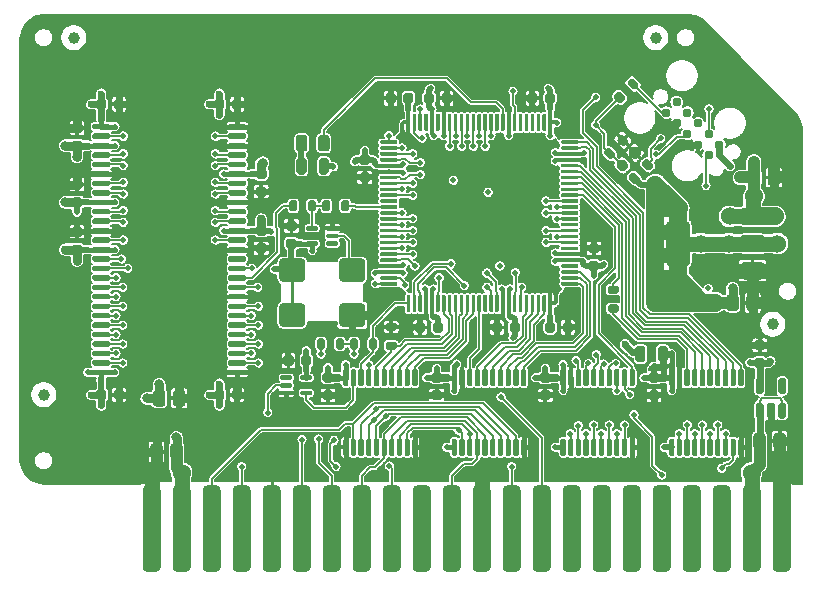
<source format=gtl>
G04 #@! TF.GenerationSoftware,KiCad,Pcbnew,(5.1.10-1-10_14)*
G04 #@! TF.CreationDate,2021-05-31T20:01:22-04:00*
G04 #@! TF.ProjectId,RAM2GS,52414d32-4753-42e6-9b69-6361645f7063,2.0*
G04 #@! TF.SameCoordinates,Original*
G04 #@! TF.FileFunction,Copper,L1,Top*
G04 #@! TF.FilePolarity,Positive*
%FSLAX46Y46*%
G04 Gerber Fmt 4.6, Leading zero omitted, Abs format (unit mm)*
G04 Created by KiCad (PCBNEW (5.1.10-1-10_14)) date 2021-05-31 20:01:22*
%MOMM*%
%LPD*%
G01*
G04 APERTURE LIST*
G04 #@! TA.AperFunction,SMDPad,CuDef*
%ADD10C,1.000000*%
G04 #@! TD*
G04 #@! TA.AperFunction,ConnectorPad*
%ADD11C,0.787400*%
G04 #@! TD*
G04 #@! TA.AperFunction,ComponentPad*
%ADD12C,2.000000*%
G04 #@! TD*
G04 #@! TA.AperFunction,ViaPad*
%ADD13C,0.500000*%
G04 #@! TD*
G04 #@! TA.AperFunction,ViaPad*
%ADD14C,0.800000*%
G04 #@! TD*
G04 #@! TA.AperFunction,ViaPad*
%ADD15C,0.762000*%
G04 #@! TD*
G04 #@! TA.AperFunction,ViaPad*
%ADD16C,1.524000*%
G04 #@! TD*
G04 #@! TA.AperFunction,ViaPad*
%ADD17C,1.000000*%
G04 #@! TD*
G04 #@! TA.AperFunction,ViaPad*
%ADD18C,0.600000*%
G04 #@! TD*
G04 #@! TA.AperFunction,ViaPad*
%ADD19C,0.508000*%
G04 #@! TD*
G04 #@! TA.AperFunction,Conductor*
%ADD20C,0.450000*%
G04 #@! TD*
G04 #@! TA.AperFunction,Conductor*
%ADD21C,0.800000*%
G04 #@! TD*
G04 #@! TA.AperFunction,Conductor*
%ADD22C,0.508000*%
G04 #@! TD*
G04 #@! TA.AperFunction,Conductor*
%ADD23C,0.762000*%
G04 #@! TD*
G04 #@! TA.AperFunction,Conductor*
%ADD24C,1.270000*%
G04 #@! TD*
G04 #@! TA.AperFunction,Conductor*
%ADD25C,1.524000*%
G04 #@! TD*
G04 #@! TA.AperFunction,Conductor*
%ADD26C,1.000000*%
G04 #@! TD*
G04 #@! TA.AperFunction,Conductor*
%ADD27C,0.400000*%
G04 #@! TD*
G04 #@! TA.AperFunction,Conductor*
%ADD28C,0.250000*%
G04 #@! TD*
G04 #@! TA.AperFunction,Conductor*
%ADD29C,0.500000*%
G04 #@! TD*
G04 #@! TA.AperFunction,Conductor*
%ADD30C,0.600000*%
G04 #@! TD*
G04 #@! TA.AperFunction,Conductor*
%ADD31C,0.300000*%
G04 #@! TD*
G04 #@! TA.AperFunction,Conductor*
%ADD32C,0.150000*%
G04 #@! TD*
G04 #@! TA.AperFunction,Conductor*
%ADD33C,0.700000*%
G04 #@! TD*
G04 #@! TA.AperFunction,Conductor*
%ADD34C,0.895000*%
G04 #@! TD*
G04 #@! TA.AperFunction,Conductor*
%ADD35C,0.254000*%
G04 #@! TD*
G04 #@! TA.AperFunction,Conductor*
%ADD36C,0.100000*%
G04 #@! TD*
G04 #@! TA.AperFunction,Conductor*
%ADD37C,0.152400*%
G04 #@! TD*
G04 APERTURE END LIST*
G04 #@! TA.AperFunction,SMDPad,CuDef*
G36*
G01*
X74450000Y-119950000D02*
X74450000Y-119350000D01*
G75*
G02*
X74625000Y-119175000I175000J0D01*
G01*
X74975000Y-119175000D01*
G75*
G02*
X75150000Y-119350000I0J-175000D01*
G01*
X75150000Y-119950000D01*
G75*
G02*
X74975000Y-120125000I-175000J0D01*
G01*
X74625000Y-120125000D01*
G75*
G02*
X74450000Y-119950000I0J175000D01*
G01*
G37*
G04 #@! TD.AperFunction*
G04 #@! TA.AperFunction,SMDPad,CuDef*
G36*
G01*
X76050000Y-119950000D02*
X76050000Y-119350000D01*
G75*
G02*
X76225000Y-119175000I175000J0D01*
G01*
X76575000Y-119175000D01*
G75*
G02*
X76750000Y-119350000I0J-175000D01*
G01*
X76750000Y-119950000D01*
G75*
G02*
X76575000Y-120125000I-175000J0D01*
G01*
X76225000Y-120125000D01*
G75*
G02*
X76050000Y-119950000I0J175000D01*
G01*
G37*
G04 #@! TD.AperFunction*
G04 #@! TA.AperFunction,SMDPad,CuDef*
G36*
G01*
X101812500Y-123225000D02*
X101587500Y-123225000D01*
G75*
G02*
X101475000Y-123112500I0J112500D01*
G01*
X101475000Y-121887500D01*
G75*
G02*
X101587500Y-121775000I112500J0D01*
G01*
X101812500Y-121775000D01*
G75*
G02*
X101925000Y-121887500I0J-112500D01*
G01*
X101925000Y-123112500D01*
G75*
G02*
X101812500Y-123225000I-112500J0D01*
G01*
G37*
G04 #@! TD.AperFunction*
G04 #@! TA.AperFunction,SMDPad,CuDef*
G36*
G01*
X102462500Y-123225000D02*
X102237500Y-123225000D01*
G75*
G02*
X102125000Y-123112500I0J112500D01*
G01*
X102125000Y-121887500D01*
G75*
G02*
X102237500Y-121775000I112500J0D01*
G01*
X102462500Y-121775000D01*
G75*
G02*
X102575000Y-121887500I0J-112500D01*
G01*
X102575000Y-123112500D01*
G75*
G02*
X102462500Y-123225000I-112500J0D01*
G01*
G37*
G04 #@! TD.AperFunction*
G04 #@! TA.AperFunction,SMDPad,CuDef*
G36*
G01*
X103112500Y-123225000D02*
X102887500Y-123225000D01*
G75*
G02*
X102775000Y-123112500I0J112500D01*
G01*
X102775000Y-121887500D01*
G75*
G02*
X102887500Y-121775000I112500J0D01*
G01*
X103112500Y-121775000D01*
G75*
G02*
X103225000Y-121887500I0J-112500D01*
G01*
X103225000Y-123112500D01*
G75*
G02*
X103112500Y-123225000I-112500J0D01*
G01*
G37*
G04 #@! TD.AperFunction*
G04 #@! TA.AperFunction,SMDPad,CuDef*
G36*
G01*
X103762500Y-123225000D02*
X103537500Y-123225000D01*
G75*
G02*
X103425000Y-123112500I0J112500D01*
G01*
X103425000Y-121887500D01*
G75*
G02*
X103537500Y-121775000I112500J0D01*
G01*
X103762500Y-121775000D01*
G75*
G02*
X103875000Y-121887500I0J-112500D01*
G01*
X103875000Y-123112500D01*
G75*
G02*
X103762500Y-123225000I-112500J0D01*
G01*
G37*
G04 #@! TD.AperFunction*
G04 #@! TA.AperFunction,SMDPad,CuDef*
G36*
G01*
X104412500Y-123225000D02*
X104187500Y-123225000D01*
G75*
G02*
X104075000Y-123112500I0J112500D01*
G01*
X104075000Y-121887500D01*
G75*
G02*
X104187500Y-121775000I112500J0D01*
G01*
X104412500Y-121775000D01*
G75*
G02*
X104525000Y-121887500I0J-112500D01*
G01*
X104525000Y-123112500D01*
G75*
G02*
X104412500Y-123225000I-112500J0D01*
G01*
G37*
G04 #@! TD.AperFunction*
G04 #@! TA.AperFunction,SMDPad,CuDef*
G36*
G01*
X105062500Y-123225000D02*
X104837500Y-123225000D01*
G75*
G02*
X104725000Y-123112500I0J112500D01*
G01*
X104725000Y-121887500D01*
G75*
G02*
X104837500Y-121775000I112500J0D01*
G01*
X105062500Y-121775000D01*
G75*
G02*
X105175000Y-121887500I0J-112500D01*
G01*
X105175000Y-123112500D01*
G75*
G02*
X105062500Y-123225000I-112500J0D01*
G01*
G37*
G04 #@! TD.AperFunction*
G04 #@! TA.AperFunction,SMDPad,CuDef*
G36*
G01*
X105712500Y-123225000D02*
X105487500Y-123225000D01*
G75*
G02*
X105375000Y-123112500I0J112500D01*
G01*
X105375000Y-121887500D01*
G75*
G02*
X105487500Y-121775000I112500J0D01*
G01*
X105712500Y-121775000D01*
G75*
G02*
X105825000Y-121887500I0J-112500D01*
G01*
X105825000Y-123112500D01*
G75*
G02*
X105712500Y-123225000I-112500J0D01*
G01*
G37*
G04 #@! TD.AperFunction*
G04 #@! TA.AperFunction,SMDPad,CuDef*
G36*
G01*
X106362500Y-123225000D02*
X106137500Y-123225000D01*
G75*
G02*
X106025000Y-123112500I0J112500D01*
G01*
X106025000Y-121887500D01*
G75*
G02*
X106137500Y-121775000I112500J0D01*
G01*
X106362500Y-121775000D01*
G75*
G02*
X106475000Y-121887500I0J-112500D01*
G01*
X106475000Y-123112500D01*
G75*
G02*
X106362500Y-123225000I-112500J0D01*
G01*
G37*
G04 #@! TD.AperFunction*
G04 #@! TA.AperFunction,SMDPad,CuDef*
G36*
G01*
X107012500Y-123225000D02*
X106787500Y-123225000D01*
G75*
G02*
X106675000Y-123112500I0J112500D01*
G01*
X106675000Y-121887500D01*
G75*
G02*
X106787500Y-121775000I112500J0D01*
G01*
X107012500Y-121775000D01*
G75*
G02*
X107125000Y-121887500I0J-112500D01*
G01*
X107125000Y-123112500D01*
G75*
G02*
X107012500Y-123225000I-112500J0D01*
G01*
G37*
G04 #@! TD.AperFunction*
G04 #@! TA.AperFunction,SMDPad,CuDef*
G36*
G01*
X107662500Y-123225000D02*
X107437500Y-123225000D01*
G75*
G02*
X107325000Y-123112500I0J112500D01*
G01*
X107325000Y-121887500D01*
G75*
G02*
X107437500Y-121775000I112500J0D01*
G01*
X107662500Y-121775000D01*
G75*
G02*
X107775000Y-121887500I0J-112500D01*
G01*
X107775000Y-123112500D01*
G75*
G02*
X107662500Y-123225000I-112500J0D01*
G01*
G37*
G04 #@! TD.AperFunction*
G04 #@! TA.AperFunction,SMDPad,CuDef*
G36*
G01*
X107662500Y-129125000D02*
X107437500Y-129125000D01*
G75*
G02*
X107325000Y-129012500I0J112500D01*
G01*
X107325000Y-127787500D01*
G75*
G02*
X107437500Y-127675000I112500J0D01*
G01*
X107662500Y-127675000D01*
G75*
G02*
X107775000Y-127787500I0J-112500D01*
G01*
X107775000Y-129012500D01*
G75*
G02*
X107662500Y-129125000I-112500J0D01*
G01*
G37*
G04 #@! TD.AperFunction*
G04 #@! TA.AperFunction,SMDPad,CuDef*
G36*
G01*
X107012500Y-129125000D02*
X106787500Y-129125000D01*
G75*
G02*
X106675000Y-129012500I0J112500D01*
G01*
X106675000Y-127787500D01*
G75*
G02*
X106787500Y-127675000I112500J0D01*
G01*
X107012500Y-127675000D01*
G75*
G02*
X107125000Y-127787500I0J-112500D01*
G01*
X107125000Y-129012500D01*
G75*
G02*
X107012500Y-129125000I-112500J0D01*
G01*
G37*
G04 #@! TD.AperFunction*
G04 #@! TA.AperFunction,SMDPad,CuDef*
G36*
G01*
X106362500Y-129125000D02*
X106137500Y-129125000D01*
G75*
G02*
X106025000Y-129012500I0J112500D01*
G01*
X106025000Y-127787500D01*
G75*
G02*
X106137500Y-127675000I112500J0D01*
G01*
X106362500Y-127675000D01*
G75*
G02*
X106475000Y-127787500I0J-112500D01*
G01*
X106475000Y-129012500D01*
G75*
G02*
X106362500Y-129125000I-112500J0D01*
G01*
G37*
G04 #@! TD.AperFunction*
G04 #@! TA.AperFunction,SMDPad,CuDef*
G36*
G01*
X105712500Y-129125000D02*
X105487500Y-129125000D01*
G75*
G02*
X105375000Y-129012500I0J112500D01*
G01*
X105375000Y-127787500D01*
G75*
G02*
X105487500Y-127675000I112500J0D01*
G01*
X105712500Y-127675000D01*
G75*
G02*
X105825000Y-127787500I0J-112500D01*
G01*
X105825000Y-129012500D01*
G75*
G02*
X105712500Y-129125000I-112500J0D01*
G01*
G37*
G04 #@! TD.AperFunction*
G04 #@! TA.AperFunction,SMDPad,CuDef*
G36*
G01*
X105062500Y-129125000D02*
X104837500Y-129125000D01*
G75*
G02*
X104725000Y-129012500I0J112500D01*
G01*
X104725000Y-127787500D01*
G75*
G02*
X104837500Y-127675000I112500J0D01*
G01*
X105062500Y-127675000D01*
G75*
G02*
X105175000Y-127787500I0J-112500D01*
G01*
X105175000Y-129012500D01*
G75*
G02*
X105062500Y-129125000I-112500J0D01*
G01*
G37*
G04 #@! TD.AperFunction*
G04 #@! TA.AperFunction,SMDPad,CuDef*
G36*
G01*
X104412500Y-129125000D02*
X104187500Y-129125000D01*
G75*
G02*
X104075000Y-129012500I0J112500D01*
G01*
X104075000Y-127787500D01*
G75*
G02*
X104187500Y-127675000I112500J0D01*
G01*
X104412500Y-127675000D01*
G75*
G02*
X104525000Y-127787500I0J-112500D01*
G01*
X104525000Y-129012500D01*
G75*
G02*
X104412500Y-129125000I-112500J0D01*
G01*
G37*
G04 #@! TD.AperFunction*
G04 #@! TA.AperFunction,SMDPad,CuDef*
G36*
G01*
X103762500Y-129125000D02*
X103537500Y-129125000D01*
G75*
G02*
X103425000Y-129012500I0J112500D01*
G01*
X103425000Y-127787500D01*
G75*
G02*
X103537500Y-127675000I112500J0D01*
G01*
X103762500Y-127675000D01*
G75*
G02*
X103875000Y-127787500I0J-112500D01*
G01*
X103875000Y-129012500D01*
G75*
G02*
X103762500Y-129125000I-112500J0D01*
G01*
G37*
G04 #@! TD.AperFunction*
G04 #@! TA.AperFunction,SMDPad,CuDef*
G36*
G01*
X103112500Y-129125000D02*
X102887500Y-129125000D01*
G75*
G02*
X102775000Y-129012500I0J112500D01*
G01*
X102775000Y-127787500D01*
G75*
G02*
X102887500Y-127675000I112500J0D01*
G01*
X103112500Y-127675000D01*
G75*
G02*
X103225000Y-127787500I0J-112500D01*
G01*
X103225000Y-129012500D01*
G75*
G02*
X103112500Y-129125000I-112500J0D01*
G01*
G37*
G04 #@! TD.AperFunction*
G04 #@! TA.AperFunction,SMDPad,CuDef*
G36*
G01*
X102462500Y-129125000D02*
X102237500Y-129125000D01*
G75*
G02*
X102125000Y-129012500I0J112500D01*
G01*
X102125000Y-127787500D01*
G75*
G02*
X102237500Y-127675000I112500J0D01*
G01*
X102462500Y-127675000D01*
G75*
G02*
X102575000Y-127787500I0J-112500D01*
G01*
X102575000Y-129012500D01*
G75*
G02*
X102462500Y-129125000I-112500J0D01*
G01*
G37*
G04 #@! TD.AperFunction*
G04 #@! TA.AperFunction,SMDPad,CuDef*
G36*
G01*
X101812500Y-129125000D02*
X101587500Y-129125000D01*
G75*
G02*
X101475000Y-129012500I0J112500D01*
G01*
X101475000Y-127787500D01*
G75*
G02*
X101587500Y-127675000I112500J0D01*
G01*
X101812500Y-127675000D01*
G75*
G02*
X101925000Y-127787500I0J-112500D01*
G01*
X101925000Y-129012500D01*
G75*
G02*
X101812500Y-129125000I-112500J0D01*
G01*
G37*
G04 #@! TD.AperFunction*
G04 #@! TA.AperFunction,SMDPad,CuDef*
G36*
G01*
X64145000Y-101364500D02*
X64145000Y-101135500D01*
G75*
G02*
X64259500Y-101021000I114500J0D01*
G01*
X65540500Y-101021000D01*
G75*
G02*
X65655000Y-101135500I0J-114500D01*
G01*
X65655000Y-101364500D01*
G75*
G02*
X65540500Y-101479000I-114500J0D01*
G01*
X64259500Y-101479000D01*
G75*
G02*
X64145000Y-101364500I0J114500D01*
G01*
G37*
G04 #@! TD.AperFunction*
G04 #@! TA.AperFunction,SMDPad,CuDef*
G36*
G01*
X64145000Y-102164500D02*
X64145000Y-101935500D01*
G75*
G02*
X64259500Y-101821000I114500J0D01*
G01*
X65540500Y-101821000D01*
G75*
G02*
X65655000Y-101935500I0J-114500D01*
G01*
X65655000Y-102164500D01*
G75*
G02*
X65540500Y-102279000I-114500J0D01*
G01*
X64259500Y-102279000D01*
G75*
G02*
X64145000Y-102164500I0J114500D01*
G01*
G37*
G04 #@! TD.AperFunction*
G04 #@! TA.AperFunction,SMDPad,CuDef*
G36*
G01*
X64145000Y-102964500D02*
X64145000Y-102735500D01*
G75*
G02*
X64259500Y-102621000I114500J0D01*
G01*
X65540500Y-102621000D01*
G75*
G02*
X65655000Y-102735500I0J-114500D01*
G01*
X65655000Y-102964500D01*
G75*
G02*
X65540500Y-103079000I-114500J0D01*
G01*
X64259500Y-103079000D01*
G75*
G02*
X64145000Y-102964500I0J114500D01*
G01*
G37*
G04 #@! TD.AperFunction*
G04 #@! TA.AperFunction,SMDPad,CuDef*
G36*
G01*
X64145000Y-103764500D02*
X64145000Y-103535500D01*
G75*
G02*
X64259500Y-103421000I114500J0D01*
G01*
X65540500Y-103421000D01*
G75*
G02*
X65655000Y-103535500I0J-114500D01*
G01*
X65655000Y-103764500D01*
G75*
G02*
X65540500Y-103879000I-114500J0D01*
G01*
X64259500Y-103879000D01*
G75*
G02*
X64145000Y-103764500I0J114500D01*
G01*
G37*
G04 #@! TD.AperFunction*
G04 #@! TA.AperFunction,SMDPad,CuDef*
G36*
G01*
X64145000Y-104564500D02*
X64145000Y-104335500D01*
G75*
G02*
X64259500Y-104221000I114500J0D01*
G01*
X65540500Y-104221000D01*
G75*
G02*
X65655000Y-104335500I0J-114500D01*
G01*
X65655000Y-104564500D01*
G75*
G02*
X65540500Y-104679000I-114500J0D01*
G01*
X64259500Y-104679000D01*
G75*
G02*
X64145000Y-104564500I0J114500D01*
G01*
G37*
G04 #@! TD.AperFunction*
G04 #@! TA.AperFunction,SMDPad,CuDef*
G36*
G01*
X64145000Y-105364500D02*
X64145000Y-105135500D01*
G75*
G02*
X64259500Y-105021000I114500J0D01*
G01*
X65540500Y-105021000D01*
G75*
G02*
X65655000Y-105135500I0J-114500D01*
G01*
X65655000Y-105364500D01*
G75*
G02*
X65540500Y-105479000I-114500J0D01*
G01*
X64259500Y-105479000D01*
G75*
G02*
X64145000Y-105364500I0J114500D01*
G01*
G37*
G04 #@! TD.AperFunction*
G04 #@! TA.AperFunction,SMDPad,CuDef*
G36*
G01*
X64145000Y-106164500D02*
X64145000Y-105935500D01*
G75*
G02*
X64259500Y-105821000I114500J0D01*
G01*
X65540500Y-105821000D01*
G75*
G02*
X65655000Y-105935500I0J-114500D01*
G01*
X65655000Y-106164500D01*
G75*
G02*
X65540500Y-106279000I-114500J0D01*
G01*
X64259500Y-106279000D01*
G75*
G02*
X64145000Y-106164500I0J114500D01*
G01*
G37*
G04 #@! TD.AperFunction*
G04 #@! TA.AperFunction,SMDPad,CuDef*
G36*
G01*
X64145000Y-106964500D02*
X64145000Y-106735500D01*
G75*
G02*
X64259500Y-106621000I114500J0D01*
G01*
X65540500Y-106621000D01*
G75*
G02*
X65655000Y-106735500I0J-114500D01*
G01*
X65655000Y-106964500D01*
G75*
G02*
X65540500Y-107079000I-114500J0D01*
G01*
X64259500Y-107079000D01*
G75*
G02*
X64145000Y-106964500I0J114500D01*
G01*
G37*
G04 #@! TD.AperFunction*
G04 #@! TA.AperFunction,SMDPad,CuDef*
G36*
G01*
X64145000Y-107764500D02*
X64145000Y-107535500D01*
G75*
G02*
X64259500Y-107421000I114500J0D01*
G01*
X65540500Y-107421000D01*
G75*
G02*
X65655000Y-107535500I0J-114500D01*
G01*
X65655000Y-107764500D01*
G75*
G02*
X65540500Y-107879000I-114500J0D01*
G01*
X64259500Y-107879000D01*
G75*
G02*
X64145000Y-107764500I0J114500D01*
G01*
G37*
G04 #@! TD.AperFunction*
G04 #@! TA.AperFunction,SMDPad,CuDef*
G36*
G01*
X64145000Y-108564500D02*
X64145000Y-108335500D01*
G75*
G02*
X64259500Y-108221000I114500J0D01*
G01*
X65540500Y-108221000D01*
G75*
G02*
X65655000Y-108335500I0J-114500D01*
G01*
X65655000Y-108564500D01*
G75*
G02*
X65540500Y-108679000I-114500J0D01*
G01*
X64259500Y-108679000D01*
G75*
G02*
X64145000Y-108564500I0J114500D01*
G01*
G37*
G04 #@! TD.AperFunction*
G04 #@! TA.AperFunction,SMDPad,CuDef*
G36*
G01*
X64145000Y-109364500D02*
X64145000Y-109135500D01*
G75*
G02*
X64259500Y-109021000I114500J0D01*
G01*
X65540500Y-109021000D01*
G75*
G02*
X65655000Y-109135500I0J-114500D01*
G01*
X65655000Y-109364500D01*
G75*
G02*
X65540500Y-109479000I-114500J0D01*
G01*
X64259500Y-109479000D01*
G75*
G02*
X64145000Y-109364500I0J114500D01*
G01*
G37*
G04 #@! TD.AperFunction*
G04 #@! TA.AperFunction,SMDPad,CuDef*
G36*
G01*
X64145000Y-110164500D02*
X64145000Y-109935500D01*
G75*
G02*
X64259500Y-109821000I114500J0D01*
G01*
X65540500Y-109821000D01*
G75*
G02*
X65655000Y-109935500I0J-114500D01*
G01*
X65655000Y-110164500D01*
G75*
G02*
X65540500Y-110279000I-114500J0D01*
G01*
X64259500Y-110279000D01*
G75*
G02*
X64145000Y-110164500I0J114500D01*
G01*
G37*
G04 #@! TD.AperFunction*
G04 #@! TA.AperFunction,SMDPad,CuDef*
G36*
G01*
X64145000Y-110964500D02*
X64145000Y-110735500D01*
G75*
G02*
X64259500Y-110621000I114500J0D01*
G01*
X65540500Y-110621000D01*
G75*
G02*
X65655000Y-110735500I0J-114500D01*
G01*
X65655000Y-110964500D01*
G75*
G02*
X65540500Y-111079000I-114500J0D01*
G01*
X64259500Y-111079000D01*
G75*
G02*
X64145000Y-110964500I0J114500D01*
G01*
G37*
G04 #@! TD.AperFunction*
G04 #@! TA.AperFunction,SMDPad,CuDef*
G36*
G01*
X64145000Y-111764500D02*
X64145000Y-111535500D01*
G75*
G02*
X64259500Y-111421000I114500J0D01*
G01*
X65540500Y-111421000D01*
G75*
G02*
X65655000Y-111535500I0J-114500D01*
G01*
X65655000Y-111764500D01*
G75*
G02*
X65540500Y-111879000I-114500J0D01*
G01*
X64259500Y-111879000D01*
G75*
G02*
X64145000Y-111764500I0J114500D01*
G01*
G37*
G04 #@! TD.AperFunction*
G04 #@! TA.AperFunction,SMDPad,CuDef*
G36*
G01*
X64145000Y-112564500D02*
X64145000Y-112335500D01*
G75*
G02*
X64259500Y-112221000I114500J0D01*
G01*
X65540500Y-112221000D01*
G75*
G02*
X65655000Y-112335500I0J-114500D01*
G01*
X65655000Y-112564500D01*
G75*
G02*
X65540500Y-112679000I-114500J0D01*
G01*
X64259500Y-112679000D01*
G75*
G02*
X64145000Y-112564500I0J114500D01*
G01*
G37*
G04 #@! TD.AperFunction*
G04 #@! TA.AperFunction,SMDPad,CuDef*
G36*
G01*
X64145000Y-113364500D02*
X64145000Y-113135500D01*
G75*
G02*
X64259500Y-113021000I114500J0D01*
G01*
X65540500Y-113021000D01*
G75*
G02*
X65655000Y-113135500I0J-114500D01*
G01*
X65655000Y-113364500D01*
G75*
G02*
X65540500Y-113479000I-114500J0D01*
G01*
X64259500Y-113479000D01*
G75*
G02*
X64145000Y-113364500I0J114500D01*
G01*
G37*
G04 #@! TD.AperFunction*
G04 #@! TA.AperFunction,SMDPad,CuDef*
G36*
G01*
X64145000Y-114164500D02*
X64145000Y-113935500D01*
G75*
G02*
X64259500Y-113821000I114500J0D01*
G01*
X65540500Y-113821000D01*
G75*
G02*
X65655000Y-113935500I0J-114500D01*
G01*
X65655000Y-114164500D01*
G75*
G02*
X65540500Y-114279000I-114500J0D01*
G01*
X64259500Y-114279000D01*
G75*
G02*
X64145000Y-114164500I0J114500D01*
G01*
G37*
G04 #@! TD.AperFunction*
G04 #@! TA.AperFunction,SMDPad,CuDef*
G36*
G01*
X64145000Y-114964500D02*
X64145000Y-114735500D01*
G75*
G02*
X64259500Y-114621000I114500J0D01*
G01*
X65540500Y-114621000D01*
G75*
G02*
X65655000Y-114735500I0J-114500D01*
G01*
X65655000Y-114964500D01*
G75*
G02*
X65540500Y-115079000I-114500J0D01*
G01*
X64259500Y-115079000D01*
G75*
G02*
X64145000Y-114964500I0J114500D01*
G01*
G37*
G04 #@! TD.AperFunction*
G04 #@! TA.AperFunction,SMDPad,CuDef*
G36*
G01*
X64145000Y-115764500D02*
X64145000Y-115535500D01*
G75*
G02*
X64259500Y-115421000I114500J0D01*
G01*
X65540500Y-115421000D01*
G75*
G02*
X65655000Y-115535500I0J-114500D01*
G01*
X65655000Y-115764500D01*
G75*
G02*
X65540500Y-115879000I-114500J0D01*
G01*
X64259500Y-115879000D01*
G75*
G02*
X64145000Y-115764500I0J114500D01*
G01*
G37*
G04 #@! TD.AperFunction*
G04 #@! TA.AperFunction,SMDPad,CuDef*
G36*
G01*
X64145000Y-116564500D02*
X64145000Y-116335500D01*
G75*
G02*
X64259500Y-116221000I114500J0D01*
G01*
X65540500Y-116221000D01*
G75*
G02*
X65655000Y-116335500I0J-114500D01*
G01*
X65655000Y-116564500D01*
G75*
G02*
X65540500Y-116679000I-114500J0D01*
G01*
X64259500Y-116679000D01*
G75*
G02*
X64145000Y-116564500I0J114500D01*
G01*
G37*
G04 #@! TD.AperFunction*
G04 #@! TA.AperFunction,SMDPad,CuDef*
G36*
G01*
X64145000Y-117364500D02*
X64145000Y-117135500D01*
G75*
G02*
X64259500Y-117021000I114500J0D01*
G01*
X65540500Y-117021000D01*
G75*
G02*
X65655000Y-117135500I0J-114500D01*
G01*
X65655000Y-117364500D01*
G75*
G02*
X65540500Y-117479000I-114500J0D01*
G01*
X64259500Y-117479000D01*
G75*
G02*
X64145000Y-117364500I0J114500D01*
G01*
G37*
G04 #@! TD.AperFunction*
G04 #@! TA.AperFunction,SMDPad,CuDef*
G36*
G01*
X64145000Y-118164500D02*
X64145000Y-117935500D01*
G75*
G02*
X64259500Y-117821000I114500J0D01*
G01*
X65540500Y-117821000D01*
G75*
G02*
X65655000Y-117935500I0J-114500D01*
G01*
X65655000Y-118164500D01*
G75*
G02*
X65540500Y-118279000I-114500J0D01*
G01*
X64259500Y-118279000D01*
G75*
G02*
X64145000Y-118164500I0J114500D01*
G01*
G37*
G04 #@! TD.AperFunction*
G04 #@! TA.AperFunction,SMDPad,CuDef*
G36*
G01*
X64145000Y-118964500D02*
X64145000Y-118735500D01*
G75*
G02*
X64259500Y-118621000I114500J0D01*
G01*
X65540500Y-118621000D01*
G75*
G02*
X65655000Y-118735500I0J-114500D01*
G01*
X65655000Y-118964500D01*
G75*
G02*
X65540500Y-119079000I-114500J0D01*
G01*
X64259500Y-119079000D01*
G75*
G02*
X64145000Y-118964500I0J114500D01*
G01*
G37*
G04 #@! TD.AperFunction*
G04 #@! TA.AperFunction,SMDPad,CuDef*
G36*
G01*
X64145000Y-119764500D02*
X64145000Y-119535500D01*
G75*
G02*
X64259500Y-119421000I114500J0D01*
G01*
X65540500Y-119421000D01*
G75*
G02*
X65655000Y-119535500I0J-114500D01*
G01*
X65655000Y-119764500D01*
G75*
G02*
X65540500Y-119879000I-114500J0D01*
G01*
X64259500Y-119879000D01*
G75*
G02*
X64145000Y-119764500I0J114500D01*
G01*
G37*
G04 #@! TD.AperFunction*
G04 #@! TA.AperFunction,SMDPad,CuDef*
G36*
G01*
X64145000Y-120564500D02*
X64145000Y-120335500D01*
G75*
G02*
X64259500Y-120221000I114500J0D01*
G01*
X65540500Y-120221000D01*
G75*
G02*
X65655000Y-120335500I0J-114500D01*
G01*
X65655000Y-120564500D01*
G75*
G02*
X65540500Y-120679000I-114500J0D01*
G01*
X64259500Y-120679000D01*
G75*
G02*
X64145000Y-120564500I0J114500D01*
G01*
G37*
G04 #@! TD.AperFunction*
G04 #@! TA.AperFunction,SMDPad,CuDef*
G36*
G01*
X64145000Y-121364500D02*
X64145000Y-121135500D01*
G75*
G02*
X64259500Y-121021000I114500J0D01*
G01*
X65540500Y-121021000D01*
G75*
G02*
X65655000Y-121135500I0J-114500D01*
G01*
X65655000Y-121364500D01*
G75*
G02*
X65540500Y-121479000I-114500J0D01*
G01*
X64259500Y-121479000D01*
G75*
G02*
X64145000Y-121364500I0J114500D01*
G01*
G37*
G04 #@! TD.AperFunction*
G04 #@! TA.AperFunction,SMDPad,CuDef*
G36*
G01*
X64145000Y-122164500D02*
X64145000Y-121935500D01*
G75*
G02*
X64259500Y-121821000I114500J0D01*
G01*
X65540500Y-121821000D01*
G75*
G02*
X65655000Y-121935500I0J-114500D01*
G01*
X65655000Y-122164500D01*
G75*
G02*
X65540500Y-122279000I-114500J0D01*
G01*
X64259500Y-122279000D01*
G75*
G02*
X64145000Y-122164500I0J114500D01*
G01*
G37*
G04 #@! TD.AperFunction*
G04 #@! TA.AperFunction,SMDPad,CuDef*
G36*
G01*
X52645000Y-122164500D02*
X52645000Y-121935500D01*
G75*
G02*
X52759500Y-121821000I114500J0D01*
G01*
X54040500Y-121821000D01*
G75*
G02*
X54155000Y-121935500I0J-114500D01*
G01*
X54155000Y-122164500D01*
G75*
G02*
X54040500Y-122279000I-114500J0D01*
G01*
X52759500Y-122279000D01*
G75*
G02*
X52645000Y-122164500I0J114500D01*
G01*
G37*
G04 #@! TD.AperFunction*
G04 #@! TA.AperFunction,SMDPad,CuDef*
G36*
G01*
X52645000Y-121364500D02*
X52645000Y-121135500D01*
G75*
G02*
X52759500Y-121021000I114500J0D01*
G01*
X54040500Y-121021000D01*
G75*
G02*
X54155000Y-121135500I0J-114500D01*
G01*
X54155000Y-121364500D01*
G75*
G02*
X54040500Y-121479000I-114500J0D01*
G01*
X52759500Y-121479000D01*
G75*
G02*
X52645000Y-121364500I0J114500D01*
G01*
G37*
G04 #@! TD.AperFunction*
G04 #@! TA.AperFunction,SMDPad,CuDef*
G36*
G01*
X52645000Y-120564500D02*
X52645000Y-120335500D01*
G75*
G02*
X52759500Y-120221000I114500J0D01*
G01*
X54040500Y-120221000D01*
G75*
G02*
X54155000Y-120335500I0J-114500D01*
G01*
X54155000Y-120564500D01*
G75*
G02*
X54040500Y-120679000I-114500J0D01*
G01*
X52759500Y-120679000D01*
G75*
G02*
X52645000Y-120564500I0J114500D01*
G01*
G37*
G04 #@! TD.AperFunction*
G04 #@! TA.AperFunction,SMDPad,CuDef*
G36*
G01*
X52645000Y-119764500D02*
X52645000Y-119535500D01*
G75*
G02*
X52759500Y-119421000I114500J0D01*
G01*
X54040500Y-119421000D01*
G75*
G02*
X54155000Y-119535500I0J-114500D01*
G01*
X54155000Y-119764500D01*
G75*
G02*
X54040500Y-119879000I-114500J0D01*
G01*
X52759500Y-119879000D01*
G75*
G02*
X52645000Y-119764500I0J114500D01*
G01*
G37*
G04 #@! TD.AperFunction*
G04 #@! TA.AperFunction,SMDPad,CuDef*
G36*
G01*
X52645000Y-118964500D02*
X52645000Y-118735500D01*
G75*
G02*
X52759500Y-118621000I114500J0D01*
G01*
X54040500Y-118621000D01*
G75*
G02*
X54155000Y-118735500I0J-114500D01*
G01*
X54155000Y-118964500D01*
G75*
G02*
X54040500Y-119079000I-114500J0D01*
G01*
X52759500Y-119079000D01*
G75*
G02*
X52645000Y-118964500I0J114500D01*
G01*
G37*
G04 #@! TD.AperFunction*
G04 #@! TA.AperFunction,SMDPad,CuDef*
G36*
G01*
X52645000Y-118164500D02*
X52645000Y-117935500D01*
G75*
G02*
X52759500Y-117821000I114500J0D01*
G01*
X54040500Y-117821000D01*
G75*
G02*
X54155000Y-117935500I0J-114500D01*
G01*
X54155000Y-118164500D01*
G75*
G02*
X54040500Y-118279000I-114500J0D01*
G01*
X52759500Y-118279000D01*
G75*
G02*
X52645000Y-118164500I0J114500D01*
G01*
G37*
G04 #@! TD.AperFunction*
G04 #@! TA.AperFunction,SMDPad,CuDef*
G36*
G01*
X52645000Y-117364500D02*
X52645000Y-117135500D01*
G75*
G02*
X52759500Y-117021000I114500J0D01*
G01*
X54040500Y-117021000D01*
G75*
G02*
X54155000Y-117135500I0J-114500D01*
G01*
X54155000Y-117364500D01*
G75*
G02*
X54040500Y-117479000I-114500J0D01*
G01*
X52759500Y-117479000D01*
G75*
G02*
X52645000Y-117364500I0J114500D01*
G01*
G37*
G04 #@! TD.AperFunction*
G04 #@! TA.AperFunction,SMDPad,CuDef*
G36*
G01*
X52645000Y-116564500D02*
X52645000Y-116335500D01*
G75*
G02*
X52759500Y-116221000I114500J0D01*
G01*
X54040500Y-116221000D01*
G75*
G02*
X54155000Y-116335500I0J-114500D01*
G01*
X54155000Y-116564500D01*
G75*
G02*
X54040500Y-116679000I-114500J0D01*
G01*
X52759500Y-116679000D01*
G75*
G02*
X52645000Y-116564500I0J114500D01*
G01*
G37*
G04 #@! TD.AperFunction*
G04 #@! TA.AperFunction,SMDPad,CuDef*
G36*
G01*
X52645000Y-115764500D02*
X52645000Y-115535500D01*
G75*
G02*
X52759500Y-115421000I114500J0D01*
G01*
X54040500Y-115421000D01*
G75*
G02*
X54155000Y-115535500I0J-114500D01*
G01*
X54155000Y-115764500D01*
G75*
G02*
X54040500Y-115879000I-114500J0D01*
G01*
X52759500Y-115879000D01*
G75*
G02*
X52645000Y-115764500I0J114500D01*
G01*
G37*
G04 #@! TD.AperFunction*
G04 #@! TA.AperFunction,SMDPad,CuDef*
G36*
G01*
X52645000Y-114964500D02*
X52645000Y-114735500D01*
G75*
G02*
X52759500Y-114621000I114500J0D01*
G01*
X54040500Y-114621000D01*
G75*
G02*
X54155000Y-114735500I0J-114500D01*
G01*
X54155000Y-114964500D01*
G75*
G02*
X54040500Y-115079000I-114500J0D01*
G01*
X52759500Y-115079000D01*
G75*
G02*
X52645000Y-114964500I0J114500D01*
G01*
G37*
G04 #@! TD.AperFunction*
G04 #@! TA.AperFunction,SMDPad,CuDef*
G36*
G01*
X52645000Y-114164500D02*
X52645000Y-113935500D01*
G75*
G02*
X52759500Y-113821000I114500J0D01*
G01*
X54040500Y-113821000D01*
G75*
G02*
X54155000Y-113935500I0J-114500D01*
G01*
X54155000Y-114164500D01*
G75*
G02*
X54040500Y-114279000I-114500J0D01*
G01*
X52759500Y-114279000D01*
G75*
G02*
X52645000Y-114164500I0J114500D01*
G01*
G37*
G04 #@! TD.AperFunction*
G04 #@! TA.AperFunction,SMDPad,CuDef*
G36*
G01*
X52645000Y-113364500D02*
X52645000Y-113135500D01*
G75*
G02*
X52759500Y-113021000I114500J0D01*
G01*
X54040500Y-113021000D01*
G75*
G02*
X54155000Y-113135500I0J-114500D01*
G01*
X54155000Y-113364500D01*
G75*
G02*
X54040500Y-113479000I-114500J0D01*
G01*
X52759500Y-113479000D01*
G75*
G02*
X52645000Y-113364500I0J114500D01*
G01*
G37*
G04 #@! TD.AperFunction*
G04 #@! TA.AperFunction,SMDPad,CuDef*
G36*
G01*
X52645000Y-112564500D02*
X52645000Y-112335500D01*
G75*
G02*
X52759500Y-112221000I114500J0D01*
G01*
X54040500Y-112221000D01*
G75*
G02*
X54155000Y-112335500I0J-114500D01*
G01*
X54155000Y-112564500D01*
G75*
G02*
X54040500Y-112679000I-114500J0D01*
G01*
X52759500Y-112679000D01*
G75*
G02*
X52645000Y-112564500I0J114500D01*
G01*
G37*
G04 #@! TD.AperFunction*
G04 #@! TA.AperFunction,SMDPad,CuDef*
G36*
G01*
X52645000Y-111764500D02*
X52645000Y-111535500D01*
G75*
G02*
X52759500Y-111421000I114500J0D01*
G01*
X54040500Y-111421000D01*
G75*
G02*
X54155000Y-111535500I0J-114500D01*
G01*
X54155000Y-111764500D01*
G75*
G02*
X54040500Y-111879000I-114500J0D01*
G01*
X52759500Y-111879000D01*
G75*
G02*
X52645000Y-111764500I0J114500D01*
G01*
G37*
G04 #@! TD.AperFunction*
G04 #@! TA.AperFunction,SMDPad,CuDef*
G36*
G01*
X52645000Y-110964500D02*
X52645000Y-110735500D01*
G75*
G02*
X52759500Y-110621000I114500J0D01*
G01*
X54040500Y-110621000D01*
G75*
G02*
X54155000Y-110735500I0J-114500D01*
G01*
X54155000Y-110964500D01*
G75*
G02*
X54040500Y-111079000I-114500J0D01*
G01*
X52759500Y-111079000D01*
G75*
G02*
X52645000Y-110964500I0J114500D01*
G01*
G37*
G04 #@! TD.AperFunction*
G04 #@! TA.AperFunction,SMDPad,CuDef*
G36*
G01*
X52645000Y-110164500D02*
X52645000Y-109935500D01*
G75*
G02*
X52759500Y-109821000I114500J0D01*
G01*
X54040500Y-109821000D01*
G75*
G02*
X54155000Y-109935500I0J-114500D01*
G01*
X54155000Y-110164500D01*
G75*
G02*
X54040500Y-110279000I-114500J0D01*
G01*
X52759500Y-110279000D01*
G75*
G02*
X52645000Y-110164500I0J114500D01*
G01*
G37*
G04 #@! TD.AperFunction*
G04 #@! TA.AperFunction,SMDPad,CuDef*
G36*
G01*
X52645000Y-109364500D02*
X52645000Y-109135500D01*
G75*
G02*
X52759500Y-109021000I114500J0D01*
G01*
X54040500Y-109021000D01*
G75*
G02*
X54155000Y-109135500I0J-114500D01*
G01*
X54155000Y-109364500D01*
G75*
G02*
X54040500Y-109479000I-114500J0D01*
G01*
X52759500Y-109479000D01*
G75*
G02*
X52645000Y-109364500I0J114500D01*
G01*
G37*
G04 #@! TD.AperFunction*
G04 #@! TA.AperFunction,SMDPad,CuDef*
G36*
G01*
X52645000Y-108564500D02*
X52645000Y-108335500D01*
G75*
G02*
X52759500Y-108221000I114500J0D01*
G01*
X54040500Y-108221000D01*
G75*
G02*
X54155000Y-108335500I0J-114500D01*
G01*
X54155000Y-108564500D01*
G75*
G02*
X54040500Y-108679000I-114500J0D01*
G01*
X52759500Y-108679000D01*
G75*
G02*
X52645000Y-108564500I0J114500D01*
G01*
G37*
G04 #@! TD.AperFunction*
G04 #@! TA.AperFunction,SMDPad,CuDef*
G36*
G01*
X52645000Y-107764500D02*
X52645000Y-107535500D01*
G75*
G02*
X52759500Y-107421000I114500J0D01*
G01*
X54040500Y-107421000D01*
G75*
G02*
X54155000Y-107535500I0J-114500D01*
G01*
X54155000Y-107764500D01*
G75*
G02*
X54040500Y-107879000I-114500J0D01*
G01*
X52759500Y-107879000D01*
G75*
G02*
X52645000Y-107764500I0J114500D01*
G01*
G37*
G04 #@! TD.AperFunction*
G04 #@! TA.AperFunction,SMDPad,CuDef*
G36*
G01*
X52645000Y-106964500D02*
X52645000Y-106735500D01*
G75*
G02*
X52759500Y-106621000I114500J0D01*
G01*
X54040500Y-106621000D01*
G75*
G02*
X54155000Y-106735500I0J-114500D01*
G01*
X54155000Y-106964500D01*
G75*
G02*
X54040500Y-107079000I-114500J0D01*
G01*
X52759500Y-107079000D01*
G75*
G02*
X52645000Y-106964500I0J114500D01*
G01*
G37*
G04 #@! TD.AperFunction*
G04 #@! TA.AperFunction,SMDPad,CuDef*
G36*
G01*
X52645000Y-106164500D02*
X52645000Y-105935500D01*
G75*
G02*
X52759500Y-105821000I114500J0D01*
G01*
X54040500Y-105821000D01*
G75*
G02*
X54155000Y-105935500I0J-114500D01*
G01*
X54155000Y-106164500D01*
G75*
G02*
X54040500Y-106279000I-114500J0D01*
G01*
X52759500Y-106279000D01*
G75*
G02*
X52645000Y-106164500I0J114500D01*
G01*
G37*
G04 #@! TD.AperFunction*
G04 #@! TA.AperFunction,SMDPad,CuDef*
G36*
G01*
X52645000Y-105364500D02*
X52645000Y-105135500D01*
G75*
G02*
X52759500Y-105021000I114500J0D01*
G01*
X54040500Y-105021000D01*
G75*
G02*
X54155000Y-105135500I0J-114500D01*
G01*
X54155000Y-105364500D01*
G75*
G02*
X54040500Y-105479000I-114500J0D01*
G01*
X52759500Y-105479000D01*
G75*
G02*
X52645000Y-105364500I0J114500D01*
G01*
G37*
G04 #@! TD.AperFunction*
G04 #@! TA.AperFunction,SMDPad,CuDef*
G36*
G01*
X52645000Y-104564500D02*
X52645000Y-104335500D01*
G75*
G02*
X52759500Y-104221000I114500J0D01*
G01*
X54040500Y-104221000D01*
G75*
G02*
X54155000Y-104335500I0J-114500D01*
G01*
X54155000Y-104564500D01*
G75*
G02*
X54040500Y-104679000I-114500J0D01*
G01*
X52759500Y-104679000D01*
G75*
G02*
X52645000Y-104564500I0J114500D01*
G01*
G37*
G04 #@! TD.AperFunction*
G04 #@! TA.AperFunction,SMDPad,CuDef*
G36*
G01*
X52645000Y-103764500D02*
X52645000Y-103535500D01*
G75*
G02*
X52759500Y-103421000I114500J0D01*
G01*
X54040500Y-103421000D01*
G75*
G02*
X54155000Y-103535500I0J-114500D01*
G01*
X54155000Y-103764500D01*
G75*
G02*
X54040500Y-103879000I-114500J0D01*
G01*
X52759500Y-103879000D01*
G75*
G02*
X52645000Y-103764500I0J114500D01*
G01*
G37*
G04 #@! TD.AperFunction*
G04 #@! TA.AperFunction,SMDPad,CuDef*
G36*
G01*
X52645000Y-102964500D02*
X52645000Y-102735500D01*
G75*
G02*
X52759500Y-102621000I114500J0D01*
G01*
X54040500Y-102621000D01*
G75*
G02*
X54155000Y-102735500I0J-114500D01*
G01*
X54155000Y-102964500D01*
G75*
G02*
X54040500Y-103079000I-114500J0D01*
G01*
X52759500Y-103079000D01*
G75*
G02*
X52645000Y-102964500I0J114500D01*
G01*
G37*
G04 #@! TD.AperFunction*
G04 #@! TA.AperFunction,SMDPad,CuDef*
G36*
G01*
X52645000Y-102164500D02*
X52645000Y-101935500D01*
G75*
G02*
X52759500Y-101821000I114500J0D01*
G01*
X54040500Y-101821000D01*
G75*
G02*
X54155000Y-101935500I0J-114500D01*
G01*
X54155000Y-102164500D01*
G75*
G02*
X54040500Y-102279000I-114500J0D01*
G01*
X52759500Y-102279000D01*
G75*
G02*
X52645000Y-102164500I0J114500D01*
G01*
G37*
G04 #@! TD.AperFunction*
G04 #@! TA.AperFunction,SMDPad,CuDef*
G36*
G01*
X52645000Y-101364500D02*
X52645000Y-101135500D01*
G75*
G02*
X52759500Y-101021000I114500J0D01*
G01*
X54040500Y-101021000D01*
G75*
G02*
X54155000Y-101135500I0J-114500D01*
G01*
X54155000Y-101364500D01*
G75*
G02*
X54040500Y-101479000I-114500J0D01*
G01*
X52759500Y-101479000D01*
G75*
G02*
X52645000Y-101364500I0J114500D01*
G01*
G37*
G04 #@! TD.AperFunction*
G04 #@! TA.AperFunction,SMDPad,CuDef*
G36*
G01*
X69675000Y-120787500D02*
X69675000Y-121312500D01*
G75*
G02*
X69462500Y-121525000I-212500J0D01*
G01*
X69037500Y-121525000D01*
G75*
G02*
X68825000Y-121312500I0J212500D01*
G01*
X68825000Y-120787500D01*
G75*
G02*
X69037500Y-120575000I212500J0D01*
G01*
X69462500Y-120575000D01*
G75*
G02*
X69675000Y-120787500I0J-212500D01*
G01*
G37*
G04 #@! TD.AperFunction*
G04 #@! TA.AperFunction,SMDPad,CuDef*
G36*
G01*
X71175000Y-120787500D02*
X71175000Y-121312500D01*
G75*
G02*
X70962500Y-121525000I-212500J0D01*
G01*
X70537500Y-121525000D01*
G75*
G02*
X70325000Y-121312500I0J212500D01*
G01*
X70325000Y-120787500D01*
G75*
G02*
X70537500Y-120575000I212500J0D01*
G01*
X70962500Y-120575000D01*
G75*
G02*
X71175000Y-120787500I0J-212500D01*
G01*
G37*
G04 #@! TD.AperFunction*
G04 #@! TA.AperFunction,SMDPad,CuDef*
G36*
G01*
X69762500Y-110075000D02*
X69237500Y-110075000D01*
G75*
G02*
X69025000Y-109862500I0J212500D01*
G01*
X69025000Y-109437500D01*
G75*
G02*
X69237500Y-109225000I212500J0D01*
G01*
X69762500Y-109225000D01*
G75*
G02*
X69975000Y-109437500I0J-212500D01*
G01*
X69975000Y-109862500D01*
G75*
G02*
X69762500Y-110075000I-212500J0D01*
G01*
G37*
G04 #@! TD.AperFunction*
G04 #@! TA.AperFunction,SMDPad,CuDef*
G36*
G01*
X69762500Y-111575000D02*
X69237500Y-111575000D01*
G75*
G02*
X69025000Y-111362500I0J212500D01*
G01*
X69025000Y-110937500D01*
G75*
G02*
X69237500Y-110725000I212500J0D01*
G01*
X69762500Y-110725000D01*
G75*
G02*
X69975000Y-110937500I0J-212500D01*
G01*
X69975000Y-111362500D01*
G75*
G02*
X69762500Y-111575000I-212500J0D01*
G01*
G37*
G04 #@! TD.AperFunction*
G04 #@! TA.AperFunction,SMDPad,CuDef*
G36*
G01*
X93800000Y-114475000D02*
X93800000Y-114625000D01*
G75*
G02*
X93725000Y-114700000I-75000J0D01*
G01*
X92400000Y-114700000D01*
G75*
G02*
X92325000Y-114625000I0J75000D01*
G01*
X92325000Y-114475000D01*
G75*
G02*
X92400000Y-114400000I75000J0D01*
G01*
X93725000Y-114400000D01*
G75*
G02*
X93800000Y-114475000I0J-75000D01*
G01*
G37*
G04 #@! TD.AperFunction*
G04 #@! TA.AperFunction,SMDPad,CuDef*
G36*
G01*
X93800000Y-113975000D02*
X93800000Y-114125000D01*
G75*
G02*
X93725000Y-114200000I-75000J0D01*
G01*
X92400000Y-114200000D01*
G75*
G02*
X92325000Y-114125000I0J75000D01*
G01*
X92325000Y-113975000D01*
G75*
G02*
X92400000Y-113900000I75000J0D01*
G01*
X93725000Y-113900000D01*
G75*
G02*
X93800000Y-113975000I0J-75000D01*
G01*
G37*
G04 #@! TD.AperFunction*
G04 #@! TA.AperFunction,SMDPad,CuDef*
G36*
G01*
X93800000Y-113475000D02*
X93800000Y-113625000D01*
G75*
G02*
X93725000Y-113700000I-75000J0D01*
G01*
X92400000Y-113700000D01*
G75*
G02*
X92325000Y-113625000I0J75000D01*
G01*
X92325000Y-113475000D01*
G75*
G02*
X92400000Y-113400000I75000J0D01*
G01*
X93725000Y-113400000D01*
G75*
G02*
X93800000Y-113475000I0J-75000D01*
G01*
G37*
G04 #@! TD.AperFunction*
G04 #@! TA.AperFunction,SMDPad,CuDef*
G36*
G01*
X93800000Y-112975000D02*
X93800000Y-113125000D01*
G75*
G02*
X93725000Y-113200000I-75000J0D01*
G01*
X92400000Y-113200000D01*
G75*
G02*
X92325000Y-113125000I0J75000D01*
G01*
X92325000Y-112975000D01*
G75*
G02*
X92400000Y-112900000I75000J0D01*
G01*
X93725000Y-112900000D01*
G75*
G02*
X93800000Y-112975000I0J-75000D01*
G01*
G37*
G04 #@! TD.AperFunction*
G04 #@! TA.AperFunction,SMDPad,CuDef*
G36*
G01*
X93800000Y-112475000D02*
X93800000Y-112625000D01*
G75*
G02*
X93725000Y-112700000I-75000J0D01*
G01*
X92400000Y-112700000D01*
G75*
G02*
X92325000Y-112625000I0J75000D01*
G01*
X92325000Y-112475000D01*
G75*
G02*
X92400000Y-112400000I75000J0D01*
G01*
X93725000Y-112400000D01*
G75*
G02*
X93800000Y-112475000I0J-75000D01*
G01*
G37*
G04 #@! TD.AperFunction*
G04 #@! TA.AperFunction,SMDPad,CuDef*
G36*
G01*
X93800000Y-111975000D02*
X93800000Y-112125000D01*
G75*
G02*
X93725000Y-112200000I-75000J0D01*
G01*
X92400000Y-112200000D01*
G75*
G02*
X92325000Y-112125000I0J75000D01*
G01*
X92325000Y-111975000D01*
G75*
G02*
X92400000Y-111900000I75000J0D01*
G01*
X93725000Y-111900000D01*
G75*
G02*
X93800000Y-111975000I0J-75000D01*
G01*
G37*
G04 #@! TD.AperFunction*
G04 #@! TA.AperFunction,SMDPad,CuDef*
G36*
G01*
X93800000Y-111475000D02*
X93800000Y-111625000D01*
G75*
G02*
X93725000Y-111700000I-75000J0D01*
G01*
X92400000Y-111700000D01*
G75*
G02*
X92325000Y-111625000I0J75000D01*
G01*
X92325000Y-111475000D01*
G75*
G02*
X92400000Y-111400000I75000J0D01*
G01*
X93725000Y-111400000D01*
G75*
G02*
X93800000Y-111475000I0J-75000D01*
G01*
G37*
G04 #@! TD.AperFunction*
G04 #@! TA.AperFunction,SMDPad,CuDef*
G36*
G01*
X93800000Y-110975000D02*
X93800000Y-111125000D01*
G75*
G02*
X93725000Y-111200000I-75000J0D01*
G01*
X92400000Y-111200000D01*
G75*
G02*
X92325000Y-111125000I0J75000D01*
G01*
X92325000Y-110975000D01*
G75*
G02*
X92400000Y-110900000I75000J0D01*
G01*
X93725000Y-110900000D01*
G75*
G02*
X93800000Y-110975000I0J-75000D01*
G01*
G37*
G04 #@! TD.AperFunction*
G04 #@! TA.AperFunction,SMDPad,CuDef*
G36*
G01*
X93800000Y-110475000D02*
X93800000Y-110625000D01*
G75*
G02*
X93725000Y-110700000I-75000J0D01*
G01*
X92400000Y-110700000D01*
G75*
G02*
X92325000Y-110625000I0J75000D01*
G01*
X92325000Y-110475000D01*
G75*
G02*
X92400000Y-110400000I75000J0D01*
G01*
X93725000Y-110400000D01*
G75*
G02*
X93800000Y-110475000I0J-75000D01*
G01*
G37*
G04 #@! TD.AperFunction*
G04 #@! TA.AperFunction,SMDPad,CuDef*
G36*
G01*
X93800000Y-109975000D02*
X93800000Y-110125000D01*
G75*
G02*
X93725000Y-110200000I-75000J0D01*
G01*
X92400000Y-110200000D01*
G75*
G02*
X92325000Y-110125000I0J75000D01*
G01*
X92325000Y-109975000D01*
G75*
G02*
X92400000Y-109900000I75000J0D01*
G01*
X93725000Y-109900000D01*
G75*
G02*
X93800000Y-109975000I0J-75000D01*
G01*
G37*
G04 #@! TD.AperFunction*
G04 #@! TA.AperFunction,SMDPad,CuDef*
G36*
G01*
X93800000Y-109475000D02*
X93800000Y-109625000D01*
G75*
G02*
X93725000Y-109700000I-75000J0D01*
G01*
X92400000Y-109700000D01*
G75*
G02*
X92325000Y-109625000I0J75000D01*
G01*
X92325000Y-109475000D01*
G75*
G02*
X92400000Y-109400000I75000J0D01*
G01*
X93725000Y-109400000D01*
G75*
G02*
X93800000Y-109475000I0J-75000D01*
G01*
G37*
G04 #@! TD.AperFunction*
G04 #@! TA.AperFunction,SMDPad,CuDef*
G36*
G01*
X93800000Y-108975000D02*
X93800000Y-109125000D01*
G75*
G02*
X93725000Y-109200000I-75000J0D01*
G01*
X92400000Y-109200000D01*
G75*
G02*
X92325000Y-109125000I0J75000D01*
G01*
X92325000Y-108975000D01*
G75*
G02*
X92400000Y-108900000I75000J0D01*
G01*
X93725000Y-108900000D01*
G75*
G02*
X93800000Y-108975000I0J-75000D01*
G01*
G37*
G04 #@! TD.AperFunction*
G04 #@! TA.AperFunction,SMDPad,CuDef*
G36*
G01*
X93800000Y-108475000D02*
X93800000Y-108625000D01*
G75*
G02*
X93725000Y-108700000I-75000J0D01*
G01*
X92400000Y-108700000D01*
G75*
G02*
X92325000Y-108625000I0J75000D01*
G01*
X92325000Y-108475000D01*
G75*
G02*
X92400000Y-108400000I75000J0D01*
G01*
X93725000Y-108400000D01*
G75*
G02*
X93800000Y-108475000I0J-75000D01*
G01*
G37*
G04 #@! TD.AperFunction*
G04 #@! TA.AperFunction,SMDPad,CuDef*
G36*
G01*
X93800000Y-107975000D02*
X93800000Y-108125000D01*
G75*
G02*
X93725000Y-108200000I-75000J0D01*
G01*
X92400000Y-108200000D01*
G75*
G02*
X92325000Y-108125000I0J75000D01*
G01*
X92325000Y-107975000D01*
G75*
G02*
X92400000Y-107900000I75000J0D01*
G01*
X93725000Y-107900000D01*
G75*
G02*
X93800000Y-107975000I0J-75000D01*
G01*
G37*
G04 #@! TD.AperFunction*
G04 #@! TA.AperFunction,SMDPad,CuDef*
G36*
G01*
X93800000Y-107475000D02*
X93800000Y-107625000D01*
G75*
G02*
X93725000Y-107700000I-75000J0D01*
G01*
X92400000Y-107700000D01*
G75*
G02*
X92325000Y-107625000I0J75000D01*
G01*
X92325000Y-107475000D01*
G75*
G02*
X92400000Y-107400000I75000J0D01*
G01*
X93725000Y-107400000D01*
G75*
G02*
X93800000Y-107475000I0J-75000D01*
G01*
G37*
G04 #@! TD.AperFunction*
G04 #@! TA.AperFunction,SMDPad,CuDef*
G36*
G01*
X93800000Y-106975000D02*
X93800000Y-107125000D01*
G75*
G02*
X93725000Y-107200000I-75000J0D01*
G01*
X92400000Y-107200000D01*
G75*
G02*
X92325000Y-107125000I0J75000D01*
G01*
X92325000Y-106975000D01*
G75*
G02*
X92400000Y-106900000I75000J0D01*
G01*
X93725000Y-106900000D01*
G75*
G02*
X93800000Y-106975000I0J-75000D01*
G01*
G37*
G04 #@! TD.AperFunction*
G04 #@! TA.AperFunction,SMDPad,CuDef*
G36*
G01*
X93800000Y-106475000D02*
X93800000Y-106625000D01*
G75*
G02*
X93725000Y-106700000I-75000J0D01*
G01*
X92400000Y-106700000D01*
G75*
G02*
X92325000Y-106625000I0J75000D01*
G01*
X92325000Y-106475000D01*
G75*
G02*
X92400000Y-106400000I75000J0D01*
G01*
X93725000Y-106400000D01*
G75*
G02*
X93800000Y-106475000I0J-75000D01*
G01*
G37*
G04 #@! TD.AperFunction*
G04 #@! TA.AperFunction,SMDPad,CuDef*
G36*
G01*
X93800000Y-105975000D02*
X93800000Y-106125000D01*
G75*
G02*
X93725000Y-106200000I-75000J0D01*
G01*
X92400000Y-106200000D01*
G75*
G02*
X92325000Y-106125000I0J75000D01*
G01*
X92325000Y-105975000D01*
G75*
G02*
X92400000Y-105900000I75000J0D01*
G01*
X93725000Y-105900000D01*
G75*
G02*
X93800000Y-105975000I0J-75000D01*
G01*
G37*
G04 #@! TD.AperFunction*
G04 #@! TA.AperFunction,SMDPad,CuDef*
G36*
G01*
X93800000Y-105475000D02*
X93800000Y-105625000D01*
G75*
G02*
X93725000Y-105700000I-75000J0D01*
G01*
X92400000Y-105700000D01*
G75*
G02*
X92325000Y-105625000I0J75000D01*
G01*
X92325000Y-105475000D01*
G75*
G02*
X92400000Y-105400000I75000J0D01*
G01*
X93725000Y-105400000D01*
G75*
G02*
X93800000Y-105475000I0J-75000D01*
G01*
G37*
G04 #@! TD.AperFunction*
G04 #@! TA.AperFunction,SMDPad,CuDef*
G36*
G01*
X93800000Y-104975000D02*
X93800000Y-105125000D01*
G75*
G02*
X93725000Y-105200000I-75000J0D01*
G01*
X92400000Y-105200000D01*
G75*
G02*
X92325000Y-105125000I0J75000D01*
G01*
X92325000Y-104975000D01*
G75*
G02*
X92400000Y-104900000I75000J0D01*
G01*
X93725000Y-104900000D01*
G75*
G02*
X93800000Y-104975000I0J-75000D01*
G01*
G37*
G04 #@! TD.AperFunction*
G04 #@! TA.AperFunction,SMDPad,CuDef*
G36*
G01*
X93800000Y-104475000D02*
X93800000Y-104625000D01*
G75*
G02*
X93725000Y-104700000I-75000J0D01*
G01*
X92400000Y-104700000D01*
G75*
G02*
X92325000Y-104625000I0J75000D01*
G01*
X92325000Y-104475000D01*
G75*
G02*
X92400000Y-104400000I75000J0D01*
G01*
X93725000Y-104400000D01*
G75*
G02*
X93800000Y-104475000I0J-75000D01*
G01*
G37*
G04 #@! TD.AperFunction*
G04 #@! TA.AperFunction,SMDPad,CuDef*
G36*
G01*
X93800000Y-103975000D02*
X93800000Y-104125000D01*
G75*
G02*
X93725000Y-104200000I-75000J0D01*
G01*
X92400000Y-104200000D01*
G75*
G02*
X92325000Y-104125000I0J75000D01*
G01*
X92325000Y-103975000D01*
G75*
G02*
X92400000Y-103900000I75000J0D01*
G01*
X93725000Y-103900000D01*
G75*
G02*
X93800000Y-103975000I0J-75000D01*
G01*
G37*
G04 #@! TD.AperFunction*
G04 #@! TA.AperFunction,SMDPad,CuDef*
G36*
G01*
X93800000Y-103475000D02*
X93800000Y-103625000D01*
G75*
G02*
X93725000Y-103700000I-75000J0D01*
G01*
X92400000Y-103700000D01*
G75*
G02*
X92325000Y-103625000I0J75000D01*
G01*
X92325000Y-103475000D01*
G75*
G02*
X92400000Y-103400000I75000J0D01*
G01*
X93725000Y-103400000D01*
G75*
G02*
X93800000Y-103475000I0J-75000D01*
G01*
G37*
G04 #@! TD.AperFunction*
G04 #@! TA.AperFunction,SMDPad,CuDef*
G36*
G01*
X93800000Y-102975000D02*
X93800000Y-103125000D01*
G75*
G02*
X93725000Y-103200000I-75000J0D01*
G01*
X92400000Y-103200000D01*
G75*
G02*
X92325000Y-103125000I0J75000D01*
G01*
X92325000Y-102975000D01*
G75*
G02*
X92400000Y-102900000I75000J0D01*
G01*
X93725000Y-102900000D01*
G75*
G02*
X93800000Y-102975000I0J-75000D01*
G01*
G37*
G04 #@! TD.AperFunction*
G04 #@! TA.AperFunction,SMDPad,CuDef*
G36*
G01*
X93800000Y-102475000D02*
X93800000Y-102625000D01*
G75*
G02*
X93725000Y-102700000I-75000J0D01*
G01*
X92400000Y-102700000D01*
G75*
G02*
X92325000Y-102625000I0J75000D01*
G01*
X92325000Y-102475000D01*
G75*
G02*
X92400000Y-102400000I75000J0D01*
G01*
X93725000Y-102400000D01*
G75*
G02*
X93800000Y-102475000I0J-75000D01*
G01*
G37*
G04 #@! TD.AperFunction*
G04 #@! TA.AperFunction,SMDPad,CuDef*
G36*
G01*
X91550000Y-100225000D02*
X91550000Y-101550000D01*
G75*
G02*
X91475000Y-101625000I-75000J0D01*
G01*
X91325000Y-101625000D01*
G75*
G02*
X91250000Y-101550000I0J75000D01*
G01*
X91250000Y-100225000D01*
G75*
G02*
X91325000Y-100150000I75000J0D01*
G01*
X91475000Y-100150000D01*
G75*
G02*
X91550000Y-100225000I0J-75000D01*
G01*
G37*
G04 #@! TD.AperFunction*
G04 #@! TA.AperFunction,SMDPad,CuDef*
G36*
G01*
X91050000Y-100225000D02*
X91050000Y-101550000D01*
G75*
G02*
X90975000Y-101625000I-75000J0D01*
G01*
X90825000Y-101625000D01*
G75*
G02*
X90750000Y-101550000I0J75000D01*
G01*
X90750000Y-100225000D01*
G75*
G02*
X90825000Y-100150000I75000J0D01*
G01*
X90975000Y-100150000D01*
G75*
G02*
X91050000Y-100225000I0J-75000D01*
G01*
G37*
G04 #@! TD.AperFunction*
G04 #@! TA.AperFunction,SMDPad,CuDef*
G36*
G01*
X90550000Y-100225000D02*
X90550000Y-101550000D01*
G75*
G02*
X90475000Y-101625000I-75000J0D01*
G01*
X90325000Y-101625000D01*
G75*
G02*
X90250000Y-101550000I0J75000D01*
G01*
X90250000Y-100225000D01*
G75*
G02*
X90325000Y-100150000I75000J0D01*
G01*
X90475000Y-100150000D01*
G75*
G02*
X90550000Y-100225000I0J-75000D01*
G01*
G37*
G04 #@! TD.AperFunction*
G04 #@! TA.AperFunction,SMDPad,CuDef*
G36*
G01*
X90050000Y-100225000D02*
X90050000Y-101550000D01*
G75*
G02*
X89975000Y-101625000I-75000J0D01*
G01*
X89825000Y-101625000D01*
G75*
G02*
X89750000Y-101550000I0J75000D01*
G01*
X89750000Y-100225000D01*
G75*
G02*
X89825000Y-100150000I75000J0D01*
G01*
X89975000Y-100150000D01*
G75*
G02*
X90050000Y-100225000I0J-75000D01*
G01*
G37*
G04 #@! TD.AperFunction*
G04 #@! TA.AperFunction,SMDPad,CuDef*
G36*
G01*
X89550000Y-100225000D02*
X89550000Y-101550000D01*
G75*
G02*
X89475000Y-101625000I-75000J0D01*
G01*
X89325000Y-101625000D01*
G75*
G02*
X89250000Y-101550000I0J75000D01*
G01*
X89250000Y-100225000D01*
G75*
G02*
X89325000Y-100150000I75000J0D01*
G01*
X89475000Y-100150000D01*
G75*
G02*
X89550000Y-100225000I0J-75000D01*
G01*
G37*
G04 #@! TD.AperFunction*
G04 #@! TA.AperFunction,SMDPad,CuDef*
G36*
G01*
X89050000Y-100225000D02*
X89050000Y-101550000D01*
G75*
G02*
X88975000Y-101625000I-75000J0D01*
G01*
X88825000Y-101625000D01*
G75*
G02*
X88750000Y-101550000I0J75000D01*
G01*
X88750000Y-100225000D01*
G75*
G02*
X88825000Y-100150000I75000J0D01*
G01*
X88975000Y-100150000D01*
G75*
G02*
X89050000Y-100225000I0J-75000D01*
G01*
G37*
G04 #@! TD.AperFunction*
G04 #@! TA.AperFunction,SMDPad,CuDef*
G36*
G01*
X88550000Y-100225000D02*
X88550000Y-101550000D01*
G75*
G02*
X88475000Y-101625000I-75000J0D01*
G01*
X88325000Y-101625000D01*
G75*
G02*
X88250000Y-101550000I0J75000D01*
G01*
X88250000Y-100225000D01*
G75*
G02*
X88325000Y-100150000I75000J0D01*
G01*
X88475000Y-100150000D01*
G75*
G02*
X88550000Y-100225000I0J-75000D01*
G01*
G37*
G04 #@! TD.AperFunction*
G04 #@! TA.AperFunction,SMDPad,CuDef*
G36*
G01*
X88050000Y-100225000D02*
X88050000Y-101550000D01*
G75*
G02*
X87975000Y-101625000I-75000J0D01*
G01*
X87825000Y-101625000D01*
G75*
G02*
X87750000Y-101550000I0J75000D01*
G01*
X87750000Y-100225000D01*
G75*
G02*
X87825000Y-100150000I75000J0D01*
G01*
X87975000Y-100150000D01*
G75*
G02*
X88050000Y-100225000I0J-75000D01*
G01*
G37*
G04 #@! TD.AperFunction*
G04 #@! TA.AperFunction,SMDPad,CuDef*
G36*
G01*
X87550000Y-100225000D02*
X87550000Y-101550000D01*
G75*
G02*
X87475000Y-101625000I-75000J0D01*
G01*
X87325000Y-101625000D01*
G75*
G02*
X87250000Y-101550000I0J75000D01*
G01*
X87250000Y-100225000D01*
G75*
G02*
X87325000Y-100150000I75000J0D01*
G01*
X87475000Y-100150000D01*
G75*
G02*
X87550000Y-100225000I0J-75000D01*
G01*
G37*
G04 #@! TD.AperFunction*
G04 #@! TA.AperFunction,SMDPad,CuDef*
G36*
G01*
X87050000Y-100225000D02*
X87050000Y-101550000D01*
G75*
G02*
X86975000Y-101625000I-75000J0D01*
G01*
X86825000Y-101625000D01*
G75*
G02*
X86750000Y-101550000I0J75000D01*
G01*
X86750000Y-100225000D01*
G75*
G02*
X86825000Y-100150000I75000J0D01*
G01*
X86975000Y-100150000D01*
G75*
G02*
X87050000Y-100225000I0J-75000D01*
G01*
G37*
G04 #@! TD.AperFunction*
G04 #@! TA.AperFunction,SMDPad,CuDef*
G36*
G01*
X86550000Y-100225000D02*
X86550000Y-101550000D01*
G75*
G02*
X86475000Y-101625000I-75000J0D01*
G01*
X86325000Y-101625000D01*
G75*
G02*
X86250000Y-101550000I0J75000D01*
G01*
X86250000Y-100225000D01*
G75*
G02*
X86325000Y-100150000I75000J0D01*
G01*
X86475000Y-100150000D01*
G75*
G02*
X86550000Y-100225000I0J-75000D01*
G01*
G37*
G04 #@! TD.AperFunction*
G04 #@! TA.AperFunction,SMDPad,CuDef*
G36*
G01*
X86050000Y-100225000D02*
X86050000Y-101550000D01*
G75*
G02*
X85975000Y-101625000I-75000J0D01*
G01*
X85825000Y-101625000D01*
G75*
G02*
X85750000Y-101550000I0J75000D01*
G01*
X85750000Y-100225000D01*
G75*
G02*
X85825000Y-100150000I75000J0D01*
G01*
X85975000Y-100150000D01*
G75*
G02*
X86050000Y-100225000I0J-75000D01*
G01*
G37*
G04 #@! TD.AperFunction*
G04 #@! TA.AperFunction,SMDPad,CuDef*
G36*
G01*
X85550000Y-100225000D02*
X85550000Y-101550000D01*
G75*
G02*
X85475000Y-101625000I-75000J0D01*
G01*
X85325000Y-101625000D01*
G75*
G02*
X85250000Y-101550000I0J75000D01*
G01*
X85250000Y-100225000D01*
G75*
G02*
X85325000Y-100150000I75000J0D01*
G01*
X85475000Y-100150000D01*
G75*
G02*
X85550000Y-100225000I0J-75000D01*
G01*
G37*
G04 #@! TD.AperFunction*
G04 #@! TA.AperFunction,SMDPad,CuDef*
G36*
G01*
X85050000Y-100225000D02*
X85050000Y-101550000D01*
G75*
G02*
X84975000Y-101625000I-75000J0D01*
G01*
X84825000Y-101625000D01*
G75*
G02*
X84750000Y-101550000I0J75000D01*
G01*
X84750000Y-100225000D01*
G75*
G02*
X84825000Y-100150000I75000J0D01*
G01*
X84975000Y-100150000D01*
G75*
G02*
X85050000Y-100225000I0J-75000D01*
G01*
G37*
G04 #@! TD.AperFunction*
G04 #@! TA.AperFunction,SMDPad,CuDef*
G36*
G01*
X84550000Y-100225000D02*
X84550000Y-101550000D01*
G75*
G02*
X84475000Y-101625000I-75000J0D01*
G01*
X84325000Y-101625000D01*
G75*
G02*
X84250000Y-101550000I0J75000D01*
G01*
X84250000Y-100225000D01*
G75*
G02*
X84325000Y-100150000I75000J0D01*
G01*
X84475000Y-100150000D01*
G75*
G02*
X84550000Y-100225000I0J-75000D01*
G01*
G37*
G04 #@! TD.AperFunction*
G04 #@! TA.AperFunction,SMDPad,CuDef*
G36*
G01*
X84050000Y-100225000D02*
X84050000Y-101550000D01*
G75*
G02*
X83975000Y-101625000I-75000J0D01*
G01*
X83825000Y-101625000D01*
G75*
G02*
X83750000Y-101550000I0J75000D01*
G01*
X83750000Y-100225000D01*
G75*
G02*
X83825000Y-100150000I75000J0D01*
G01*
X83975000Y-100150000D01*
G75*
G02*
X84050000Y-100225000I0J-75000D01*
G01*
G37*
G04 #@! TD.AperFunction*
G04 #@! TA.AperFunction,SMDPad,CuDef*
G36*
G01*
X83550000Y-100225000D02*
X83550000Y-101550000D01*
G75*
G02*
X83475000Y-101625000I-75000J0D01*
G01*
X83325000Y-101625000D01*
G75*
G02*
X83250000Y-101550000I0J75000D01*
G01*
X83250000Y-100225000D01*
G75*
G02*
X83325000Y-100150000I75000J0D01*
G01*
X83475000Y-100150000D01*
G75*
G02*
X83550000Y-100225000I0J-75000D01*
G01*
G37*
G04 #@! TD.AperFunction*
G04 #@! TA.AperFunction,SMDPad,CuDef*
G36*
G01*
X83050000Y-100225000D02*
X83050000Y-101550000D01*
G75*
G02*
X82975000Y-101625000I-75000J0D01*
G01*
X82825000Y-101625000D01*
G75*
G02*
X82750000Y-101550000I0J75000D01*
G01*
X82750000Y-100225000D01*
G75*
G02*
X82825000Y-100150000I75000J0D01*
G01*
X82975000Y-100150000D01*
G75*
G02*
X83050000Y-100225000I0J-75000D01*
G01*
G37*
G04 #@! TD.AperFunction*
G04 #@! TA.AperFunction,SMDPad,CuDef*
G36*
G01*
X82550000Y-100225000D02*
X82550000Y-101550000D01*
G75*
G02*
X82475000Y-101625000I-75000J0D01*
G01*
X82325000Y-101625000D01*
G75*
G02*
X82250000Y-101550000I0J75000D01*
G01*
X82250000Y-100225000D01*
G75*
G02*
X82325000Y-100150000I75000J0D01*
G01*
X82475000Y-100150000D01*
G75*
G02*
X82550000Y-100225000I0J-75000D01*
G01*
G37*
G04 #@! TD.AperFunction*
G04 #@! TA.AperFunction,SMDPad,CuDef*
G36*
G01*
X82050000Y-100225000D02*
X82050000Y-101550000D01*
G75*
G02*
X81975000Y-101625000I-75000J0D01*
G01*
X81825000Y-101625000D01*
G75*
G02*
X81750000Y-101550000I0J75000D01*
G01*
X81750000Y-100225000D01*
G75*
G02*
X81825000Y-100150000I75000J0D01*
G01*
X81975000Y-100150000D01*
G75*
G02*
X82050000Y-100225000I0J-75000D01*
G01*
G37*
G04 #@! TD.AperFunction*
G04 #@! TA.AperFunction,SMDPad,CuDef*
G36*
G01*
X81550000Y-100225000D02*
X81550000Y-101550000D01*
G75*
G02*
X81475000Y-101625000I-75000J0D01*
G01*
X81325000Y-101625000D01*
G75*
G02*
X81250000Y-101550000I0J75000D01*
G01*
X81250000Y-100225000D01*
G75*
G02*
X81325000Y-100150000I75000J0D01*
G01*
X81475000Y-100150000D01*
G75*
G02*
X81550000Y-100225000I0J-75000D01*
G01*
G37*
G04 #@! TD.AperFunction*
G04 #@! TA.AperFunction,SMDPad,CuDef*
G36*
G01*
X81050000Y-100225000D02*
X81050000Y-101550000D01*
G75*
G02*
X80975000Y-101625000I-75000J0D01*
G01*
X80825000Y-101625000D01*
G75*
G02*
X80750000Y-101550000I0J75000D01*
G01*
X80750000Y-100225000D01*
G75*
G02*
X80825000Y-100150000I75000J0D01*
G01*
X80975000Y-100150000D01*
G75*
G02*
X81050000Y-100225000I0J-75000D01*
G01*
G37*
G04 #@! TD.AperFunction*
G04 #@! TA.AperFunction,SMDPad,CuDef*
G36*
G01*
X80550000Y-100225000D02*
X80550000Y-101550000D01*
G75*
G02*
X80475000Y-101625000I-75000J0D01*
G01*
X80325000Y-101625000D01*
G75*
G02*
X80250000Y-101550000I0J75000D01*
G01*
X80250000Y-100225000D01*
G75*
G02*
X80325000Y-100150000I75000J0D01*
G01*
X80475000Y-100150000D01*
G75*
G02*
X80550000Y-100225000I0J-75000D01*
G01*
G37*
G04 #@! TD.AperFunction*
G04 #@! TA.AperFunction,SMDPad,CuDef*
G36*
G01*
X80050000Y-100225000D02*
X80050000Y-101550000D01*
G75*
G02*
X79975000Y-101625000I-75000J0D01*
G01*
X79825000Y-101625000D01*
G75*
G02*
X79750000Y-101550000I0J75000D01*
G01*
X79750000Y-100225000D01*
G75*
G02*
X79825000Y-100150000I75000J0D01*
G01*
X79975000Y-100150000D01*
G75*
G02*
X80050000Y-100225000I0J-75000D01*
G01*
G37*
G04 #@! TD.AperFunction*
G04 #@! TA.AperFunction,SMDPad,CuDef*
G36*
G01*
X79550000Y-100225000D02*
X79550000Y-101550000D01*
G75*
G02*
X79475000Y-101625000I-75000J0D01*
G01*
X79325000Y-101625000D01*
G75*
G02*
X79250000Y-101550000I0J75000D01*
G01*
X79250000Y-100225000D01*
G75*
G02*
X79325000Y-100150000I75000J0D01*
G01*
X79475000Y-100150000D01*
G75*
G02*
X79550000Y-100225000I0J-75000D01*
G01*
G37*
G04 #@! TD.AperFunction*
G04 #@! TA.AperFunction,SMDPad,CuDef*
G36*
G01*
X78475000Y-102475000D02*
X78475000Y-102625000D01*
G75*
G02*
X78400000Y-102700000I-75000J0D01*
G01*
X77075000Y-102700000D01*
G75*
G02*
X77000000Y-102625000I0J75000D01*
G01*
X77000000Y-102475000D01*
G75*
G02*
X77075000Y-102400000I75000J0D01*
G01*
X78400000Y-102400000D01*
G75*
G02*
X78475000Y-102475000I0J-75000D01*
G01*
G37*
G04 #@! TD.AperFunction*
G04 #@! TA.AperFunction,SMDPad,CuDef*
G36*
G01*
X78475000Y-102975000D02*
X78475000Y-103125000D01*
G75*
G02*
X78400000Y-103200000I-75000J0D01*
G01*
X77075000Y-103200000D01*
G75*
G02*
X77000000Y-103125000I0J75000D01*
G01*
X77000000Y-102975000D01*
G75*
G02*
X77075000Y-102900000I75000J0D01*
G01*
X78400000Y-102900000D01*
G75*
G02*
X78475000Y-102975000I0J-75000D01*
G01*
G37*
G04 #@! TD.AperFunction*
G04 #@! TA.AperFunction,SMDPad,CuDef*
G36*
G01*
X78475000Y-103475000D02*
X78475000Y-103625000D01*
G75*
G02*
X78400000Y-103700000I-75000J0D01*
G01*
X77075000Y-103700000D01*
G75*
G02*
X77000000Y-103625000I0J75000D01*
G01*
X77000000Y-103475000D01*
G75*
G02*
X77075000Y-103400000I75000J0D01*
G01*
X78400000Y-103400000D01*
G75*
G02*
X78475000Y-103475000I0J-75000D01*
G01*
G37*
G04 #@! TD.AperFunction*
G04 #@! TA.AperFunction,SMDPad,CuDef*
G36*
G01*
X78475000Y-103975000D02*
X78475000Y-104125000D01*
G75*
G02*
X78400000Y-104200000I-75000J0D01*
G01*
X77075000Y-104200000D01*
G75*
G02*
X77000000Y-104125000I0J75000D01*
G01*
X77000000Y-103975000D01*
G75*
G02*
X77075000Y-103900000I75000J0D01*
G01*
X78400000Y-103900000D01*
G75*
G02*
X78475000Y-103975000I0J-75000D01*
G01*
G37*
G04 #@! TD.AperFunction*
G04 #@! TA.AperFunction,SMDPad,CuDef*
G36*
G01*
X78475000Y-104475000D02*
X78475000Y-104625000D01*
G75*
G02*
X78400000Y-104700000I-75000J0D01*
G01*
X77075000Y-104700000D01*
G75*
G02*
X77000000Y-104625000I0J75000D01*
G01*
X77000000Y-104475000D01*
G75*
G02*
X77075000Y-104400000I75000J0D01*
G01*
X78400000Y-104400000D01*
G75*
G02*
X78475000Y-104475000I0J-75000D01*
G01*
G37*
G04 #@! TD.AperFunction*
G04 #@! TA.AperFunction,SMDPad,CuDef*
G36*
G01*
X78475000Y-104975000D02*
X78475000Y-105125000D01*
G75*
G02*
X78400000Y-105200000I-75000J0D01*
G01*
X77075000Y-105200000D01*
G75*
G02*
X77000000Y-105125000I0J75000D01*
G01*
X77000000Y-104975000D01*
G75*
G02*
X77075000Y-104900000I75000J0D01*
G01*
X78400000Y-104900000D01*
G75*
G02*
X78475000Y-104975000I0J-75000D01*
G01*
G37*
G04 #@! TD.AperFunction*
G04 #@! TA.AperFunction,SMDPad,CuDef*
G36*
G01*
X78475000Y-105475000D02*
X78475000Y-105625000D01*
G75*
G02*
X78400000Y-105700000I-75000J0D01*
G01*
X77075000Y-105700000D01*
G75*
G02*
X77000000Y-105625000I0J75000D01*
G01*
X77000000Y-105475000D01*
G75*
G02*
X77075000Y-105400000I75000J0D01*
G01*
X78400000Y-105400000D01*
G75*
G02*
X78475000Y-105475000I0J-75000D01*
G01*
G37*
G04 #@! TD.AperFunction*
G04 #@! TA.AperFunction,SMDPad,CuDef*
G36*
G01*
X78475000Y-105975000D02*
X78475000Y-106125000D01*
G75*
G02*
X78400000Y-106200000I-75000J0D01*
G01*
X77075000Y-106200000D01*
G75*
G02*
X77000000Y-106125000I0J75000D01*
G01*
X77000000Y-105975000D01*
G75*
G02*
X77075000Y-105900000I75000J0D01*
G01*
X78400000Y-105900000D01*
G75*
G02*
X78475000Y-105975000I0J-75000D01*
G01*
G37*
G04 #@! TD.AperFunction*
G04 #@! TA.AperFunction,SMDPad,CuDef*
G36*
G01*
X78475000Y-106475000D02*
X78475000Y-106625000D01*
G75*
G02*
X78400000Y-106700000I-75000J0D01*
G01*
X77075000Y-106700000D01*
G75*
G02*
X77000000Y-106625000I0J75000D01*
G01*
X77000000Y-106475000D01*
G75*
G02*
X77075000Y-106400000I75000J0D01*
G01*
X78400000Y-106400000D01*
G75*
G02*
X78475000Y-106475000I0J-75000D01*
G01*
G37*
G04 #@! TD.AperFunction*
G04 #@! TA.AperFunction,SMDPad,CuDef*
G36*
G01*
X78475000Y-106975000D02*
X78475000Y-107125000D01*
G75*
G02*
X78400000Y-107200000I-75000J0D01*
G01*
X77075000Y-107200000D01*
G75*
G02*
X77000000Y-107125000I0J75000D01*
G01*
X77000000Y-106975000D01*
G75*
G02*
X77075000Y-106900000I75000J0D01*
G01*
X78400000Y-106900000D01*
G75*
G02*
X78475000Y-106975000I0J-75000D01*
G01*
G37*
G04 #@! TD.AperFunction*
G04 #@! TA.AperFunction,SMDPad,CuDef*
G36*
G01*
X78475000Y-107475000D02*
X78475000Y-107625000D01*
G75*
G02*
X78400000Y-107700000I-75000J0D01*
G01*
X77075000Y-107700000D01*
G75*
G02*
X77000000Y-107625000I0J75000D01*
G01*
X77000000Y-107475000D01*
G75*
G02*
X77075000Y-107400000I75000J0D01*
G01*
X78400000Y-107400000D01*
G75*
G02*
X78475000Y-107475000I0J-75000D01*
G01*
G37*
G04 #@! TD.AperFunction*
G04 #@! TA.AperFunction,SMDPad,CuDef*
G36*
G01*
X78475000Y-107975000D02*
X78475000Y-108125000D01*
G75*
G02*
X78400000Y-108200000I-75000J0D01*
G01*
X77075000Y-108200000D01*
G75*
G02*
X77000000Y-108125000I0J75000D01*
G01*
X77000000Y-107975000D01*
G75*
G02*
X77075000Y-107900000I75000J0D01*
G01*
X78400000Y-107900000D01*
G75*
G02*
X78475000Y-107975000I0J-75000D01*
G01*
G37*
G04 #@! TD.AperFunction*
G04 #@! TA.AperFunction,SMDPad,CuDef*
G36*
G01*
X78475000Y-108475000D02*
X78475000Y-108625000D01*
G75*
G02*
X78400000Y-108700000I-75000J0D01*
G01*
X77075000Y-108700000D01*
G75*
G02*
X77000000Y-108625000I0J75000D01*
G01*
X77000000Y-108475000D01*
G75*
G02*
X77075000Y-108400000I75000J0D01*
G01*
X78400000Y-108400000D01*
G75*
G02*
X78475000Y-108475000I0J-75000D01*
G01*
G37*
G04 #@! TD.AperFunction*
G04 #@! TA.AperFunction,SMDPad,CuDef*
G36*
G01*
X78475000Y-108975000D02*
X78475000Y-109125000D01*
G75*
G02*
X78400000Y-109200000I-75000J0D01*
G01*
X77075000Y-109200000D01*
G75*
G02*
X77000000Y-109125000I0J75000D01*
G01*
X77000000Y-108975000D01*
G75*
G02*
X77075000Y-108900000I75000J0D01*
G01*
X78400000Y-108900000D01*
G75*
G02*
X78475000Y-108975000I0J-75000D01*
G01*
G37*
G04 #@! TD.AperFunction*
G04 #@! TA.AperFunction,SMDPad,CuDef*
G36*
G01*
X78475000Y-109475000D02*
X78475000Y-109625000D01*
G75*
G02*
X78400000Y-109700000I-75000J0D01*
G01*
X77075000Y-109700000D01*
G75*
G02*
X77000000Y-109625000I0J75000D01*
G01*
X77000000Y-109475000D01*
G75*
G02*
X77075000Y-109400000I75000J0D01*
G01*
X78400000Y-109400000D01*
G75*
G02*
X78475000Y-109475000I0J-75000D01*
G01*
G37*
G04 #@! TD.AperFunction*
G04 #@! TA.AperFunction,SMDPad,CuDef*
G36*
G01*
X78475000Y-109975000D02*
X78475000Y-110125000D01*
G75*
G02*
X78400000Y-110200000I-75000J0D01*
G01*
X77075000Y-110200000D01*
G75*
G02*
X77000000Y-110125000I0J75000D01*
G01*
X77000000Y-109975000D01*
G75*
G02*
X77075000Y-109900000I75000J0D01*
G01*
X78400000Y-109900000D01*
G75*
G02*
X78475000Y-109975000I0J-75000D01*
G01*
G37*
G04 #@! TD.AperFunction*
G04 #@! TA.AperFunction,SMDPad,CuDef*
G36*
G01*
X78475000Y-110475000D02*
X78475000Y-110625000D01*
G75*
G02*
X78400000Y-110700000I-75000J0D01*
G01*
X77075000Y-110700000D01*
G75*
G02*
X77000000Y-110625000I0J75000D01*
G01*
X77000000Y-110475000D01*
G75*
G02*
X77075000Y-110400000I75000J0D01*
G01*
X78400000Y-110400000D01*
G75*
G02*
X78475000Y-110475000I0J-75000D01*
G01*
G37*
G04 #@! TD.AperFunction*
G04 #@! TA.AperFunction,SMDPad,CuDef*
G36*
G01*
X78475000Y-110975000D02*
X78475000Y-111125000D01*
G75*
G02*
X78400000Y-111200000I-75000J0D01*
G01*
X77075000Y-111200000D01*
G75*
G02*
X77000000Y-111125000I0J75000D01*
G01*
X77000000Y-110975000D01*
G75*
G02*
X77075000Y-110900000I75000J0D01*
G01*
X78400000Y-110900000D01*
G75*
G02*
X78475000Y-110975000I0J-75000D01*
G01*
G37*
G04 #@! TD.AperFunction*
G04 #@! TA.AperFunction,SMDPad,CuDef*
G36*
G01*
X78475000Y-111475000D02*
X78475000Y-111625000D01*
G75*
G02*
X78400000Y-111700000I-75000J0D01*
G01*
X77075000Y-111700000D01*
G75*
G02*
X77000000Y-111625000I0J75000D01*
G01*
X77000000Y-111475000D01*
G75*
G02*
X77075000Y-111400000I75000J0D01*
G01*
X78400000Y-111400000D01*
G75*
G02*
X78475000Y-111475000I0J-75000D01*
G01*
G37*
G04 #@! TD.AperFunction*
G04 #@! TA.AperFunction,SMDPad,CuDef*
G36*
G01*
X78475000Y-111975000D02*
X78475000Y-112125000D01*
G75*
G02*
X78400000Y-112200000I-75000J0D01*
G01*
X77075000Y-112200000D01*
G75*
G02*
X77000000Y-112125000I0J75000D01*
G01*
X77000000Y-111975000D01*
G75*
G02*
X77075000Y-111900000I75000J0D01*
G01*
X78400000Y-111900000D01*
G75*
G02*
X78475000Y-111975000I0J-75000D01*
G01*
G37*
G04 #@! TD.AperFunction*
G04 #@! TA.AperFunction,SMDPad,CuDef*
G36*
G01*
X78475000Y-112475000D02*
X78475000Y-112625000D01*
G75*
G02*
X78400000Y-112700000I-75000J0D01*
G01*
X77075000Y-112700000D01*
G75*
G02*
X77000000Y-112625000I0J75000D01*
G01*
X77000000Y-112475000D01*
G75*
G02*
X77075000Y-112400000I75000J0D01*
G01*
X78400000Y-112400000D01*
G75*
G02*
X78475000Y-112475000I0J-75000D01*
G01*
G37*
G04 #@! TD.AperFunction*
G04 #@! TA.AperFunction,SMDPad,CuDef*
G36*
G01*
X78475000Y-112975000D02*
X78475000Y-113125000D01*
G75*
G02*
X78400000Y-113200000I-75000J0D01*
G01*
X77075000Y-113200000D01*
G75*
G02*
X77000000Y-113125000I0J75000D01*
G01*
X77000000Y-112975000D01*
G75*
G02*
X77075000Y-112900000I75000J0D01*
G01*
X78400000Y-112900000D01*
G75*
G02*
X78475000Y-112975000I0J-75000D01*
G01*
G37*
G04 #@! TD.AperFunction*
G04 #@! TA.AperFunction,SMDPad,CuDef*
G36*
G01*
X78475000Y-113475000D02*
X78475000Y-113625000D01*
G75*
G02*
X78400000Y-113700000I-75000J0D01*
G01*
X77075000Y-113700000D01*
G75*
G02*
X77000000Y-113625000I0J75000D01*
G01*
X77000000Y-113475000D01*
G75*
G02*
X77075000Y-113400000I75000J0D01*
G01*
X78400000Y-113400000D01*
G75*
G02*
X78475000Y-113475000I0J-75000D01*
G01*
G37*
G04 #@! TD.AperFunction*
G04 #@! TA.AperFunction,SMDPad,CuDef*
G36*
G01*
X78475000Y-113975000D02*
X78475000Y-114125000D01*
G75*
G02*
X78400000Y-114200000I-75000J0D01*
G01*
X77075000Y-114200000D01*
G75*
G02*
X77000000Y-114125000I0J75000D01*
G01*
X77000000Y-113975000D01*
G75*
G02*
X77075000Y-113900000I75000J0D01*
G01*
X78400000Y-113900000D01*
G75*
G02*
X78475000Y-113975000I0J-75000D01*
G01*
G37*
G04 #@! TD.AperFunction*
G04 #@! TA.AperFunction,SMDPad,CuDef*
G36*
G01*
X78475000Y-114475000D02*
X78475000Y-114625000D01*
G75*
G02*
X78400000Y-114700000I-75000J0D01*
G01*
X77075000Y-114700000D01*
G75*
G02*
X77000000Y-114625000I0J75000D01*
G01*
X77000000Y-114475000D01*
G75*
G02*
X77075000Y-114400000I75000J0D01*
G01*
X78400000Y-114400000D01*
G75*
G02*
X78475000Y-114475000I0J-75000D01*
G01*
G37*
G04 #@! TD.AperFunction*
G04 #@! TA.AperFunction,SMDPad,CuDef*
G36*
G01*
X79550000Y-115550000D02*
X79550000Y-116875000D01*
G75*
G02*
X79475000Y-116950000I-75000J0D01*
G01*
X79325000Y-116950000D01*
G75*
G02*
X79250000Y-116875000I0J75000D01*
G01*
X79250000Y-115550000D01*
G75*
G02*
X79325000Y-115475000I75000J0D01*
G01*
X79475000Y-115475000D01*
G75*
G02*
X79550000Y-115550000I0J-75000D01*
G01*
G37*
G04 #@! TD.AperFunction*
G04 #@! TA.AperFunction,SMDPad,CuDef*
G36*
G01*
X80050000Y-115550000D02*
X80050000Y-116875000D01*
G75*
G02*
X79975000Y-116950000I-75000J0D01*
G01*
X79825000Y-116950000D01*
G75*
G02*
X79750000Y-116875000I0J75000D01*
G01*
X79750000Y-115550000D01*
G75*
G02*
X79825000Y-115475000I75000J0D01*
G01*
X79975000Y-115475000D01*
G75*
G02*
X80050000Y-115550000I0J-75000D01*
G01*
G37*
G04 #@! TD.AperFunction*
G04 #@! TA.AperFunction,SMDPad,CuDef*
G36*
G01*
X80550000Y-115550000D02*
X80550000Y-116875000D01*
G75*
G02*
X80475000Y-116950000I-75000J0D01*
G01*
X80325000Y-116950000D01*
G75*
G02*
X80250000Y-116875000I0J75000D01*
G01*
X80250000Y-115550000D01*
G75*
G02*
X80325000Y-115475000I75000J0D01*
G01*
X80475000Y-115475000D01*
G75*
G02*
X80550000Y-115550000I0J-75000D01*
G01*
G37*
G04 #@! TD.AperFunction*
G04 #@! TA.AperFunction,SMDPad,CuDef*
G36*
G01*
X81050000Y-115550000D02*
X81050000Y-116875000D01*
G75*
G02*
X80975000Y-116950000I-75000J0D01*
G01*
X80825000Y-116950000D01*
G75*
G02*
X80750000Y-116875000I0J75000D01*
G01*
X80750000Y-115550000D01*
G75*
G02*
X80825000Y-115475000I75000J0D01*
G01*
X80975000Y-115475000D01*
G75*
G02*
X81050000Y-115550000I0J-75000D01*
G01*
G37*
G04 #@! TD.AperFunction*
G04 #@! TA.AperFunction,SMDPad,CuDef*
G36*
G01*
X81550000Y-115550000D02*
X81550000Y-116875000D01*
G75*
G02*
X81475000Y-116950000I-75000J0D01*
G01*
X81325000Y-116950000D01*
G75*
G02*
X81250000Y-116875000I0J75000D01*
G01*
X81250000Y-115550000D01*
G75*
G02*
X81325000Y-115475000I75000J0D01*
G01*
X81475000Y-115475000D01*
G75*
G02*
X81550000Y-115550000I0J-75000D01*
G01*
G37*
G04 #@! TD.AperFunction*
G04 #@! TA.AperFunction,SMDPad,CuDef*
G36*
G01*
X82050000Y-115550000D02*
X82050000Y-116875000D01*
G75*
G02*
X81975000Y-116950000I-75000J0D01*
G01*
X81825000Y-116950000D01*
G75*
G02*
X81750000Y-116875000I0J75000D01*
G01*
X81750000Y-115550000D01*
G75*
G02*
X81825000Y-115475000I75000J0D01*
G01*
X81975000Y-115475000D01*
G75*
G02*
X82050000Y-115550000I0J-75000D01*
G01*
G37*
G04 #@! TD.AperFunction*
G04 #@! TA.AperFunction,SMDPad,CuDef*
G36*
G01*
X82550000Y-115550000D02*
X82550000Y-116875000D01*
G75*
G02*
X82475000Y-116950000I-75000J0D01*
G01*
X82325000Y-116950000D01*
G75*
G02*
X82250000Y-116875000I0J75000D01*
G01*
X82250000Y-115550000D01*
G75*
G02*
X82325000Y-115475000I75000J0D01*
G01*
X82475000Y-115475000D01*
G75*
G02*
X82550000Y-115550000I0J-75000D01*
G01*
G37*
G04 #@! TD.AperFunction*
G04 #@! TA.AperFunction,SMDPad,CuDef*
G36*
G01*
X83050000Y-115550000D02*
X83050000Y-116875000D01*
G75*
G02*
X82975000Y-116950000I-75000J0D01*
G01*
X82825000Y-116950000D01*
G75*
G02*
X82750000Y-116875000I0J75000D01*
G01*
X82750000Y-115550000D01*
G75*
G02*
X82825000Y-115475000I75000J0D01*
G01*
X82975000Y-115475000D01*
G75*
G02*
X83050000Y-115550000I0J-75000D01*
G01*
G37*
G04 #@! TD.AperFunction*
G04 #@! TA.AperFunction,SMDPad,CuDef*
G36*
G01*
X83550000Y-115550000D02*
X83550000Y-116875000D01*
G75*
G02*
X83475000Y-116950000I-75000J0D01*
G01*
X83325000Y-116950000D01*
G75*
G02*
X83250000Y-116875000I0J75000D01*
G01*
X83250000Y-115550000D01*
G75*
G02*
X83325000Y-115475000I75000J0D01*
G01*
X83475000Y-115475000D01*
G75*
G02*
X83550000Y-115550000I0J-75000D01*
G01*
G37*
G04 #@! TD.AperFunction*
G04 #@! TA.AperFunction,SMDPad,CuDef*
G36*
G01*
X84050000Y-115550000D02*
X84050000Y-116875000D01*
G75*
G02*
X83975000Y-116950000I-75000J0D01*
G01*
X83825000Y-116950000D01*
G75*
G02*
X83750000Y-116875000I0J75000D01*
G01*
X83750000Y-115550000D01*
G75*
G02*
X83825000Y-115475000I75000J0D01*
G01*
X83975000Y-115475000D01*
G75*
G02*
X84050000Y-115550000I0J-75000D01*
G01*
G37*
G04 #@! TD.AperFunction*
G04 #@! TA.AperFunction,SMDPad,CuDef*
G36*
G01*
X84550000Y-115550000D02*
X84550000Y-116875000D01*
G75*
G02*
X84475000Y-116950000I-75000J0D01*
G01*
X84325000Y-116950000D01*
G75*
G02*
X84250000Y-116875000I0J75000D01*
G01*
X84250000Y-115550000D01*
G75*
G02*
X84325000Y-115475000I75000J0D01*
G01*
X84475000Y-115475000D01*
G75*
G02*
X84550000Y-115550000I0J-75000D01*
G01*
G37*
G04 #@! TD.AperFunction*
G04 #@! TA.AperFunction,SMDPad,CuDef*
G36*
G01*
X85050000Y-115550000D02*
X85050000Y-116875000D01*
G75*
G02*
X84975000Y-116950000I-75000J0D01*
G01*
X84825000Y-116950000D01*
G75*
G02*
X84750000Y-116875000I0J75000D01*
G01*
X84750000Y-115550000D01*
G75*
G02*
X84825000Y-115475000I75000J0D01*
G01*
X84975000Y-115475000D01*
G75*
G02*
X85050000Y-115550000I0J-75000D01*
G01*
G37*
G04 #@! TD.AperFunction*
G04 #@! TA.AperFunction,SMDPad,CuDef*
G36*
G01*
X85550000Y-115550000D02*
X85550000Y-116875000D01*
G75*
G02*
X85475000Y-116950000I-75000J0D01*
G01*
X85325000Y-116950000D01*
G75*
G02*
X85250000Y-116875000I0J75000D01*
G01*
X85250000Y-115550000D01*
G75*
G02*
X85325000Y-115475000I75000J0D01*
G01*
X85475000Y-115475000D01*
G75*
G02*
X85550000Y-115550000I0J-75000D01*
G01*
G37*
G04 #@! TD.AperFunction*
G04 #@! TA.AperFunction,SMDPad,CuDef*
G36*
G01*
X86050000Y-115550000D02*
X86050000Y-116875000D01*
G75*
G02*
X85975000Y-116950000I-75000J0D01*
G01*
X85825000Y-116950000D01*
G75*
G02*
X85750000Y-116875000I0J75000D01*
G01*
X85750000Y-115550000D01*
G75*
G02*
X85825000Y-115475000I75000J0D01*
G01*
X85975000Y-115475000D01*
G75*
G02*
X86050000Y-115550000I0J-75000D01*
G01*
G37*
G04 #@! TD.AperFunction*
G04 #@! TA.AperFunction,SMDPad,CuDef*
G36*
G01*
X86550000Y-115550000D02*
X86550000Y-116875000D01*
G75*
G02*
X86475000Y-116950000I-75000J0D01*
G01*
X86325000Y-116950000D01*
G75*
G02*
X86250000Y-116875000I0J75000D01*
G01*
X86250000Y-115550000D01*
G75*
G02*
X86325000Y-115475000I75000J0D01*
G01*
X86475000Y-115475000D01*
G75*
G02*
X86550000Y-115550000I0J-75000D01*
G01*
G37*
G04 #@! TD.AperFunction*
G04 #@! TA.AperFunction,SMDPad,CuDef*
G36*
G01*
X87050000Y-115550000D02*
X87050000Y-116875000D01*
G75*
G02*
X86975000Y-116950000I-75000J0D01*
G01*
X86825000Y-116950000D01*
G75*
G02*
X86750000Y-116875000I0J75000D01*
G01*
X86750000Y-115550000D01*
G75*
G02*
X86825000Y-115475000I75000J0D01*
G01*
X86975000Y-115475000D01*
G75*
G02*
X87050000Y-115550000I0J-75000D01*
G01*
G37*
G04 #@! TD.AperFunction*
G04 #@! TA.AperFunction,SMDPad,CuDef*
G36*
G01*
X87550000Y-115550000D02*
X87550000Y-116875000D01*
G75*
G02*
X87475000Y-116950000I-75000J0D01*
G01*
X87325000Y-116950000D01*
G75*
G02*
X87250000Y-116875000I0J75000D01*
G01*
X87250000Y-115550000D01*
G75*
G02*
X87325000Y-115475000I75000J0D01*
G01*
X87475000Y-115475000D01*
G75*
G02*
X87550000Y-115550000I0J-75000D01*
G01*
G37*
G04 #@! TD.AperFunction*
G04 #@! TA.AperFunction,SMDPad,CuDef*
G36*
G01*
X88050000Y-115550000D02*
X88050000Y-116875000D01*
G75*
G02*
X87975000Y-116950000I-75000J0D01*
G01*
X87825000Y-116950000D01*
G75*
G02*
X87750000Y-116875000I0J75000D01*
G01*
X87750000Y-115550000D01*
G75*
G02*
X87825000Y-115475000I75000J0D01*
G01*
X87975000Y-115475000D01*
G75*
G02*
X88050000Y-115550000I0J-75000D01*
G01*
G37*
G04 #@! TD.AperFunction*
G04 #@! TA.AperFunction,SMDPad,CuDef*
G36*
G01*
X88550000Y-115550000D02*
X88550000Y-116875000D01*
G75*
G02*
X88475000Y-116950000I-75000J0D01*
G01*
X88325000Y-116950000D01*
G75*
G02*
X88250000Y-116875000I0J75000D01*
G01*
X88250000Y-115550000D01*
G75*
G02*
X88325000Y-115475000I75000J0D01*
G01*
X88475000Y-115475000D01*
G75*
G02*
X88550000Y-115550000I0J-75000D01*
G01*
G37*
G04 #@! TD.AperFunction*
G04 #@! TA.AperFunction,SMDPad,CuDef*
G36*
G01*
X89050000Y-115550000D02*
X89050000Y-116875000D01*
G75*
G02*
X88975000Y-116950000I-75000J0D01*
G01*
X88825000Y-116950000D01*
G75*
G02*
X88750000Y-116875000I0J75000D01*
G01*
X88750000Y-115550000D01*
G75*
G02*
X88825000Y-115475000I75000J0D01*
G01*
X88975000Y-115475000D01*
G75*
G02*
X89050000Y-115550000I0J-75000D01*
G01*
G37*
G04 #@! TD.AperFunction*
G04 #@! TA.AperFunction,SMDPad,CuDef*
G36*
G01*
X89550000Y-115550000D02*
X89550000Y-116875000D01*
G75*
G02*
X89475000Y-116950000I-75000J0D01*
G01*
X89325000Y-116950000D01*
G75*
G02*
X89250000Y-116875000I0J75000D01*
G01*
X89250000Y-115550000D01*
G75*
G02*
X89325000Y-115475000I75000J0D01*
G01*
X89475000Y-115475000D01*
G75*
G02*
X89550000Y-115550000I0J-75000D01*
G01*
G37*
G04 #@! TD.AperFunction*
G04 #@! TA.AperFunction,SMDPad,CuDef*
G36*
G01*
X90050000Y-115550000D02*
X90050000Y-116875000D01*
G75*
G02*
X89975000Y-116950000I-75000J0D01*
G01*
X89825000Y-116950000D01*
G75*
G02*
X89750000Y-116875000I0J75000D01*
G01*
X89750000Y-115550000D01*
G75*
G02*
X89825000Y-115475000I75000J0D01*
G01*
X89975000Y-115475000D01*
G75*
G02*
X90050000Y-115550000I0J-75000D01*
G01*
G37*
G04 #@! TD.AperFunction*
G04 #@! TA.AperFunction,SMDPad,CuDef*
G36*
G01*
X90550000Y-115550000D02*
X90550000Y-116875000D01*
G75*
G02*
X90475000Y-116950000I-75000J0D01*
G01*
X90325000Y-116950000D01*
G75*
G02*
X90250000Y-116875000I0J75000D01*
G01*
X90250000Y-115550000D01*
G75*
G02*
X90325000Y-115475000I75000J0D01*
G01*
X90475000Y-115475000D01*
G75*
G02*
X90550000Y-115550000I0J-75000D01*
G01*
G37*
G04 #@! TD.AperFunction*
G04 #@! TA.AperFunction,SMDPad,CuDef*
G36*
G01*
X91050000Y-115550000D02*
X91050000Y-116875000D01*
G75*
G02*
X90975000Y-116950000I-75000J0D01*
G01*
X90825000Y-116950000D01*
G75*
G02*
X90750000Y-116875000I0J75000D01*
G01*
X90750000Y-115550000D01*
G75*
G02*
X90825000Y-115475000I75000J0D01*
G01*
X90975000Y-115475000D01*
G75*
G02*
X91050000Y-115550000I0J-75000D01*
G01*
G37*
G04 #@! TD.AperFunction*
G04 #@! TA.AperFunction,SMDPad,CuDef*
G36*
G01*
X91550000Y-115550000D02*
X91550000Y-116875000D01*
G75*
G02*
X91475000Y-116950000I-75000J0D01*
G01*
X91325000Y-116950000D01*
G75*
G02*
X91250000Y-116875000I0J75000D01*
G01*
X91250000Y-115550000D01*
G75*
G02*
X91325000Y-115475000I75000J0D01*
G01*
X91475000Y-115475000D01*
G75*
G02*
X91550000Y-115550000I0J-75000D01*
G01*
G37*
G04 #@! TD.AperFunction*
G04 #@! TA.AperFunction,SMDPad,CuDef*
G36*
G01*
X73950000Y-119350000D02*
X73950000Y-119950000D01*
G75*
G02*
X73775000Y-120125000I-175000J0D01*
G01*
X73425000Y-120125000D01*
G75*
G02*
X73250000Y-119950000I0J175000D01*
G01*
X73250000Y-119350000D01*
G75*
G02*
X73425000Y-119175000I175000J0D01*
G01*
X73775000Y-119175000D01*
G75*
G02*
X73950000Y-119350000I0J-175000D01*
G01*
G37*
G04 #@! TD.AperFunction*
G04 #@! TA.AperFunction,SMDPad,CuDef*
G36*
G01*
X72350000Y-119350000D02*
X72350000Y-119950000D01*
G75*
G02*
X72175000Y-120125000I-175000J0D01*
G01*
X71825000Y-120125000D01*
G75*
G02*
X71650000Y-119950000I0J175000D01*
G01*
X71650000Y-119350000D01*
G75*
G02*
X71825000Y-119175000I175000J0D01*
G01*
X72175000Y-119175000D01*
G75*
G02*
X72350000Y-119350000I0J-175000D01*
G01*
G37*
G04 #@! TD.AperFunction*
G04 #@! TA.AperFunction,SMDPad,CuDef*
G36*
G01*
X72725000Y-102193750D02*
X72725000Y-103106250D01*
G75*
G02*
X72481250Y-103350000I-243750J0D01*
G01*
X71993750Y-103350000D01*
G75*
G02*
X71750000Y-103106250I0J243750D01*
G01*
X71750000Y-102193750D01*
G75*
G02*
X71993750Y-101950000I243750J0D01*
G01*
X72481250Y-101950000D01*
G75*
G02*
X72725000Y-102193750I0J-243750D01*
G01*
G37*
G04 #@! TD.AperFunction*
G04 #@! TA.AperFunction,SMDPad,CuDef*
G36*
G01*
X70850000Y-102193750D02*
X70850000Y-103106250D01*
G75*
G02*
X70606250Y-103350000I-243750J0D01*
G01*
X70118750Y-103350000D01*
G75*
G02*
X69875000Y-103106250I0J243750D01*
G01*
X69875000Y-102193750D01*
G75*
G02*
X70118750Y-101950000I243750J0D01*
G01*
X70606250Y-101950000D01*
G75*
G02*
X70850000Y-102193750I0J-243750D01*
G01*
G37*
G04 #@! TD.AperFunction*
G04 #@! TA.AperFunction,SMDPad,CuDef*
G36*
G01*
X69925000Y-105087500D02*
X69925000Y-104112500D01*
G75*
G02*
X70137500Y-103900000I212500J0D01*
G01*
X70562500Y-103900000D01*
G75*
G02*
X70775000Y-104112500I0J-212500D01*
G01*
X70775000Y-105087500D01*
G75*
G02*
X70562500Y-105300000I-212500J0D01*
G01*
X70137500Y-105300000D01*
G75*
G02*
X69925000Y-105087500I0J212500D01*
G01*
G37*
G04 #@! TD.AperFunction*
G04 #@! TA.AperFunction,SMDPad,CuDef*
G36*
G01*
X71825000Y-105087500D02*
X71825000Y-104112500D01*
G75*
G02*
X72037500Y-103900000I212500J0D01*
G01*
X72462500Y-103900000D01*
G75*
G02*
X72675000Y-104112500I0J-212500D01*
G01*
X72675000Y-105087500D01*
G75*
G02*
X72462500Y-105300000I-212500J0D01*
G01*
X72037500Y-105300000D01*
G75*
G02*
X71825000Y-105087500I0J212500D01*
G01*
G37*
G04 #@! TD.AperFunction*
G04 #@! TA.AperFunction,SMDPad,CuDef*
G36*
G01*
X73700000Y-108250000D02*
X73700000Y-107650000D01*
G75*
G02*
X73875000Y-107475000I175000J0D01*
G01*
X74225000Y-107475000D01*
G75*
G02*
X74400000Y-107650000I0J-175000D01*
G01*
X74400000Y-108250000D01*
G75*
G02*
X74225000Y-108425000I-175000J0D01*
G01*
X73875000Y-108425000D01*
G75*
G02*
X73700000Y-108250000I0J175000D01*
G01*
G37*
G04 #@! TD.AperFunction*
G04 #@! TA.AperFunction,SMDPad,CuDef*
G36*
G01*
X72100000Y-108250000D02*
X72100000Y-107650000D01*
G75*
G02*
X72275000Y-107475000I175000J0D01*
G01*
X72625000Y-107475000D01*
G75*
G02*
X72800000Y-107650000I0J-175000D01*
G01*
X72800000Y-108250000D01*
G75*
G02*
X72625000Y-108425000I-175000J0D01*
G01*
X72275000Y-108425000D01*
G75*
G02*
X72100000Y-108250000I0J175000D01*
G01*
G37*
G04 #@! TD.AperFunction*
G04 #@! TA.AperFunction,SMDPad,CuDef*
G36*
G01*
X71600000Y-107650000D02*
X71600000Y-108250000D01*
G75*
G02*
X71425000Y-108425000I-175000J0D01*
G01*
X71075000Y-108425000D01*
G75*
G02*
X70900000Y-108250000I0J175000D01*
G01*
X70900000Y-107650000D01*
G75*
G02*
X71075000Y-107475000I175000J0D01*
G01*
X71425000Y-107475000D01*
G75*
G02*
X71600000Y-107650000I0J-175000D01*
G01*
G37*
G04 #@! TD.AperFunction*
G04 #@! TA.AperFunction,SMDPad,CuDef*
G36*
G01*
X70000000Y-107650000D02*
X70000000Y-108250000D01*
G75*
G02*
X69825000Y-108425000I-175000J0D01*
G01*
X69475000Y-108425000D01*
G75*
G02*
X69300000Y-108250000I0J175000D01*
G01*
X69300000Y-107650000D01*
G75*
G02*
X69475000Y-107475000I175000J0D01*
G01*
X69825000Y-107475000D01*
G75*
G02*
X70000000Y-107650000I0J-175000D01*
G01*
G37*
G04 #@! TD.AperFunction*
G04 #@! TA.AperFunction,SMDPad,CuDef*
G36*
G01*
X78250000Y-120150000D02*
X77650000Y-120150000D01*
G75*
G02*
X77475000Y-119975000I0J175000D01*
G01*
X77475000Y-119625000D01*
G75*
G02*
X77650000Y-119450000I175000J0D01*
G01*
X78250000Y-119450000D01*
G75*
G02*
X78425000Y-119625000I0J-175000D01*
G01*
X78425000Y-119975000D01*
G75*
G02*
X78250000Y-120150000I-175000J0D01*
G01*
G37*
G04 #@! TD.AperFunction*
G04 #@! TA.AperFunction,SMDPad,CuDef*
G36*
G01*
X78250000Y-118550000D02*
X77650000Y-118550000D01*
G75*
G02*
X77475000Y-118375000I0J175000D01*
G01*
X77475000Y-118025000D01*
G75*
G02*
X77650000Y-117850000I175000J0D01*
G01*
X78250000Y-117850000D01*
G75*
G02*
X78425000Y-118025000I0J-175000D01*
G01*
X78425000Y-118375000D01*
G75*
G02*
X78250000Y-118550000I-175000J0D01*
G01*
G37*
G04 #@! TD.AperFunction*
G04 #@! TA.AperFunction,SMDPad,CuDef*
G36*
G01*
X109537000Y-113000000D02*
X109537000Y-113900000D01*
G75*
G02*
X109237000Y-114200000I-300000J0D01*
G01*
X107837000Y-114200000D01*
G75*
G02*
X107537000Y-113900000I0J300000D01*
G01*
X107537000Y-113000000D01*
G75*
G02*
X107837000Y-112700000I300000J0D01*
G01*
X109237000Y-112700000D01*
G75*
G02*
X109537000Y-113000000I0J-300000D01*
G01*
G37*
G04 #@! TD.AperFunction*
G04 #@! TA.AperFunction,SMDPad,CuDef*
G36*
G01*
X109537000Y-108400000D02*
X109537000Y-109300000D01*
G75*
G02*
X109237000Y-109600000I-300000J0D01*
G01*
X107837000Y-109600000D01*
G75*
G02*
X107537000Y-109300000I0J300000D01*
G01*
X107537000Y-108400000D01*
G75*
G02*
X107837000Y-108100000I300000J0D01*
G01*
X109237000Y-108100000D01*
G75*
G02*
X109537000Y-108400000I0J-300000D01*
G01*
G37*
G04 #@! TD.AperFunction*
G04 #@! TA.AperFunction,SMDPad,CuDef*
G36*
G01*
X109537000Y-110700000D02*
X109537000Y-111600000D01*
G75*
G02*
X109237000Y-111900000I-300000J0D01*
G01*
X107837000Y-111900000D01*
G75*
G02*
X107537000Y-111600000I0J300000D01*
G01*
X107537000Y-110700000D01*
G75*
G02*
X107837000Y-110400000I300000J0D01*
G01*
X109237000Y-110400000D01*
G75*
G02*
X109537000Y-110700000I0J-300000D01*
G01*
G37*
G04 #@! TD.AperFunction*
G04 #@! TA.AperFunction,SMDPad,CuDef*
G36*
G01*
X103237000Y-109550000D02*
X103237000Y-112750000D01*
G75*
G02*
X102937000Y-113050000I-300000J0D01*
G01*
X101537000Y-113050000D01*
G75*
G02*
X101237000Y-112750000I0J300000D01*
G01*
X101237000Y-109550000D01*
G75*
G02*
X101537000Y-109250000I300000J0D01*
G01*
X102937000Y-109250000D01*
G75*
G02*
X103237000Y-109550000I0J-300000D01*
G01*
G37*
G04 #@! TD.AperFunction*
G04 #@! TA.AperFunction,SMDPad,CuDef*
G36*
G01*
X68460000Y-114095000D02*
X68460000Y-112695000D01*
G75*
G02*
X68760000Y-112395000I300000J0D01*
G01*
X70360000Y-112395000D01*
G75*
G02*
X70660000Y-112695000I0J-300000D01*
G01*
X70660000Y-114095000D01*
G75*
G02*
X70360000Y-114395000I-300000J0D01*
G01*
X68760000Y-114395000D01*
G75*
G02*
X68460000Y-114095000I0J300000D01*
G01*
G37*
G04 #@! TD.AperFunction*
G04 #@! TA.AperFunction,SMDPad,CuDef*
G36*
G01*
X73540000Y-114095000D02*
X73540000Y-112695000D01*
G75*
G02*
X73840000Y-112395000I300000J0D01*
G01*
X75440000Y-112395000D01*
G75*
G02*
X75740000Y-112695000I0J-300000D01*
G01*
X75740000Y-114095000D01*
G75*
G02*
X75440000Y-114395000I-300000J0D01*
G01*
X73840000Y-114395000D01*
G75*
G02*
X73540000Y-114095000I0J300000D01*
G01*
G37*
G04 #@! TD.AperFunction*
G04 #@! TA.AperFunction,SMDPad,CuDef*
G36*
G01*
X73540000Y-117905000D02*
X73540000Y-116505000D01*
G75*
G02*
X73840000Y-116205000I300000J0D01*
G01*
X75440000Y-116205000D01*
G75*
G02*
X75740000Y-116505000I0J-300000D01*
G01*
X75740000Y-117905000D01*
G75*
G02*
X75440000Y-118205000I-300000J0D01*
G01*
X73840000Y-118205000D01*
G75*
G02*
X73540000Y-117905000I0J300000D01*
G01*
G37*
G04 #@! TD.AperFunction*
G04 #@! TA.AperFunction,SMDPad,CuDef*
G36*
G01*
X68460000Y-117905000D02*
X68460000Y-116505000D01*
G75*
G02*
X68760000Y-116205000I300000J0D01*
G01*
X70360000Y-116205000D01*
G75*
G02*
X70660000Y-116505000I0J-300000D01*
G01*
X70660000Y-117905000D01*
G75*
G02*
X70360000Y-118205000I-300000J0D01*
G01*
X68760000Y-118205000D01*
G75*
G02*
X68460000Y-117905000I0J300000D01*
G01*
G37*
G04 #@! TD.AperFunction*
D10*
X48514000Y-123952000D03*
G04 #@! TA.AperFunction,SMDPad,CuDef*
G36*
G01*
X74212500Y-123225000D02*
X73987500Y-123225000D01*
G75*
G02*
X73875000Y-123112500I0J112500D01*
G01*
X73875000Y-121887500D01*
G75*
G02*
X73987500Y-121775000I112500J0D01*
G01*
X74212500Y-121775000D01*
G75*
G02*
X74325000Y-121887500I0J-112500D01*
G01*
X74325000Y-123112500D01*
G75*
G02*
X74212500Y-123225000I-112500J0D01*
G01*
G37*
G04 #@! TD.AperFunction*
G04 #@! TA.AperFunction,SMDPad,CuDef*
G36*
G01*
X74862500Y-123225000D02*
X74637500Y-123225000D01*
G75*
G02*
X74525000Y-123112500I0J112500D01*
G01*
X74525000Y-121887500D01*
G75*
G02*
X74637500Y-121775000I112500J0D01*
G01*
X74862500Y-121775000D01*
G75*
G02*
X74975000Y-121887500I0J-112500D01*
G01*
X74975000Y-123112500D01*
G75*
G02*
X74862500Y-123225000I-112500J0D01*
G01*
G37*
G04 #@! TD.AperFunction*
G04 #@! TA.AperFunction,SMDPad,CuDef*
G36*
G01*
X75512500Y-123225000D02*
X75287500Y-123225000D01*
G75*
G02*
X75175000Y-123112500I0J112500D01*
G01*
X75175000Y-121887500D01*
G75*
G02*
X75287500Y-121775000I112500J0D01*
G01*
X75512500Y-121775000D01*
G75*
G02*
X75625000Y-121887500I0J-112500D01*
G01*
X75625000Y-123112500D01*
G75*
G02*
X75512500Y-123225000I-112500J0D01*
G01*
G37*
G04 #@! TD.AperFunction*
G04 #@! TA.AperFunction,SMDPad,CuDef*
G36*
G01*
X76162500Y-123225000D02*
X75937500Y-123225000D01*
G75*
G02*
X75825000Y-123112500I0J112500D01*
G01*
X75825000Y-121887500D01*
G75*
G02*
X75937500Y-121775000I112500J0D01*
G01*
X76162500Y-121775000D01*
G75*
G02*
X76275000Y-121887500I0J-112500D01*
G01*
X76275000Y-123112500D01*
G75*
G02*
X76162500Y-123225000I-112500J0D01*
G01*
G37*
G04 #@! TD.AperFunction*
G04 #@! TA.AperFunction,SMDPad,CuDef*
G36*
G01*
X76812500Y-123225000D02*
X76587500Y-123225000D01*
G75*
G02*
X76475000Y-123112500I0J112500D01*
G01*
X76475000Y-121887500D01*
G75*
G02*
X76587500Y-121775000I112500J0D01*
G01*
X76812500Y-121775000D01*
G75*
G02*
X76925000Y-121887500I0J-112500D01*
G01*
X76925000Y-123112500D01*
G75*
G02*
X76812500Y-123225000I-112500J0D01*
G01*
G37*
G04 #@! TD.AperFunction*
G04 #@! TA.AperFunction,SMDPad,CuDef*
G36*
G01*
X77462500Y-123225000D02*
X77237500Y-123225000D01*
G75*
G02*
X77125000Y-123112500I0J112500D01*
G01*
X77125000Y-121887500D01*
G75*
G02*
X77237500Y-121775000I112500J0D01*
G01*
X77462500Y-121775000D01*
G75*
G02*
X77575000Y-121887500I0J-112500D01*
G01*
X77575000Y-123112500D01*
G75*
G02*
X77462500Y-123225000I-112500J0D01*
G01*
G37*
G04 #@! TD.AperFunction*
G04 #@! TA.AperFunction,SMDPad,CuDef*
G36*
G01*
X78112500Y-123225000D02*
X77887500Y-123225000D01*
G75*
G02*
X77775000Y-123112500I0J112500D01*
G01*
X77775000Y-121887500D01*
G75*
G02*
X77887500Y-121775000I112500J0D01*
G01*
X78112500Y-121775000D01*
G75*
G02*
X78225000Y-121887500I0J-112500D01*
G01*
X78225000Y-123112500D01*
G75*
G02*
X78112500Y-123225000I-112500J0D01*
G01*
G37*
G04 #@! TD.AperFunction*
G04 #@! TA.AperFunction,SMDPad,CuDef*
G36*
G01*
X78762500Y-123225000D02*
X78537500Y-123225000D01*
G75*
G02*
X78425000Y-123112500I0J112500D01*
G01*
X78425000Y-121887500D01*
G75*
G02*
X78537500Y-121775000I112500J0D01*
G01*
X78762500Y-121775000D01*
G75*
G02*
X78875000Y-121887500I0J-112500D01*
G01*
X78875000Y-123112500D01*
G75*
G02*
X78762500Y-123225000I-112500J0D01*
G01*
G37*
G04 #@! TD.AperFunction*
G04 #@! TA.AperFunction,SMDPad,CuDef*
G36*
G01*
X79412500Y-123225000D02*
X79187500Y-123225000D01*
G75*
G02*
X79075000Y-123112500I0J112500D01*
G01*
X79075000Y-121887500D01*
G75*
G02*
X79187500Y-121775000I112500J0D01*
G01*
X79412500Y-121775000D01*
G75*
G02*
X79525000Y-121887500I0J-112500D01*
G01*
X79525000Y-123112500D01*
G75*
G02*
X79412500Y-123225000I-112500J0D01*
G01*
G37*
G04 #@! TD.AperFunction*
G04 #@! TA.AperFunction,SMDPad,CuDef*
G36*
G01*
X80062500Y-123225000D02*
X79837500Y-123225000D01*
G75*
G02*
X79725000Y-123112500I0J112500D01*
G01*
X79725000Y-121887500D01*
G75*
G02*
X79837500Y-121775000I112500J0D01*
G01*
X80062500Y-121775000D01*
G75*
G02*
X80175000Y-121887500I0J-112500D01*
G01*
X80175000Y-123112500D01*
G75*
G02*
X80062500Y-123225000I-112500J0D01*
G01*
G37*
G04 #@! TD.AperFunction*
G04 #@! TA.AperFunction,SMDPad,CuDef*
G36*
G01*
X80062500Y-129125000D02*
X79837500Y-129125000D01*
G75*
G02*
X79725000Y-129012500I0J112500D01*
G01*
X79725000Y-127787500D01*
G75*
G02*
X79837500Y-127675000I112500J0D01*
G01*
X80062500Y-127675000D01*
G75*
G02*
X80175000Y-127787500I0J-112500D01*
G01*
X80175000Y-129012500D01*
G75*
G02*
X80062500Y-129125000I-112500J0D01*
G01*
G37*
G04 #@! TD.AperFunction*
G04 #@! TA.AperFunction,SMDPad,CuDef*
G36*
G01*
X79412500Y-129125000D02*
X79187500Y-129125000D01*
G75*
G02*
X79075000Y-129012500I0J112500D01*
G01*
X79075000Y-127787500D01*
G75*
G02*
X79187500Y-127675000I112500J0D01*
G01*
X79412500Y-127675000D01*
G75*
G02*
X79525000Y-127787500I0J-112500D01*
G01*
X79525000Y-129012500D01*
G75*
G02*
X79412500Y-129125000I-112500J0D01*
G01*
G37*
G04 #@! TD.AperFunction*
G04 #@! TA.AperFunction,SMDPad,CuDef*
G36*
G01*
X78762500Y-129125000D02*
X78537500Y-129125000D01*
G75*
G02*
X78425000Y-129012500I0J112500D01*
G01*
X78425000Y-127787500D01*
G75*
G02*
X78537500Y-127675000I112500J0D01*
G01*
X78762500Y-127675000D01*
G75*
G02*
X78875000Y-127787500I0J-112500D01*
G01*
X78875000Y-129012500D01*
G75*
G02*
X78762500Y-129125000I-112500J0D01*
G01*
G37*
G04 #@! TD.AperFunction*
G04 #@! TA.AperFunction,SMDPad,CuDef*
G36*
G01*
X78112500Y-129125000D02*
X77887500Y-129125000D01*
G75*
G02*
X77775000Y-129012500I0J112500D01*
G01*
X77775000Y-127787500D01*
G75*
G02*
X77887500Y-127675000I112500J0D01*
G01*
X78112500Y-127675000D01*
G75*
G02*
X78225000Y-127787500I0J-112500D01*
G01*
X78225000Y-129012500D01*
G75*
G02*
X78112500Y-129125000I-112500J0D01*
G01*
G37*
G04 #@! TD.AperFunction*
G04 #@! TA.AperFunction,SMDPad,CuDef*
G36*
G01*
X77462500Y-129125000D02*
X77237500Y-129125000D01*
G75*
G02*
X77125000Y-129012500I0J112500D01*
G01*
X77125000Y-127787500D01*
G75*
G02*
X77237500Y-127675000I112500J0D01*
G01*
X77462500Y-127675000D01*
G75*
G02*
X77575000Y-127787500I0J-112500D01*
G01*
X77575000Y-129012500D01*
G75*
G02*
X77462500Y-129125000I-112500J0D01*
G01*
G37*
G04 #@! TD.AperFunction*
G04 #@! TA.AperFunction,SMDPad,CuDef*
G36*
G01*
X76812500Y-129125000D02*
X76587500Y-129125000D01*
G75*
G02*
X76475000Y-129012500I0J112500D01*
G01*
X76475000Y-127787500D01*
G75*
G02*
X76587500Y-127675000I112500J0D01*
G01*
X76812500Y-127675000D01*
G75*
G02*
X76925000Y-127787500I0J-112500D01*
G01*
X76925000Y-129012500D01*
G75*
G02*
X76812500Y-129125000I-112500J0D01*
G01*
G37*
G04 #@! TD.AperFunction*
G04 #@! TA.AperFunction,SMDPad,CuDef*
G36*
G01*
X76162500Y-129125000D02*
X75937500Y-129125000D01*
G75*
G02*
X75825000Y-129012500I0J112500D01*
G01*
X75825000Y-127787500D01*
G75*
G02*
X75937500Y-127675000I112500J0D01*
G01*
X76162500Y-127675000D01*
G75*
G02*
X76275000Y-127787500I0J-112500D01*
G01*
X76275000Y-129012500D01*
G75*
G02*
X76162500Y-129125000I-112500J0D01*
G01*
G37*
G04 #@! TD.AperFunction*
G04 #@! TA.AperFunction,SMDPad,CuDef*
G36*
G01*
X75512500Y-129125000D02*
X75287500Y-129125000D01*
G75*
G02*
X75175000Y-129012500I0J112500D01*
G01*
X75175000Y-127787500D01*
G75*
G02*
X75287500Y-127675000I112500J0D01*
G01*
X75512500Y-127675000D01*
G75*
G02*
X75625000Y-127787500I0J-112500D01*
G01*
X75625000Y-129012500D01*
G75*
G02*
X75512500Y-129125000I-112500J0D01*
G01*
G37*
G04 #@! TD.AperFunction*
G04 #@! TA.AperFunction,SMDPad,CuDef*
G36*
G01*
X74862500Y-129125000D02*
X74637500Y-129125000D01*
G75*
G02*
X74525000Y-129012500I0J112500D01*
G01*
X74525000Y-127787500D01*
G75*
G02*
X74637500Y-127675000I112500J0D01*
G01*
X74862500Y-127675000D01*
G75*
G02*
X74975000Y-127787500I0J-112500D01*
G01*
X74975000Y-129012500D01*
G75*
G02*
X74862500Y-129125000I-112500J0D01*
G01*
G37*
G04 #@! TD.AperFunction*
G04 #@! TA.AperFunction,SMDPad,CuDef*
G36*
G01*
X74212500Y-129125000D02*
X73987500Y-129125000D01*
G75*
G02*
X73875000Y-129012500I0J112500D01*
G01*
X73875000Y-127787500D01*
G75*
G02*
X73987500Y-127675000I112500J0D01*
G01*
X74212500Y-127675000D01*
G75*
G02*
X74325000Y-127787500I0J-112500D01*
G01*
X74325000Y-129012500D01*
G75*
G02*
X74212500Y-129125000I-112500J0D01*
G01*
G37*
G04 #@! TD.AperFunction*
G04 #@! TA.AperFunction,SMDPad,CuDef*
G36*
G01*
X71750000Y-111050000D02*
X71750000Y-111250000D01*
G75*
G02*
X71650000Y-111350000I-100000J0D01*
G01*
X70850000Y-111350000D01*
G75*
G02*
X70750000Y-111250000I0J100000D01*
G01*
X70750000Y-111050000D01*
G75*
G02*
X70850000Y-110950000I100000J0D01*
G01*
X71650000Y-110950000D01*
G75*
G02*
X71750000Y-111050000I0J-100000D01*
G01*
G37*
G04 #@! TD.AperFunction*
G04 #@! TA.AperFunction,SMDPad,CuDef*
G36*
G01*
X71750000Y-109750000D02*
X71750000Y-109950000D01*
G75*
G02*
X71650000Y-110050000I-100000J0D01*
G01*
X70850000Y-110050000D01*
G75*
G02*
X70750000Y-109950000I0J100000D01*
G01*
X70750000Y-109750000D01*
G75*
G02*
X70850000Y-109650000I100000J0D01*
G01*
X71650000Y-109650000D01*
G75*
G02*
X71750000Y-109750000I0J-100000D01*
G01*
G37*
G04 #@! TD.AperFunction*
G04 #@! TA.AperFunction,SMDPad,CuDef*
G36*
G01*
X73450000Y-110400000D02*
X73450000Y-110600000D01*
G75*
G02*
X73350000Y-110700000I-100000J0D01*
G01*
X72550000Y-110700000D01*
G75*
G02*
X72450000Y-110600000I0J100000D01*
G01*
X72450000Y-110400000D01*
G75*
G02*
X72550000Y-110300000I100000J0D01*
G01*
X73350000Y-110300000D01*
G75*
G02*
X73450000Y-110400000I0J-100000D01*
G01*
G37*
G04 #@! TD.AperFunction*
G04 #@! TA.AperFunction,SMDPad,CuDef*
G36*
G01*
X73450000Y-111050000D02*
X73450000Y-111250000D01*
G75*
G02*
X73350000Y-111350000I-100000J0D01*
G01*
X72550000Y-111350000D01*
G75*
G02*
X72450000Y-111250000I0J100000D01*
G01*
X72450000Y-111050000D01*
G75*
G02*
X72550000Y-110950000I100000J0D01*
G01*
X73350000Y-110950000D01*
G75*
G02*
X73450000Y-111050000I0J-100000D01*
G01*
G37*
G04 #@! TD.AperFunction*
G04 #@! TA.AperFunction,SMDPad,CuDef*
G36*
G01*
X73450000Y-109750000D02*
X73450000Y-109950000D01*
G75*
G02*
X73350000Y-110050000I-100000J0D01*
G01*
X72550000Y-110050000D01*
G75*
G02*
X72450000Y-109950000I0J100000D01*
G01*
X72450000Y-109750000D01*
G75*
G02*
X72550000Y-109650000I100000J0D01*
G01*
X73350000Y-109650000D01*
G75*
G02*
X73450000Y-109750000I0J-100000D01*
G01*
G37*
G04 #@! TD.AperFunction*
G04 #@! TA.AperFunction,SMDPad,CuDef*
G36*
G01*
X70250000Y-122600000D02*
X70250000Y-122400000D01*
G75*
G02*
X70350000Y-122300000I100000J0D01*
G01*
X71150000Y-122300000D01*
G75*
G02*
X71250000Y-122400000I0J-100000D01*
G01*
X71250000Y-122600000D01*
G75*
G02*
X71150000Y-122700000I-100000J0D01*
G01*
X70350000Y-122700000D01*
G75*
G02*
X70250000Y-122600000I0J100000D01*
G01*
G37*
G04 #@! TD.AperFunction*
G04 #@! TA.AperFunction,SMDPad,CuDef*
G36*
G01*
X70250000Y-123900000D02*
X70250000Y-123700000D01*
G75*
G02*
X70350000Y-123600000I100000J0D01*
G01*
X71150000Y-123600000D01*
G75*
G02*
X71250000Y-123700000I0J-100000D01*
G01*
X71250000Y-123900000D01*
G75*
G02*
X71150000Y-124000000I-100000J0D01*
G01*
X70350000Y-124000000D01*
G75*
G02*
X70250000Y-123900000I0J100000D01*
G01*
G37*
G04 #@! TD.AperFunction*
G04 #@! TA.AperFunction,SMDPad,CuDef*
G36*
G01*
X68550000Y-123250000D02*
X68550000Y-123050000D01*
G75*
G02*
X68650000Y-122950000I100000J0D01*
G01*
X69450000Y-122950000D01*
G75*
G02*
X69550000Y-123050000I0J-100000D01*
G01*
X69550000Y-123250000D01*
G75*
G02*
X69450000Y-123350000I-100000J0D01*
G01*
X68650000Y-123350000D01*
G75*
G02*
X68550000Y-123250000I0J100000D01*
G01*
G37*
G04 #@! TD.AperFunction*
G04 #@! TA.AperFunction,SMDPad,CuDef*
G36*
G01*
X68550000Y-122600000D02*
X68550000Y-122400000D01*
G75*
G02*
X68650000Y-122300000I100000J0D01*
G01*
X69450000Y-122300000D01*
G75*
G02*
X69550000Y-122400000I0J-100000D01*
G01*
X69550000Y-122600000D01*
G75*
G02*
X69450000Y-122700000I-100000J0D01*
G01*
X68650000Y-122700000D01*
G75*
G02*
X68550000Y-122600000I0J100000D01*
G01*
G37*
G04 #@! TD.AperFunction*
G04 #@! TA.AperFunction,SMDPad,CuDef*
G36*
G01*
X68550000Y-123900000D02*
X68550000Y-123700000D01*
G75*
G02*
X68650000Y-123600000I100000J0D01*
G01*
X69450000Y-123600000D01*
G75*
G02*
X69550000Y-123700000I0J-100000D01*
G01*
X69550000Y-123900000D01*
G75*
G02*
X69450000Y-124000000I-100000J0D01*
G01*
X68650000Y-124000000D01*
G75*
G02*
X68550000Y-123900000I0J100000D01*
G01*
G37*
G04 #@! TD.AperFunction*
G04 #@! TA.AperFunction,SMDPad,CuDef*
G36*
G01*
X92612500Y-123225000D02*
X92387500Y-123225000D01*
G75*
G02*
X92275000Y-123112500I0J112500D01*
G01*
X92275000Y-121887500D01*
G75*
G02*
X92387500Y-121775000I112500J0D01*
G01*
X92612500Y-121775000D01*
G75*
G02*
X92725000Y-121887500I0J-112500D01*
G01*
X92725000Y-123112500D01*
G75*
G02*
X92612500Y-123225000I-112500J0D01*
G01*
G37*
G04 #@! TD.AperFunction*
G04 #@! TA.AperFunction,SMDPad,CuDef*
G36*
G01*
X93262500Y-123225000D02*
X93037500Y-123225000D01*
G75*
G02*
X92925000Y-123112500I0J112500D01*
G01*
X92925000Y-121887500D01*
G75*
G02*
X93037500Y-121775000I112500J0D01*
G01*
X93262500Y-121775000D01*
G75*
G02*
X93375000Y-121887500I0J-112500D01*
G01*
X93375000Y-123112500D01*
G75*
G02*
X93262500Y-123225000I-112500J0D01*
G01*
G37*
G04 #@! TD.AperFunction*
G04 #@! TA.AperFunction,SMDPad,CuDef*
G36*
G01*
X93912500Y-123225000D02*
X93687500Y-123225000D01*
G75*
G02*
X93575000Y-123112500I0J112500D01*
G01*
X93575000Y-121887500D01*
G75*
G02*
X93687500Y-121775000I112500J0D01*
G01*
X93912500Y-121775000D01*
G75*
G02*
X94025000Y-121887500I0J-112500D01*
G01*
X94025000Y-123112500D01*
G75*
G02*
X93912500Y-123225000I-112500J0D01*
G01*
G37*
G04 #@! TD.AperFunction*
G04 #@! TA.AperFunction,SMDPad,CuDef*
G36*
G01*
X94562500Y-123225000D02*
X94337500Y-123225000D01*
G75*
G02*
X94225000Y-123112500I0J112500D01*
G01*
X94225000Y-121887500D01*
G75*
G02*
X94337500Y-121775000I112500J0D01*
G01*
X94562500Y-121775000D01*
G75*
G02*
X94675000Y-121887500I0J-112500D01*
G01*
X94675000Y-123112500D01*
G75*
G02*
X94562500Y-123225000I-112500J0D01*
G01*
G37*
G04 #@! TD.AperFunction*
G04 #@! TA.AperFunction,SMDPad,CuDef*
G36*
G01*
X95212500Y-123225000D02*
X94987500Y-123225000D01*
G75*
G02*
X94875000Y-123112500I0J112500D01*
G01*
X94875000Y-121887500D01*
G75*
G02*
X94987500Y-121775000I112500J0D01*
G01*
X95212500Y-121775000D01*
G75*
G02*
X95325000Y-121887500I0J-112500D01*
G01*
X95325000Y-123112500D01*
G75*
G02*
X95212500Y-123225000I-112500J0D01*
G01*
G37*
G04 #@! TD.AperFunction*
G04 #@! TA.AperFunction,SMDPad,CuDef*
G36*
G01*
X95862500Y-123225000D02*
X95637500Y-123225000D01*
G75*
G02*
X95525000Y-123112500I0J112500D01*
G01*
X95525000Y-121887500D01*
G75*
G02*
X95637500Y-121775000I112500J0D01*
G01*
X95862500Y-121775000D01*
G75*
G02*
X95975000Y-121887500I0J-112500D01*
G01*
X95975000Y-123112500D01*
G75*
G02*
X95862500Y-123225000I-112500J0D01*
G01*
G37*
G04 #@! TD.AperFunction*
G04 #@! TA.AperFunction,SMDPad,CuDef*
G36*
G01*
X96512500Y-123225000D02*
X96287500Y-123225000D01*
G75*
G02*
X96175000Y-123112500I0J112500D01*
G01*
X96175000Y-121887500D01*
G75*
G02*
X96287500Y-121775000I112500J0D01*
G01*
X96512500Y-121775000D01*
G75*
G02*
X96625000Y-121887500I0J-112500D01*
G01*
X96625000Y-123112500D01*
G75*
G02*
X96512500Y-123225000I-112500J0D01*
G01*
G37*
G04 #@! TD.AperFunction*
G04 #@! TA.AperFunction,SMDPad,CuDef*
G36*
G01*
X97162500Y-123225000D02*
X96937500Y-123225000D01*
G75*
G02*
X96825000Y-123112500I0J112500D01*
G01*
X96825000Y-121887500D01*
G75*
G02*
X96937500Y-121775000I112500J0D01*
G01*
X97162500Y-121775000D01*
G75*
G02*
X97275000Y-121887500I0J-112500D01*
G01*
X97275000Y-123112500D01*
G75*
G02*
X97162500Y-123225000I-112500J0D01*
G01*
G37*
G04 #@! TD.AperFunction*
G04 #@! TA.AperFunction,SMDPad,CuDef*
G36*
G01*
X97812500Y-123225000D02*
X97587500Y-123225000D01*
G75*
G02*
X97475000Y-123112500I0J112500D01*
G01*
X97475000Y-121887500D01*
G75*
G02*
X97587500Y-121775000I112500J0D01*
G01*
X97812500Y-121775000D01*
G75*
G02*
X97925000Y-121887500I0J-112500D01*
G01*
X97925000Y-123112500D01*
G75*
G02*
X97812500Y-123225000I-112500J0D01*
G01*
G37*
G04 #@! TD.AperFunction*
G04 #@! TA.AperFunction,SMDPad,CuDef*
G36*
G01*
X98462500Y-123225000D02*
X98237500Y-123225000D01*
G75*
G02*
X98125000Y-123112500I0J112500D01*
G01*
X98125000Y-121887500D01*
G75*
G02*
X98237500Y-121775000I112500J0D01*
G01*
X98462500Y-121775000D01*
G75*
G02*
X98575000Y-121887500I0J-112500D01*
G01*
X98575000Y-123112500D01*
G75*
G02*
X98462500Y-123225000I-112500J0D01*
G01*
G37*
G04 #@! TD.AperFunction*
G04 #@! TA.AperFunction,SMDPad,CuDef*
G36*
G01*
X98462500Y-129125000D02*
X98237500Y-129125000D01*
G75*
G02*
X98125000Y-129012500I0J112500D01*
G01*
X98125000Y-127787500D01*
G75*
G02*
X98237500Y-127675000I112500J0D01*
G01*
X98462500Y-127675000D01*
G75*
G02*
X98575000Y-127787500I0J-112500D01*
G01*
X98575000Y-129012500D01*
G75*
G02*
X98462500Y-129125000I-112500J0D01*
G01*
G37*
G04 #@! TD.AperFunction*
G04 #@! TA.AperFunction,SMDPad,CuDef*
G36*
G01*
X97812500Y-129125000D02*
X97587500Y-129125000D01*
G75*
G02*
X97475000Y-129012500I0J112500D01*
G01*
X97475000Y-127787500D01*
G75*
G02*
X97587500Y-127675000I112500J0D01*
G01*
X97812500Y-127675000D01*
G75*
G02*
X97925000Y-127787500I0J-112500D01*
G01*
X97925000Y-129012500D01*
G75*
G02*
X97812500Y-129125000I-112500J0D01*
G01*
G37*
G04 #@! TD.AperFunction*
G04 #@! TA.AperFunction,SMDPad,CuDef*
G36*
G01*
X97162500Y-129125000D02*
X96937500Y-129125000D01*
G75*
G02*
X96825000Y-129012500I0J112500D01*
G01*
X96825000Y-127787500D01*
G75*
G02*
X96937500Y-127675000I112500J0D01*
G01*
X97162500Y-127675000D01*
G75*
G02*
X97275000Y-127787500I0J-112500D01*
G01*
X97275000Y-129012500D01*
G75*
G02*
X97162500Y-129125000I-112500J0D01*
G01*
G37*
G04 #@! TD.AperFunction*
G04 #@! TA.AperFunction,SMDPad,CuDef*
G36*
G01*
X96512500Y-129125000D02*
X96287500Y-129125000D01*
G75*
G02*
X96175000Y-129012500I0J112500D01*
G01*
X96175000Y-127787500D01*
G75*
G02*
X96287500Y-127675000I112500J0D01*
G01*
X96512500Y-127675000D01*
G75*
G02*
X96625000Y-127787500I0J-112500D01*
G01*
X96625000Y-129012500D01*
G75*
G02*
X96512500Y-129125000I-112500J0D01*
G01*
G37*
G04 #@! TD.AperFunction*
G04 #@! TA.AperFunction,SMDPad,CuDef*
G36*
G01*
X95862500Y-129125000D02*
X95637500Y-129125000D01*
G75*
G02*
X95525000Y-129012500I0J112500D01*
G01*
X95525000Y-127787500D01*
G75*
G02*
X95637500Y-127675000I112500J0D01*
G01*
X95862500Y-127675000D01*
G75*
G02*
X95975000Y-127787500I0J-112500D01*
G01*
X95975000Y-129012500D01*
G75*
G02*
X95862500Y-129125000I-112500J0D01*
G01*
G37*
G04 #@! TD.AperFunction*
G04 #@! TA.AperFunction,SMDPad,CuDef*
G36*
G01*
X95212500Y-129125000D02*
X94987500Y-129125000D01*
G75*
G02*
X94875000Y-129012500I0J112500D01*
G01*
X94875000Y-127787500D01*
G75*
G02*
X94987500Y-127675000I112500J0D01*
G01*
X95212500Y-127675000D01*
G75*
G02*
X95325000Y-127787500I0J-112500D01*
G01*
X95325000Y-129012500D01*
G75*
G02*
X95212500Y-129125000I-112500J0D01*
G01*
G37*
G04 #@! TD.AperFunction*
G04 #@! TA.AperFunction,SMDPad,CuDef*
G36*
G01*
X94562500Y-129125000D02*
X94337500Y-129125000D01*
G75*
G02*
X94225000Y-129012500I0J112500D01*
G01*
X94225000Y-127787500D01*
G75*
G02*
X94337500Y-127675000I112500J0D01*
G01*
X94562500Y-127675000D01*
G75*
G02*
X94675000Y-127787500I0J-112500D01*
G01*
X94675000Y-129012500D01*
G75*
G02*
X94562500Y-129125000I-112500J0D01*
G01*
G37*
G04 #@! TD.AperFunction*
G04 #@! TA.AperFunction,SMDPad,CuDef*
G36*
G01*
X93912500Y-129125000D02*
X93687500Y-129125000D01*
G75*
G02*
X93575000Y-129012500I0J112500D01*
G01*
X93575000Y-127787500D01*
G75*
G02*
X93687500Y-127675000I112500J0D01*
G01*
X93912500Y-127675000D01*
G75*
G02*
X94025000Y-127787500I0J-112500D01*
G01*
X94025000Y-129012500D01*
G75*
G02*
X93912500Y-129125000I-112500J0D01*
G01*
G37*
G04 #@! TD.AperFunction*
G04 #@! TA.AperFunction,SMDPad,CuDef*
G36*
G01*
X93262500Y-129125000D02*
X93037500Y-129125000D01*
G75*
G02*
X92925000Y-129012500I0J112500D01*
G01*
X92925000Y-127787500D01*
G75*
G02*
X93037500Y-127675000I112500J0D01*
G01*
X93262500Y-127675000D01*
G75*
G02*
X93375000Y-127787500I0J-112500D01*
G01*
X93375000Y-129012500D01*
G75*
G02*
X93262500Y-129125000I-112500J0D01*
G01*
G37*
G04 #@! TD.AperFunction*
G04 #@! TA.AperFunction,SMDPad,CuDef*
G36*
G01*
X92612500Y-129125000D02*
X92387500Y-129125000D01*
G75*
G02*
X92275000Y-129012500I0J112500D01*
G01*
X92275000Y-127787500D01*
G75*
G02*
X92387500Y-127675000I112500J0D01*
G01*
X92612500Y-127675000D01*
G75*
G02*
X92725000Y-127787500I0J-112500D01*
G01*
X92725000Y-129012500D01*
G75*
G02*
X92612500Y-129125000I-112500J0D01*
G01*
G37*
G04 #@! TD.AperFunction*
G04 #@! TA.AperFunction,SMDPad,CuDef*
G36*
G01*
X83412500Y-123225000D02*
X83187500Y-123225000D01*
G75*
G02*
X83075000Y-123112500I0J112500D01*
G01*
X83075000Y-121887500D01*
G75*
G02*
X83187500Y-121775000I112500J0D01*
G01*
X83412500Y-121775000D01*
G75*
G02*
X83525000Y-121887500I0J-112500D01*
G01*
X83525000Y-123112500D01*
G75*
G02*
X83412500Y-123225000I-112500J0D01*
G01*
G37*
G04 #@! TD.AperFunction*
G04 #@! TA.AperFunction,SMDPad,CuDef*
G36*
G01*
X84062500Y-123225000D02*
X83837500Y-123225000D01*
G75*
G02*
X83725000Y-123112500I0J112500D01*
G01*
X83725000Y-121887500D01*
G75*
G02*
X83837500Y-121775000I112500J0D01*
G01*
X84062500Y-121775000D01*
G75*
G02*
X84175000Y-121887500I0J-112500D01*
G01*
X84175000Y-123112500D01*
G75*
G02*
X84062500Y-123225000I-112500J0D01*
G01*
G37*
G04 #@! TD.AperFunction*
G04 #@! TA.AperFunction,SMDPad,CuDef*
G36*
G01*
X84712500Y-123225000D02*
X84487500Y-123225000D01*
G75*
G02*
X84375000Y-123112500I0J112500D01*
G01*
X84375000Y-121887500D01*
G75*
G02*
X84487500Y-121775000I112500J0D01*
G01*
X84712500Y-121775000D01*
G75*
G02*
X84825000Y-121887500I0J-112500D01*
G01*
X84825000Y-123112500D01*
G75*
G02*
X84712500Y-123225000I-112500J0D01*
G01*
G37*
G04 #@! TD.AperFunction*
G04 #@! TA.AperFunction,SMDPad,CuDef*
G36*
G01*
X85362500Y-123225000D02*
X85137500Y-123225000D01*
G75*
G02*
X85025000Y-123112500I0J112500D01*
G01*
X85025000Y-121887500D01*
G75*
G02*
X85137500Y-121775000I112500J0D01*
G01*
X85362500Y-121775000D01*
G75*
G02*
X85475000Y-121887500I0J-112500D01*
G01*
X85475000Y-123112500D01*
G75*
G02*
X85362500Y-123225000I-112500J0D01*
G01*
G37*
G04 #@! TD.AperFunction*
G04 #@! TA.AperFunction,SMDPad,CuDef*
G36*
G01*
X86012500Y-123225000D02*
X85787500Y-123225000D01*
G75*
G02*
X85675000Y-123112500I0J112500D01*
G01*
X85675000Y-121887500D01*
G75*
G02*
X85787500Y-121775000I112500J0D01*
G01*
X86012500Y-121775000D01*
G75*
G02*
X86125000Y-121887500I0J-112500D01*
G01*
X86125000Y-123112500D01*
G75*
G02*
X86012500Y-123225000I-112500J0D01*
G01*
G37*
G04 #@! TD.AperFunction*
G04 #@! TA.AperFunction,SMDPad,CuDef*
G36*
G01*
X86662500Y-123225000D02*
X86437500Y-123225000D01*
G75*
G02*
X86325000Y-123112500I0J112500D01*
G01*
X86325000Y-121887500D01*
G75*
G02*
X86437500Y-121775000I112500J0D01*
G01*
X86662500Y-121775000D01*
G75*
G02*
X86775000Y-121887500I0J-112500D01*
G01*
X86775000Y-123112500D01*
G75*
G02*
X86662500Y-123225000I-112500J0D01*
G01*
G37*
G04 #@! TD.AperFunction*
G04 #@! TA.AperFunction,SMDPad,CuDef*
G36*
G01*
X87312500Y-123225000D02*
X87087500Y-123225000D01*
G75*
G02*
X86975000Y-123112500I0J112500D01*
G01*
X86975000Y-121887500D01*
G75*
G02*
X87087500Y-121775000I112500J0D01*
G01*
X87312500Y-121775000D01*
G75*
G02*
X87425000Y-121887500I0J-112500D01*
G01*
X87425000Y-123112500D01*
G75*
G02*
X87312500Y-123225000I-112500J0D01*
G01*
G37*
G04 #@! TD.AperFunction*
G04 #@! TA.AperFunction,SMDPad,CuDef*
G36*
G01*
X87962500Y-123225000D02*
X87737500Y-123225000D01*
G75*
G02*
X87625000Y-123112500I0J112500D01*
G01*
X87625000Y-121887500D01*
G75*
G02*
X87737500Y-121775000I112500J0D01*
G01*
X87962500Y-121775000D01*
G75*
G02*
X88075000Y-121887500I0J-112500D01*
G01*
X88075000Y-123112500D01*
G75*
G02*
X87962500Y-123225000I-112500J0D01*
G01*
G37*
G04 #@! TD.AperFunction*
G04 #@! TA.AperFunction,SMDPad,CuDef*
G36*
G01*
X88612500Y-123225000D02*
X88387500Y-123225000D01*
G75*
G02*
X88275000Y-123112500I0J112500D01*
G01*
X88275000Y-121887500D01*
G75*
G02*
X88387500Y-121775000I112500J0D01*
G01*
X88612500Y-121775000D01*
G75*
G02*
X88725000Y-121887500I0J-112500D01*
G01*
X88725000Y-123112500D01*
G75*
G02*
X88612500Y-123225000I-112500J0D01*
G01*
G37*
G04 #@! TD.AperFunction*
G04 #@! TA.AperFunction,SMDPad,CuDef*
G36*
G01*
X89262500Y-123225000D02*
X89037500Y-123225000D01*
G75*
G02*
X88925000Y-123112500I0J112500D01*
G01*
X88925000Y-121887500D01*
G75*
G02*
X89037500Y-121775000I112500J0D01*
G01*
X89262500Y-121775000D01*
G75*
G02*
X89375000Y-121887500I0J-112500D01*
G01*
X89375000Y-123112500D01*
G75*
G02*
X89262500Y-123225000I-112500J0D01*
G01*
G37*
G04 #@! TD.AperFunction*
G04 #@! TA.AperFunction,SMDPad,CuDef*
G36*
G01*
X89262500Y-129125000D02*
X89037500Y-129125000D01*
G75*
G02*
X88925000Y-129012500I0J112500D01*
G01*
X88925000Y-127787500D01*
G75*
G02*
X89037500Y-127675000I112500J0D01*
G01*
X89262500Y-127675000D01*
G75*
G02*
X89375000Y-127787500I0J-112500D01*
G01*
X89375000Y-129012500D01*
G75*
G02*
X89262500Y-129125000I-112500J0D01*
G01*
G37*
G04 #@! TD.AperFunction*
G04 #@! TA.AperFunction,SMDPad,CuDef*
G36*
G01*
X88612500Y-129125000D02*
X88387500Y-129125000D01*
G75*
G02*
X88275000Y-129012500I0J112500D01*
G01*
X88275000Y-127787500D01*
G75*
G02*
X88387500Y-127675000I112500J0D01*
G01*
X88612500Y-127675000D01*
G75*
G02*
X88725000Y-127787500I0J-112500D01*
G01*
X88725000Y-129012500D01*
G75*
G02*
X88612500Y-129125000I-112500J0D01*
G01*
G37*
G04 #@! TD.AperFunction*
G04 #@! TA.AperFunction,SMDPad,CuDef*
G36*
G01*
X87962500Y-129125000D02*
X87737500Y-129125000D01*
G75*
G02*
X87625000Y-129012500I0J112500D01*
G01*
X87625000Y-127787500D01*
G75*
G02*
X87737500Y-127675000I112500J0D01*
G01*
X87962500Y-127675000D01*
G75*
G02*
X88075000Y-127787500I0J-112500D01*
G01*
X88075000Y-129012500D01*
G75*
G02*
X87962500Y-129125000I-112500J0D01*
G01*
G37*
G04 #@! TD.AperFunction*
G04 #@! TA.AperFunction,SMDPad,CuDef*
G36*
G01*
X87312500Y-129125000D02*
X87087500Y-129125000D01*
G75*
G02*
X86975000Y-129012500I0J112500D01*
G01*
X86975000Y-127787500D01*
G75*
G02*
X87087500Y-127675000I112500J0D01*
G01*
X87312500Y-127675000D01*
G75*
G02*
X87425000Y-127787500I0J-112500D01*
G01*
X87425000Y-129012500D01*
G75*
G02*
X87312500Y-129125000I-112500J0D01*
G01*
G37*
G04 #@! TD.AperFunction*
G04 #@! TA.AperFunction,SMDPad,CuDef*
G36*
G01*
X86662500Y-129125000D02*
X86437500Y-129125000D01*
G75*
G02*
X86325000Y-129012500I0J112500D01*
G01*
X86325000Y-127787500D01*
G75*
G02*
X86437500Y-127675000I112500J0D01*
G01*
X86662500Y-127675000D01*
G75*
G02*
X86775000Y-127787500I0J-112500D01*
G01*
X86775000Y-129012500D01*
G75*
G02*
X86662500Y-129125000I-112500J0D01*
G01*
G37*
G04 #@! TD.AperFunction*
G04 #@! TA.AperFunction,SMDPad,CuDef*
G36*
G01*
X86012500Y-129125000D02*
X85787500Y-129125000D01*
G75*
G02*
X85675000Y-129012500I0J112500D01*
G01*
X85675000Y-127787500D01*
G75*
G02*
X85787500Y-127675000I112500J0D01*
G01*
X86012500Y-127675000D01*
G75*
G02*
X86125000Y-127787500I0J-112500D01*
G01*
X86125000Y-129012500D01*
G75*
G02*
X86012500Y-129125000I-112500J0D01*
G01*
G37*
G04 #@! TD.AperFunction*
G04 #@! TA.AperFunction,SMDPad,CuDef*
G36*
G01*
X85362500Y-129125000D02*
X85137500Y-129125000D01*
G75*
G02*
X85025000Y-129012500I0J112500D01*
G01*
X85025000Y-127787500D01*
G75*
G02*
X85137500Y-127675000I112500J0D01*
G01*
X85362500Y-127675000D01*
G75*
G02*
X85475000Y-127787500I0J-112500D01*
G01*
X85475000Y-129012500D01*
G75*
G02*
X85362500Y-129125000I-112500J0D01*
G01*
G37*
G04 #@! TD.AperFunction*
G04 #@! TA.AperFunction,SMDPad,CuDef*
G36*
G01*
X84712500Y-129125000D02*
X84487500Y-129125000D01*
G75*
G02*
X84375000Y-129012500I0J112500D01*
G01*
X84375000Y-127787500D01*
G75*
G02*
X84487500Y-127675000I112500J0D01*
G01*
X84712500Y-127675000D01*
G75*
G02*
X84825000Y-127787500I0J-112500D01*
G01*
X84825000Y-129012500D01*
G75*
G02*
X84712500Y-129125000I-112500J0D01*
G01*
G37*
G04 #@! TD.AperFunction*
G04 #@! TA.AperFunction,SMDPad,CuDef*
G36*
G01*
X84062500Y-129125000D02*
X83837500Y-129125000D01*
G75*
G02*
X83725000Y-129012500I0J112500D01*
G01*
X83725000Y-127787500D01*
G75*
G02*
X83837500Y-127675000I112500J0D01*
G01*
X84062500Y-127675000D01*
G75*
G02*
X84175000Y-127787500I0J-112500D01*
G01*
X84175000Y-129012500D01*
G75*
G02*
X84062500Y-129125000I-112500J0D01*
G01*
G37*
G04 #@! TD.AperFunction*
G04 #@! TA.AperFunction,SMDPad,CuDef*
G36*
G01*
X83412500Y-129125000D02*
X83187500Y-129125000D01*
G75*
G02*
X83075000Y-129012500I0J112500D01*
G01*
X83075000Y-127787500D01*
G75*
G02*
X83187500Y-127675000I112500J0D01*
G01*
X83412500Y-127675000D01*
G75*
G02*
X83525000Y-127787500I0J-112500D01*
G01*
X83525000Y-129012500D01*
G75*
G02*
X83412500Y-129125000I-112500J0D01*
G01*
G37*
G04 #@! TD.AperFunction*
G04 #@! TA.AperFunction,SMDPad,CuDef*
G36*
G01*
X54475000Y-99612500D02*
X54475000Y-99087500D01*
G75*
G02*
X54687500Y-98875000I212500J0D01*
G01*
X55112500Y-98875000D01*
G75*
G02*
X55325000Y-99087500I0J-212500D01*
G01*
X55325000Y-99612500D01*
G75*
G02*
X55112500Y-99825000I-212500J0D01*
G01*
X54687500Y-99825000D01*
G75*
G02*
X54475000Y-99612500I0J212500D01*
G01*
G37*
G04 #@! TD.AperFunction*
G04 #@! TA.AperFunction,SMDPad,CuDef*
G36*
G01*
X52975000Y-99612500D02*
X52975000Y-99087500D01*
G75*
G02*
X53187500Y-98875000I212500J0D01*
G01*
X53612500Y-98875000D01*
G75*
G02*
X53825000Y-99087500I0J-212500D01*
G01*
X53825000Y-99612500D01*
G75*
G02*
X53612500Y-99825000I-212500J0D01*
G01*
X53187500Y-99825000D01*
G75*
G02*
X52975000Y-99612500I0J212500D01*
G01*
G37*
G04 #@! TD.AperFunction*
G04 #@! TA.AperFunction,SMDPad,CuDef*
G36*
G01*
X59475000Y-124687500D02*
X59475000Y-123812500D01*
G75*
G02*
X59737500Y-123550000I262500J0D01*
G01*
X60262500Y-123550000D01*
G75*
G02*
X60525000Y-123812500I0J-262500D01*
G01*
X60525000Y-124687500D01*
G75*
G02*
X60262500Y-124950000I-262500J0D01*
G01*
X59737500Y-124950000D01*
G75*
G02*
X59475000Y-124687500I0J262500D01*
G01*
G37*
G04 #@! TD.AperFunction*
G04 #@! TA.AperFunction,SMDPad,CuDef*
G36*
G01*
X57775000Y-124687500D02*
X57775000Y-123812500D01*
G75*
G02*
X58037500Y-123550000I262500J0D01*
G01*
X58562500Y-123550000D01*
G75*
G02*
X58825000Y-123812500I0J-262500D01*
G01*
X58825000Y-124687500D01*
G75*
G02*
X58562500Y-124950000I-262500J0D01*
G01*
X58037500Y-124950000D01*
G75*
G02*
X57775000Y-124687500I0J262500D01*
G01*
G37*
G04 #@! TD.AperFunction*
G04 #@! TA.AperFunction,SMDPad,CuDef*
G36*
G01*
X56896000Y-138571000D02*
X56896000Y-131993000D01*
G75*
G02*
X57277000Y-131612000I381000J0D01*
G01*
X58039000Y-131612000D01*
G75*
G02*
X58420000Y-131993000I0J-381000D01*
G01*
X58420000Y-138571000D01*
G75*
G02*
X58039000Y-138952000I-381000J0D01*
G01*
X57277000Y-138952000D01*
G75*
G02*
X56896000Y-138571000I0J381000D01*
G01*
G37*
G04 #@! TD.AperFunction*
G04 #@! TA.AperFunction,SMDPad,CuDef*
G36*
G01*
X59436000Y-138571000D02*
X59436000Y-131993000D01*
G75*
G02*
X59817000Y-131612000I381000J0D01*
G01*
X60579000Y-131612000D01*
G75*
G02*
X60960000Y-131993000I0J-381000D01*
G01*
X60960000Y-138571000D01*
G75*
G02*
X60579000Y-138952000I-381000J0D01*
G01*
X59817000Y-138952000D01*
G75*
G02*
X59436000Y-138571000I0J381000D01*
G01*
G37*
G04 #@! TD.AperFunction*
G04 #@! TA.AperFunction,SMDPad,CuDef*
G36*
G01*
X61976000Y-138571000D02*
X61976000Y-131993000D01*
G75*
G02*
X62357000Y-131612000I381000J0D01*
G01*
X63119000Y-131612000D01*
G75*
G02*
X63500000Y-131993000I0J-381000D01*
G01*
X63500000Y-138571000D01*
G75*
G02*
X63119000Y-138952000I-381000J0D01*
G01*
X62357000Y-138952000D01*
G75*
G02*
X61976000Y-138571000I0J381000D01*
G01*
G37*
G04 #@! TD.AperFunction*
G04 #@! TA.AperFunction,SMDPad,CuDef*
G36*
G01*
X64516000Y-138571000D02*
X64516000Y-131993000D01*
G75*
G02*
X64897000Y-131612000I381000J0D01*
G01*
X65659000Y-131612000D01*
G75*
G02*
X66040000Y-131993000I0J-381000D01*
G01*
X66040000Y-138571000D01*
G75*
G02*
X65659000Y-138952000I-381000J0D01*
G01*
X64897000Y-138952000D01*
G75*
G02*
X64516000Y-138571000I0J381000D01*
G01*
G37*
G04 #@! TD.AperFunction*
G04 #@! TA.AperFunction,SMDPad,CuDef*
G36*
G01*
X67056000Y-138571000D02*
X67056000Y-131993000D01*
G75*
G02*
X67437000Y-131612000I381000J0D01*
G01*
X68199000Y-131612000D01*
G75*
G02*
X68580000Y-131993000I0J-381000D01*
G01*
X68580000Y-138571000D01*
G75*
G02*
X68199000Y-138952000I-381000J0D01*
G01*
X67437000Y-138952000D01*
G75*
G02*
X67056000Y-138571000I0J381000D01*
G01*
G37*
G04 #@! TD.AperFunction*
G04 #@! TA.AperFunction,SMDPad,CuDef*
G36*
G01*
X69596000Y-138571000D02*
X69596000Y-131993000D01*
G75*
G02*
X69977000Y-131612000I381000J0D01*
G01*
X70739000Y-131612000D01*
G75*
G02*
X71120000Y-131993000I0J-381000D01*
G01*
X71120000Y-138571000D01*
G75*
G02*
X70739000Y-138952000I-381000J0D01*
G01*
X69977000Y-138952000D01*
G75*
G02*
X69596000Y-138571000I0J381000D01*
G01*
G37*
G04 #@! TD.AperFunction*
G04 #@! TA.AperFunction,SMDPad,CuDef*
G36*
G01*
X72136000Y-138571000D02*
X72136000Y-131993000D01*
G75*
G02*
X72517000Y-131612000I381000J0D01*
G01*
X73279000Y-131612000D01*
G75*
G02*
X73660000Y-131993000I0J-381000D01*
G01*
X73660000Y-138571000D01*
G75*
G02*
X73279000Y-138952000I-381000J0D01*
G01*
X72517000Y-138952000D01*
G75*
G02*
X72136000Y-138571000I0J381000D01*
G01*
G37*
G04 #@! TD.AperFunction*
G04 #@! TA.AperFunction,SMDPad,CuDef*
G36*
G01*
X74676000Y-138571000D02*
X74676000Y-131993000D01*
G75*
G02*
X75057000Y-131612000I381000J0D01*
G01*
X75819000Y-131612000D01*
G75*
G02*
X76200000Y-131993000I0J-381000D01*
G01*
X76200000Y-138571000D01*
G75*
G02*
X75819000Y-138952000I-381000J0D01*
G01*
X75057000Y-138952000D01*
G75*
G02*
X74676000Y-138571000I0J381000D01*
G01*
G37*
G04 #@! TD.AperFunction*
G04 #@! TA.AperFunction,SMDPad,CuDef*
G36*
G01*
X77216000Y-138571000D02*
X77216000Y-131993000D01*
G75*
G02*
X77597000Y-131612000I381000J0D01*
G01*
X78359000Y-131612000D01*
G75*
G02*
X78740000Y-131993000I0J-381000D01*
G01*
X78740000Y-138571000D01*
G75*
G02*
X78359000Y-138952000I-381000J0D01*
G01*
X77597000Y-138952000D01*
G75*
G02*
X77216000Y-138571000I0J381000D01*
G01*
G37*
G04 #@! TD.AperFunction*
G04 #@! TA.AperFunction,SMDPad,CuDef*
G36*
G01*
X79756000Y-138571000D02*
X79756000Y-131993000D01*
G75*
G02*
X80137000Y-131612000I381000J0D01*
G01*
X80899000Y-131612000D01*
G75*
G02*
X81280000Y-131993000I0J-381000D01*
G01*
X81280000Y-138571000D01*
G75*
G02*
X80899000Y-138952000I-381000J0D01*
G01*
X80137000Y-138952000D01*
G75*
G02*
X79756000Y-138571000I0J381000D01*
G01*
G37*
G04 #@! TD.AperFunction*
G04 #@! TA.AperFunction,SMDPad,CuDef*
G36*
G01*
X82296000Y-138571000D02*
X82296000Y-131993000D01*
G75*
G02*
X82677000Y-131612000I381000J0D01*
G01*
X83439000Y-131612000D01*
G75*
G02*
X83820000Y-131993000I0J-381000D01*
G01*
X83820000Y-138571000D01*
G75*
G02*
X83439000Y-138952000I-381000J0D01*
G01*
X82677000Y-138952000D01*
G75*
G02*
X82296000Y-138571000I0J381000D01*
G01*
G37*
G04 #@! TD.AperFunction*
G04 #@! TA.AperFunction,SMDPad,CuDef*
G36*
G01*
X84836000Y-138571000D02*
X84836000Y-131993000D01*
G75*
G02*
X85217000Y-131612000I381000J0D01*
G01*
X85979000Y-131612000D01*
G75*
G02*
X86360000Y-131993000I0J-381000D01*
G01*
X86360000Y-138571000D01*
G75*
G02*
X85979000Y-138952000I-381000J0D01*
G01*
X85217000Y-138952000D01*
G75*
G02*
X84836000Y-138571000I0J381000D01*
G01*
G37*
G04 #@! TD.AperFunction*
G04 #@! TA.AperFunction,SMDPad,CuDef*
G36*
G01*
X87376000Y-138571000D02*
X87376000Y-131993000D01*
G75*
G02*
X87757000Y-131612000I381000J0D01*
G01*
X88519000Y-131612000D01*
G75*
G02*
X88900000Y-131993000I0J-381000D01*
G01*
X88900000Y-138571000D01*
G75*
G02*
X88519000Y-138952000I-381000J0D01*
G01*
X87757000Y-138952000D01*
G75*
G02*
X87376000Y-138571000I0J381000D01*
G01*
G37*
G04 #@! TD.AperFunction*
G04 #@! TA.AperFunction,SMDPad,CuDef*
G36*
G01*
X89916000Y-138571000D02*
X89916000Y-131993000D01*
G75*
G02*
X90297000Y-131612000I381000J0D01*
G01*
X91059000Y-131612000D01*
G75*
G02*
X91440000Y-131993000I0J-381000D01*
G01*
X91440000Y-138571000D01*
G75*
G02*
X91059000Y-138952000I-381000J0D01*
G01*
X90297000Y-138952000D01*
G75*
G02*
X89916000Y-138571000I0J381000D01*
G01*
G37*
G04 #@! TD.AperFunction*
G04 #@! TA.AperFunction,SMDPad,CuDef*
G36*
G01*
X92456000Y-138571000D02*
X92456000Y-131993000D01*
G75*
G02*
X92837000Y-131612000I381000J0D01*
G01*
X93599000Y-131612000D01*
G75*
G02*
X93980000Y-131993000I0J-381000D01*
G01*
X93980000Y-138571000D01*
G75*
G02*
X93599000Y-138952000I-381000J0D01*
G01*
X92837000Y-138952000D01*
G75*
G02*
X92456000Y-138571000I0J381000D01*
G01*
G37*
G04 #@! TD.AperFunction*
G04 #@! TA.AperFunction,SMDPad,CuDef*
G36*
G01*
X94996000Y-138571000D02*
X94996000Y-131993000D01*
G75*
G02*
X95377000Y-131612000I381000J0D01*
G01*
X96139000Y-131612000D01*
G75*
G02*
X96520000Y-131993000I0J-381000D01*
G01*
X96520000Y-138571000D01*
G75*
G02*
X96139000Y-138952000I-381000J0D01*
G01*
X95377000Y-138952000D01*
G75*
G02*
X94996000Y-138571000I0J381000D01*
G01*
G37*
G04 #@! TD.AperFunction*
G04 #@! TA.AperFunction,SMDPad,CuDef*
G36*
G01*
X97536000Y-138571000D02*
X97536000Y-131993000D01*
G75*
G02*
X97917000Y-131612000I381000J0D01*
G01*
X98679000Y-131612000D01*
G75*
G02*
X99060000Y-131993000I0J-381000D01*
G01*
X99060000Y-138571000D01*
G75*
G02*
X98679000Y-138952000I-381000J0D01*
G01*
X97917000Y-138952000D01*
G75*
G02*
X97536000Y-138571000I0J381000D01*
G01*
G37*
G04 #@! TD.AperFunction*
G04 #@! TA.AperFunction,SMDPad,CuDef*
G36*
G01*
X100076000Y-138571000D02*
X100076000Y-131993000D01*
G75*
G02*
X100457000Y-131612000I381000J0D01*
G01*
X101219000Y-131612000D01*
G75*
G02*
X101600000Y-131993000I0J-381000D01*
G01*
X101600000Y-138571000D01*
G75*
G02*
X101219000Y-138952000I-381000J0D01*
G01*
X100457000Y-138952000D01*
G75*
G02*
X100076000Y-138571000I0J381000D01*
G01*
G37*
G04 #@! TD.AperFunction*
G04 #@! TA.AperFunction,SMDPad,CuDef*
G36*
G01*
X102616000Y-138571000D02*
X102616000Y-131993000D01*
G75*
G02*
X102997000Y-131612000I381000J0D01*
G01*
X103759000Y-131612000D01*
G75*
G02*
X104140000Y-131993000I0J-381000D01*
G01*
X104140000Y-138571000D01*
G75*
G02*
X103759000Y-138952000I-381000J0D01*
G01*
X102997000Y-138952000D01*
G75*
G02*
X102616000Y-138571000I0J381000D01*
G01*
G37*
G04 #@! TD.AperFunction*
G04 #@! TA.AperFunction,SMDPad,CuDef*
G36*
G01*
X105156000Y-138571000D02*
X105156000Y-131993000D01*
G75*
G02*
X105537000Y-131612000I381000J0D01*
G01*
X106299000Y-131612000D01*
G75*
G02*
X106680000Y-131993000I0J-381000D01*
G01*
X106680000Y-138571000D01*
G75*
G02*
X106299000Y-138952000I-381000J0D01*
G01*
X105537000Y-138952000D01*
G75*
G02*
X105156000Y-138571000I0J381000D01*
G01*
G37*
G04 #@! TD.AperFunction*
G04 #@! TA.AperFunction,SMDPad,CuDef*
G36*
G01*
X107696000Y-138571000D02*
X107696000Y-131993000D01*
G75*
G02*
X108077000Y-131612000I381000J0D01*
G01*
X108839000Y-131612000D01*
G75*
G02*
X109220000Y-131993000I0J-381000D01*
G01*
X109220000Y-138571000D01*
G75*
G02*
X108839000Y-138952000I-381000J0D01*
G01*
X108077000Y-138952000D01*
G75*
G02*
X107696000Y-138571000I0J381000D01*
G01*
G37*
G04 #@! TD.AperFunction*
G04 #@! TA.AperFunction,SMDPad,CuDef*
G36*
G01*
X110236000Y-138571000D02*
X110236000Y-131993000D01*
G75*
G02*
X110617000Y-131612000I381000J0D01*
G01*
X111379000Y-131612000D01*
G75*
G02*
X111760000Y-131993000I0J-381000D01*
G01*
X111760000Y-138571000D01*
G75*
G02*
X111379000Y-138952000I-381000J0D01*
G01*
X110617000Y-138952000D01*
G75*
G02*
X110236000Y-138571000I0J381000D01*
G01*
G37*
G04 #@! TD.AperFunction*
D11*
X102126962Y-99169936D03*
X103024987Y-100067962D03*
X103923013Y-100965987D03*
X104821038Y-101864013D03*
X105719064Y-102762038D03*
X104821038Y-103660064D03*
X103923013Y-102762038D03*
X103024987Y-101864013D03*
X102126962Y-100965987D03*
X101228936Y-100067962D03*
G04 #@! TA.AperFunction,SMDPad,CuDef*
G36*
G01*
X108025000Y-116587500D02*
X108025000Y-115712500D01*
G75*
G02*
X108287500Y-115450000I262500J0D01*
G01*
X108812500Y-115450000D01*
G75*
G02*
X109075000Y-115712500I0J-262500D01*
G01*
X109075000Y-116587500D01*
G75*
G02*
X108812500Y-116850000I-262500J0D01*
G01*
X108287500Y-116850000D01*
G75*
G02*
X108025000Y-116587500I0J262500D01*
G01*
G37*
G04 #@! TD.AperFunction*
G04 #@! TA.AperFunction,SMDPad,CuDef*
G36*
G01*
X106325000Y-116587500D02*
X106325000Y-115712500D01*
G75*
G02*
X106587500Y-115450000I262500J0D01*
G01*
X107112500Y-115450000D01*
G75*
G02*
X107375000Y-115712500I0J-262500D01*
G01*
X107375000Y-116587500D01*
G75*
G02*
X107112500Y-116850000I-262500J0D01*
G01*
X106587500Y-116850000D01*
G75*
G02*
X106325000Y-116587500I0J262500D01*
G01*
G37*
G04 #@! TD.AperFunction*
G04 #@! TA.AperFunction,SMDPad,CuDef*
G36*
G01*
X109825000Y-105987500D02*
X109825000Y-105112500D01*
G75*
G02*
X110087500Y-104850000I262500J0D01*
G01*
X110612500Y-104850000D01*
G75*
G02*
X110875000Y-105112500I0J-262500D01*
G01*
X110875000Y-105987500D01*
G75*
G02*
X110612500Y-106250000I-262500J0D01*
G01*
X110087500Y-106250000D01*
G75*
G02*
X109825000Y-105987500I0J262500D01*
G01*
G37*
G04 #@! TD.AperFunction*
G04 #@! TA.AperFunction,SMDPad,CuDef*
G36*
G01*
X108125000Y-105987500D02*
X108125000Y-105112500D01*
G75*
G02*
X108387500Y-104850000I262500J0D01*
G01*
X108912500Y-104850000D01*
G75*
G02*
X109175000Y-105112500I0J-262500D01*
G01*
X109175000Y-105987500D01*
G75*
G02*
X108912500Y-106250000I-262500J0D01*
G01*
X108387500Y-106250000D01*
G75*
G02*
X108125000Y-105987500I0J262500D01*
G01*
G37*
G04 #@! TD.AperFunction*
G04 #@! TA.AperFunction,SMDPad,CuDef*
G36*
G01*
X110307000Y-128326500D02*
X110307000Y-127451500D01*
G75*
G02*
X110569500Y-127189000I262500J0D01*
G01*
X111094500Y-127189000D01*
G75*
G02*
X111357000Y-127451500I0J-262500D01*
G01*
X111357000Y-128326500D01*
G75*
G02*
X111094500Y-128589000I-262500J0D01*
G01*
X110569500Y-128589000D01*
G75*
G02*
X110307000Y-128326500I0J262500D01*
G01*
G37*
G04 #@! TD.AperFunction*
G04 #@! TA.AperFunction,SMDPad,CuDef*
G36*
G01*
X108607000Y-128326500D02*
X108607000Y-127451500D01*
G75*
G02*
X108869500Y-127189000I262500J0D01*
G01*
X109394500Y-127189000D01*
G75*
G02*
X109657000Y-127451500I0J-262500D01*
G01*
X109657000Y-128326500D01*
G75*
G02*
X109394500Y-128589000I-262500J0D01*
G01*
X108869500Y-128589000D01*
G75*
G02*
X108607000Y-128326500I0J262500D01*
G01*
G37*
G04 #@! TD.AperFunction*
G04 #@! TA.AperFunction,SMDPad,CuDef*
G36*
G01*
X58603000Y-128340500D02*
X58603000Y-129215500D01*
G75*
G02*
X58340500Y-129478000I-262500J0D01*
G01*
X57815500Y-129478000D01*
G75*
G02*
X57553000Y-129215500I0J262500D01*
G01*
X57553000Y-128340500D01*
G75*
G02*
X57815500Y-128078000I262500J0D01*
G01*
X58340500Y-128078000D01*
G75*
G02*
X58603000Y-128340500I0J-262500D01*
G01*
G37*
G04 #@! TD.AperFunction*
G04 #@! TA.AperFunction,SMDPad,CuDef*
G36*
G01*
X60303000Y-128340500D02*
X60303000Y-129215500D01*
G75*
G02*
X60040500Y-129478000I-262500J0D01*
G01*
X59515500Y-129478000D01*
G75*
G02*
X59253000Y-129215500I0J262500D01*
G01*
X59253000Y-128340500D01*
G75*
G02*
X59515500Y-128078000I262500J0D01*
G01*
X60040500Y-128078000D01*
G75*
G02*
X60303000Y-128340500I0J-262500D01*
G01*
G37*
G04 #@! TD.AperFunction*
G04 #@! TA.AperFunction,SMDPad,CuDef*
G36*
G01*
X72337500Y-123575000D02*
X72862500Y-123575000D01*
G75*
G02*
X73075000Y-123787500I0J-212500D01*
G01*
X73075000Y-124212500D01*
G75*
G02*
X72862500Y-124425000I-212500J0D01*
G01*
X72337500Y-124425000D01*
G75*
G02*
X72125000Y-124212500I0J212500D01*
G01*
X72125000Y-123787500D01*
G75*
G02*
X72337500Y-123575000I212500J0D01*
G01*
G37*
G04 #@! TD.AperFunction*
G04 #@! TA.AperFunction,SMDPad,CuDef*
G36*
G01*
X72337500Y-122075000D02*
X72862500Y-122075000D01*
G75*
G02*
X73075000Y-122287500I0J-212500D01*
G01*
X73075000Y-122712500D01*
G75*
G02*
X72862500Y-122925000I-212500J0D01*
G01*
X72337500Y-122925000D01*
G75*
G02*
X72125000Y-122712500I0J212500D01*
G01*
X72125000Y-122287500D01*
G75*
G02*
X72337500Y-122075000I212500J0D01*
G01*
G37*
G04 #@! TD.AperFunction*
G04 #@! TA.AperFunction,SMDPad,CuDef*
G36*
G01*
X64475000Y-124212500D02*
X64475000Y-123687500D01*
G75*
G02*
X64687500Y-123475000I212500J0D01*
G01*
X65112500Y-123475000D01*
G75*
G02*
X65325000Y-123687500I0J-212500D01*
G01*
X65325000Y-124212500D01*
G75*
G02*
X65112500Y-124425000I-212500J0D01*
G01*
X64687500Y-124425000D01*
G75*
G02*
X64475000Y-124212500I0J212500D01*
G01*
G37*
G04 #@! TD.AperFunction*
G04 #@! TA.AperFunction,SMDPad,CuDef*
G36*
G01*
X62975000Y-124212500D02*
X62975000Y-123687500D01*
G75*
G02*
X63187500Y-123475000I212500J0D01*
G01*
X63612500Y-123475000D01*
G75*
G02*
X63825000Y-123687500I0J-212500D01*
G01*
X63825000Y-124212500D01*
G75*
G02*
X63612500Y-124425000I-212500J0D01*
G01*
X63187500Y-124425000D01*
G75*
G02*
X62975000Y-124212500I0J212500D01*
G01*
G37*
G04 #@! TD.AperFunction*
G04 #@! TA.AperFunction,SMDPad,CuDef*
G36*
G01*
X51612500Y-101775000D02*
X51087500Y-101775000D01*
G75*
G02*
X50875000Y-101562500I0J212500D01*
G01*
X50875000Y-101137500D01*
G75*
G02*
X51087500Y-100925000I212500J0D01*
G01*
X51612500Y-100925000D01*
G75*
G02*
X51825000Y-101137500I0J-212500D01*
G01*
X51825000Y-101562500D01*
G75*
G02*
X51612500Y-101775000I-212500J0D01*
G01*
G37*
G04 #@! TD.AperFunction*
G04 #@! TA.AperFunction,SMDPad,CuDef*
G36*
G01*
X51612500Y-103275000D02*
X51087500Y-103275000D01*
G75*
G02*
X50875000Y-103062500I0J212500D01*
G01*
X50875000Y-102637500D01*
G75*
G02*
X51087500Y-102425000I212500J0D01*
G01*
X51612500Y-102425000D01*
G75*
G02*
X51825000Y-102637500I0J-212500D01*
G01*
X51825000Y-103062500D01*
G75*
G02*
X51612500Y-103275000I-212500J0D01*
G01*
G37*
G04 #@! TD.AperFunction*
G04 #@! TA.AperFunction,SMDPad,CuDef*
G36*
G01*
X64475000Y-99612500D02*
X64475000Y-99087500D01*
G75*
G02*
X64687500Y-98875000I212500J0D01*
G01*
X65112500Y-98875000D01*
G75*
G02*
X65325000Y-99087500I0J-212500D01*
G01*
X65325000Y-99612500D01*
G75*
G02*
X65112500Y-99825000I-212500J0D01*
G01*
X64687500Y-99825000D01*
G75*
G02*
X64475000Y-99612500I0J212500D01*
G01*
G37*
G04 #@! TD.AperFunction*
G04 #@! TA.AperFunction,SMDPad,CuDef*
G36*
G01*
X62975000Y-99612500D02*
X62975000Y-99087500D01*
G75*
G02*
X63187500Y-98875000I212500J0D01*
G01*
X63612500Y-98875000D01*
G75*
G02*
X63825000Y-99087500I0J-212500D01*
G01*
X63825000Y-99612500D01*
G75*
G02*
X63612500Y-99825000I-212500J0D01*
G01*
X63187500Y-99825000D01*
G75*
G02*
X62975000Y-99612500I0J212500D01*
G01*
G37*
G04 #@! TD.AperFunction*
G04 #@! TA.AperFunction,SMDPad,CuDef*
G36*
G01*
X54475000Y-124212500D02*
X54475000Y-123687500D01*
G75*
G02*
X54687500Y-123475000I212500J0D01*
G01*
X55112500Y-123475000D01*
G75*
G02*
X55325000Y-123687500I0J-212500D01*
G01*
X55325000Y-124212500D01*
G75*
G02*
X55112500Y-124425000I-212500J0D01*
G01*
X54687500Y-124425000D01*
G75*
G02*
X54475000Y-124212500I0J212500D01*
G01*
G37*
G04 #@! TD.AperFunction*
G04 #@! TA.AperFunction,SMDPad,CuDef*
G36*
G01*
X52975000Y-124212500D02*
X52975000Y-123687500D01*
G75*
G02*
X53187500Y-123475000I212500J0D01*
G01*
X53612500Y-123475000D01*
G75*
G02*
X53825000Y-123687500I0J-212500D01*
G01*
X53825000Y-124212500D01*
G75*
G02*
X53612500Y-124425000I-212500J0D01*
G01*
X53187500Y-124425000D01*
G75*
G02*
X52975000Y-124212500I0J212500D01*
G01*
G37*
G04 #@! TD.AperFunction*
G04 #@! TA.AperFunction,SMDPad,CuDef*
G36*
G01*
X66687500Y-111125000D02*
X67212500Y-111125000D01*
G75*
G02*
X67425000Y-111337500I0J-212500D01*
G01*
X67425000Y-111762500D01*
G75*
G02*
X67212500Y-111975000I-212500J0D01*
G01*
X66687500Y-111975000D01*
G75*
G02*
X66475000Y-111762500I0J212500D01*
G01*
X66475000Y-111337500D01*
G75*
G02*
X66687500Y-111125000I212500J0D01*
G01*
G37*
G04 #@! TD.AperFunction*
G04 #@! TA.AperFunction,SMDPad,CuDef*
G36*
G01*
X66687500Y-109625000D02*
X67212500Y-109625000D01*
G75*
G02*
X67425000Y-109837500I0J-212500D01*
G01*
X67425000Y-110262500D01*
G75*
G02*
X67212500Y-110475000I-212500J0D01*
G01*
X66687500Y-110475000D01*
G75*
G02*
X66475000Y-110262500I0J212500D01*
G01*
X66475000Y-109837500D01*
G75*
G02*
X66687500Y-109625000I212500J0D01*
G01*
G37*
G04 #@! TD.AperFunction*
G04 #@! TA.AperFunction,SMDPad,CuDef*
G36*
G01*
X51612500Y-106575000D02*
X51087500Y-106575000D01*
G75*
G02*
X50875000Y-106362500I0J212500D01*
G01*
X50875000Y-105937500D01*
G75*
G02*
X51087500Y-105725000I212500J0D01*
G01*
X51612500Y-105725000D01*
G75*
G02*
X51825000Y-105937500I0J-212500D01*
G01*
X51825000Y-106362500D01*
G75*
G02*
X51612500Y-106575000I-212500J0D01*
G01*
G37*
G04 #@! TD.AperFunction*
G04 #@! TA.AperFunction,SMDPad,CuDef*
G36*
G01*
X51612500Y-108075000D02*
X51087500Y-108075000D01*
G75*
G02*
X50875000Y-107862500I0J212500D01*
G01*
X50875000Y-107437500D01*
G75*
G02*
X51087500Y-107225000I212500J0D01*
G01*
X51612500Y-107225000D01*
G75*
G02*
X51825000Y-107437500I0J-212500D01*
G01*
X51825000Y-107862500D01*
G75*
G02*
X51612500Y-108075000I-212500J0D01*
G01*
G37*
G04 #@! TD.AperFunction*
G04 #@! TA.AperFunction,SMDPad,CuDef*
G36*
G01*
X51612500Y-110575000D02*
X51087500Y-110575000D01*
G75*
G02*
X50875000Y-110362500I0J212500D01*
G01*
X50875000Y-109937500D01*
G75*
G02*
X51087500Y-109725000I212500J0D01*
G01*
X51612500Y-109725000D01*
G75*
G02*
X51825000Y-109937500I0J-212500D01*
G01*
X51825000Y-110362500D01*
G75*
G02*
X51612500Y-110575000I-212500J0D01*
G01*
G37*
G04 #@! TD.AperFunction*
G04 #@! TA.AperFunction,SMDPad,CuDef*
G36*
G01*
X51612500Y-112075000D02*
X51087500Y-112075000D01*
G75*
G02*
X50875000Y-111862500I0J212500D01*
G01*
X50875000Y-111437500D01*
G75*
G02*
X51087500Y-111225000I212500J0D01*
G01*
X51612500Y-111225000D01*
G75*
G02*
X51825000Y-111437500I0J-212500D01*
G01*
X51825000Y-111862500D01*
G75*
G02*
X51612500Y-112075000I-212500J0D01*
G01*
G37*
G04 #@! TD.AperFunction*
G04 #@! TA.AperFunction,SMDPad,CuDef*
G36*
G01*
X66687500Y-106325000D02*
X67212500Y-106325000D01*
G75*
G02*
X67425000Y-106537500I0J-212500D01*
G01*
X67425000Y-106962500D01*
G75*
G02*
X67212500Y-107175000I-212500J0D01*
G01*
X66687500Y-107175000D01*
G75*
G02*
X66475000Y-106962500I0J212500D01*
G01*
X66475000Y-106537500D01*
G75*
G02*
X66687500Y-106325000I212500J0D01*
G01*
G37*
G04 #@! TD.AperFunction*
G04 #@! TA.AperFunction,SMDPad,CuDef*
G36*
G01*
X66687500Y-104825000D02*
X67212500Y-104825000D01*
G75*
G02*
X67425000Y-105037500I0J-212500D01*
G01*
X67425000Y-105462500D01*
G75*
G02*
X67212500Y-105675000I-212500J0D01*
G01*
X66687500Y-105675000D01*
G75*
G02*
X66475000Y-105462500I0J212500D01*
G01*
X66475000Y-105037500D01*
G75*
G02*
X66687500Y-104825000I212500J0D01*
G01*
G37*
G04 #@! TD.AperFunction*
G04 #@! TA.AperFunction,SMDPad,CuDef*
G36*
G01*
X99937500Y-123575000D02*
X100462500Y-123575000D01*
G75*
G02*
X100675000Y-123787500I0J-212500D01*
G01*
X100675000Y-124212500D01*
G75*
G02*
X100462500Y-124425000I-212500J0D01*
G01*
X99937500Y-124425000D01*
G75*
G02*
X99725000Y-124212500I0J212500D01*
G01*
X99725000Y-123787500D01*
G75*
G02*
X99937500Y-123575000I212500J0D01*
G01*
G37*
G04 #@! TD.AperFunction*
G04 #@! TA.AperFunction,SMDPad,CuDef*
G36*
G01*
X99937500Y-122075000D02*
X100462500Y-122075000D01*
G75*
G02*
X100675000Y-122287500I0J-212500D01*
G01*
X100675000Y-122712500D01*
G75*
G02*
X100462500Y-122925000I-212500J0D01*
G01*
X99937500Y-122925000D01*
G75*
G02*
X99725000Y-122712500I0J212500D01*
G01*
X99725000Y-122287500D01*
G75*
G02*
X99937500Y-122075000I212500J0D01*
G01*
G37*
G04 #@! TD.AperFunction*
G04 #@! TA.AperFunction,SMDPad,CuDef*
G36*
G01*
X81537500Y-123575000D02*
X82062500Y-123575000D01*
G75*
G02*
X82275000Y-123787500I0J-212500D01*
G01*
X82275000Y-124212500D01*
G75*
G02*
X82062500Y-124425000I-212500J0D01*
G01*
X81537500Y-124425000D01*
G75*
G02*
X81325000Y-124212500I0J212500D01*
G01*
X81325000Y-123787500D01*
G75*
G02*
X81537500Y-123575000I212500J0D01*
G01*
G37*
G04 #@! TD.AperFunction*
G04 #@! TA.AperFunction,SMDPad,CuDef*
G36*
G01*
X81537500Y-122075000D02*
X82062500Y-122075000D01*
G75*
G02*
X82275000Y-122287500I0J-212500D01*
G01*
X82275000Y-122712500D01*
G75*
G02*
X82062500Y-122925000I-212500J0D01*
G01*
X81537500Y-122925000D01*
G75*
G02*
X81325000Y-122712500I0J212500D01*
G01*
X81325000Y-122287500D01*
G75*
G02*
X81537500Y-122075000I212500J0D01*
G01*
G37*
G04 #@! TD.AperFunction*
G04 #@! TA.AperFunction,SMDPad,CuDef*
G36*
G01*
X90737500Y-123575000D02*
X91262500Y-123575000D01*
G75*
G02*
X91475000Y-123787500I0J-212500D01*
G01*
X91475000Y-124212500D01*
G75*
G02*
X91262500Y-124425000I-212500J0D01*
G01*
X90737500Y-124425000D01*
G75*
G02*
X90525000Y-124212500I0J212500D01*
G01*
X90525000Y-123787500D01*
G75*
G02*
X90737500Y-123575000I212500J0D01*
G01*
G37*
G04 #@! TD.AperFunction*
G04 #@! TA.AperFunction,SMDPad,CuDef*
G36*
G01*
X90737500Y-122075000D02*
X91262500Y-122075000D01*
G75*
G02*
X91475000Y-122287500I0J-212500D01*
G01*
X91475000Y-122712500D01*
G75*
G02*
X91262500Y-122925000I-212500J0D01*
G01*
X90737500Y-122925000D01*
G75*
G02*
X90525000Y-122712500I0J212500D01*
G01*
X90525000Y-122287500D01*
G75*
G02*
X90737500Y-122075000I212500J0D01*
G01*
G37*
G04 #@! TD.AperFunction*
D10*
X51054000Y-93726000D03*
X110236000Y-117983000D03*
X100330000Y-93726000D03*
D12*
X110998000Y-130175000D03*
G04 #@! TA.AperFunction,SMDPad,CuDef*
G36*
G01*
X109412500Y-121675000D02*
X108887500Y-121675000D01*
G75*
G02*
X108675000Y-121462500I0J212500D01*
G01*
X108675000Y-121037500D01*
G75*
G02*
X108887500Y-120825000I212500J0D01*
G01*
X109412500Y-120825000D01*
G75*
G02*
X109625000Y-121037500I0J-212500D01*
G01*
X109625000Y-121462500D01*
G75*
G02*
X109412500Y-121675000I-212500J0D01*
G01*
G37*
G04 #@! TD.AperFunction*
G04 #@! TA.AperFunction,SMDPad,CuDef*
G36*
G01*
X109412500Y-120175000D02*
X108887500Y-120175000D01*
G75*
G02*
X108675000Y-119962500I0J212500D01*
G01*
X108675000Y-119537500D01*
G75*
G02*
X108887500Y-119325000I212500J0D01*
G01*
X109412500Y-119325000D01*
G75*
G02*
X109625000Y-119537500I0J-212500D01*
G01*
X109625000Y-119962500D01*
G75*
G02*
X109412500Y-120175000I-212500J0D01*
G01*
G37*
G04 #@! TD.AperFunction*
G04 #@! TA.AperFunction,SMDPad,CuDef*
G36*
G01*
X101375000Y-120012500D02*
X101375000Y-120987500D01*
G75*
G02*
X101162500Y-121200000I-212500J0D01*
G01*
X100737500Y-121200000D01*
G75*
G02*
X100525000Y-120987500I0J212500D01*
G01*
X100525000Y-120012500D01*
G75*
G02*
X100737500Y-119800000I212500J0D01*
G01*
X101162500Y-119800000D01*
G75*
G02*
X101375000Y-120012500I0J-212500D01*
G01*
G37*
G04 #@! TD.AperFunction*
G04 #@! TA.AperFunction,SMDPad,CuDef*
G36*
G01*
X99475000Y-120012500D02*
X99475000Y-120987500D01*
G75*
G02*
X99262500Y-121200000I-212500J0D01*
G01*
X98837500Y-121200000D01*
G75*
G02*
X98625000Y-120987500I0J212500D01*
G01*
X98625000Y-120012500D01*
G75*
G02*
X98837500Y-119800000I212500J0D01*
G01*
X99262500Y-119800000D01*
G75*
G02*
X99475000Y-120012500I0J-212500D01*
G01*
G37*
G04 #@! TD.AperFunction*
G04 #@! TA.AperFunction,SMDPad,CuDef*
G36*
G01*
X111212500Y-123875000D02*
X110887500Y-123875000D01*
G75*
G02*
X110725000Y-123712500I0J162500D01*
G01*
X110725000Y-122687500D01*
G75*
G02*
X110887500Y-122525000I162500J0D01*
G01*
X111212500Y-122525000D01*
G75*
G02*
X111375000Y-122687500I0J-162500D01*
G01*
X111375000Y-123712500D01*
G75*
G02*
X111212500Y-123875000I-162500J0D01*
G01*
G37*
G04 #@! TD.AperFunction*
G04 #@! TA.AperFunction,SMDPad,CuDef*
G36*
G01*
X109312500Y-123875000D02*
X108987500Y-123875000D01*
G75*
G02*
X108825000Y-123712500I0J162500D01*
G01*
X108825000Y-122687500D01*
G75*
G02*
X108987500Y-122525000I162500J0D01*
G01*
X109312500Y-122525000D01*
G75*
G02*
X109475000Y-122687500I0J-162500D01*
G01*
X109475000Y-123712500D01*
G75*
G02*
X109312500Y-123875000I-162500J0D01*
G01*
G37*
G04 #@! TD.AperFunction*
G04 #@! TA.AperFunction,SMDPad,CuDef*
G36*
G01*
X110262500Y-125975000D02*
X109937500Y-125975000D01*
G75*
G02*
X109775000Y-125812500I0J162500D01*
G01*
X109775000Y-124787500D01*
G75*
G02*
X109937500Y-124625000I162500J0D01*
G01*
X110262500Y-124625000D01*
G75*
G02*
X110425000Y-124787500I0J-162500D01*
G01*
X110425000Y-125812500D01*
G75*
G02*
X110262500Y-125975000I-162500J0D01*
G01*
G37*
G04 #@! TD.AperFunction*
G04 #@! TA.AperFunction,SMDPad,CuDef*
G36*
G01*
X111212500Y-125975000D02*
X110887500Y-125975000D01*
G75*
G02*
X110725000Y-125812500I0J162500D01*
G01*
X110725000Y-124787500D01*
G75*
G02*
X110887500Y-124625000I162500J0D01*
G01*
X111212500Y-124625000D01*
G75*
G02*
X111375000Y-124787500I0J-162500D01*
G01*
X111375000Y-125812500D01*
G75*
G02*
X111212500Y-125975000I-162500J0D01*
G01*
G37*
G04 #@! TD.AperFunction*
G04 #@! TA.AperFunction,SMDPad,CuDef*
G36*
G01*
X109312500Y-125975000D02*
X108987500Y-125975000D01*
G75*
G02*
X108825000Y-125812500I0J162500D01*
G01*
X108825000Y-124787500D01*
G75*
G02*
X108987500Y-124625000I162500J0D01*
G01*
X109312500Y-124625000D01*
G75*
G02*
X109475000Y-124787500I0J-162500D01*
G01*
X109475000Y-125812500D01*
G75*
G02*
X109312500Y-125975000I-162500J0D01*
G01*
G37*
G04 #@! TD.AperFunction*
G04 #@! TA.AperFunction,SMDPad,CuDef*
G36*
G01*
X80825000Y-117987500D02*
X80825000Y-118512500D01*
G75*
G02*
X80612500Y-118725000I-212500J0D01*
G01*
X80187500Y-118725000D01*
G75*
G02*
X79975000Y-118512500I0J212500D01*
G01*
X79975000Y-117987500D01*
G75*
G02*
X80187500Y-117775000I212500J0D01*
G01*
X80612500Y-117775000D01*
G75*
G02*
X80825000Y-117987500I0J-212500D01*
G01*
G37*
G04 #@! TD.AperFunction*
G04 #@! TA.AperFunction,SMDPad,CuDef*
G36*
G01*
X82325000Y-117987500D02*
X82325000Y-118512500D01*
G75*
G02*
X82112500Y-118725000I-212500J0D01*
G01*
X81687500Y-118725000D01*
G75*
G02*
X81475000Y-118512500I0J212500D01*
G01*
X81475000Y-117987500D01*
G75*
G02*
X81687500Y-117775000I212500J0D01*
G01*
X82112500Y-117775000D01*
G75*
G02*
X82325000Y-117987500I0J-212500D01*
G01*
G37*
G04 #@! TD.AperFunction*
G04 #@! TA.AperFunction,SMDPad,CuDef*
G36*
G01*
X91825000Y-98587500D02*
X91825000Y-99112500D01*
G75*
G02*
X91612500Y-99325000I-212500J0D01*
G01*
X91187500Y-99325000D01*
G75*
G02*
X90975000Y-99112500I0J212500D01*
G01*
X90975000Y-98587500D01*
G75*
G02*
X91187500Y-98375000I212500J0D01*
G01*
X91612500Y-98375000D01*
G75*
G02*
X91825000Y-98587500I0J-212500D01*
G01*
G37*
G04 #@! TD.AperFunction*
G04 #@! TA.AperFunction,SMDPad,CuDef*
G36*
G01*
X90325000Y-98587500D02*
X90325000Y-99112500D01*
G75*
G02*
X90112500Y-99325000I-212500J0D01*
G01*
X89687500Y-99325000D01*
G75*
G02*
X89475000Y-99112500I0J212500D01*
G01*
X89475000Y-98587500D01*
G75*
G02*
X89687500Y-98375000I212500J0D01*
G01*
X90112500Y-98375000D01*
G75*
G02*
X90325000Y-98587500I0J-212500D01*
G01*
G37*
G04 #@! TD.AperFunction*
G04 #@! TA.AperFunction,SMDPad,CuDef*
G36*
G01*
X87325000Y-117987500D02*
X87325000Y-118512500D01*
G75*
G02*
X87112500Y-118725000I-212500J0D01*
G01*
X86687500Y-118725000D01*
G75*
G02*
X86475000Y-118512500I0J212500D01*
G01*
X86475000Y-117987500D01*
G75*
G02*
X86687500Y-117775000I212500J0D01*
G01*
X87112500Y-117775000D01*
G75*
G02*
X87325000Y-117987500I0J-212500D01*
G01*
G37*
G04 #@! TD.AperFunction*
G04 #@! TA.AperFunction,SMDPad,CuDef*
G36*
G01*
X88825000Y-117987500D02*
X88825000Y-118512500D01*
G75*
G02*
X88612500Y-118725000I-212500J0D01*
G01*
X88187500Y-118725000D01*
G75*
G02*
X87975000Y-118512500I0J212500D01*
G01*
X87975000Y-117987500D01*
G75*
G02*
X88187500Y-117775000I212500J0D01*
G01*
X88612500Y-117775000D01*
G75*
G02*
X88825000Y-117987500I0J-212500D01*
G01*
G37*
G04 #@! TD.AperFunction*
G04 #@! TA.AperFunction,SMDPad,CuDef*
G36*
G01*
X80725000Y-99112500D02*
X80725000Y-98587500D01*
G75*
G02*
X80937500Y-98375000I212500J0D01*
G01*
X81362500Y-98375000D01*
G75*
G02*
X81575000Y-98587500I0J-212500D01*
G01*
X81575000Y-99112500D01*
G75*
G02*
X81362500Y-99325000I-212500J0D01*
G01*
X80937500Y-99325000D01*
G75*
G02*
X80725000Y-99112500I0J212500D01*
G01*
G37*
G04 #@! TD.AperFunction*
G04 #@! TA.AperFunction,SMDPad,CuDef*
G36*
G01*
X82225000Y-99112500D02*
X82225000Y-98587500D01*
G75*
G02*
X82437500Y-98375000I212500J0D01*
G01*
X82862500Y-98375000D01*
G75*
G02*
X83075000Y-98587500I0J-212500D01*
G01*
X83075000Y-99112500D01*
G75*
G02*
X82862500Y-99325000I-212500J0D01*
G01*
X82437500Y-99325000D01*
G75*
G02*
X82225000Y-99112500I0J212500D01*
G01*
G37*
G04 #@! TD.AperFunction*
G04 #@! TA.AperFunction,SMDPad,CuDef*
G36*
G01*
X79825000Y-98587500D02*
X79825000Y-99112500D01*
G75*
G02*
X79612500Y-99325000I-212500J0D01*
G01*
X79187500Y-99325000D01*
G75*
G02*
X78975000Y-99112500I0J212500D01*
G01*
X78975000Y-98587500D01*
G75*
G02*
X79187500Y-98375000I212500J0D01*
G01*
X79612500Y-98375000D01*
G75*
G02*
X79825000Y-98587500I0J-212500D01*
G01*
G37*
G04 #@! TD.AperFunction*
G04 #@! TA.AperFunction,SMDPad,CuDef*
G36*
G01*
X78325000Y-98587500D02*
X78325000Y-99112500D01*
G75*
G02*
X78112500Y-99325000I-212500J0D01*
G01*
X77687500Y-99325000D01*
G75*
G02*
X77475000Y-99112500I0J212500D01*
G01*
X77475000Y-98587500D01*
G75*
G02*
X77687500Y-98375000I212500J0D01*
G01*
X78112500Y-98375000D01*
G75*
G02*
X78325000Y-98587500I0J-212500D01*
G01*
G37*
G04 #@! TD.AperFunction*
G04 #@! TA.AperFunction,SMDPad,CuDef*
G36*
G01*
X75437500Y-105125000D02*
X75962500Y-105125000D01*
G75*
G02*
X76175000Y-105337500I0J-212500D01*
G01*
X76175000Y-105762500D01*
G75*
G02*
X75962500Y-105975000I-212500J0D01*
G01*
X75437500Y-105975000D01*
G75*
G02*
X75225000Y-105762500I0J212500D01*
G01*
X75225000Y-105337500D01*
G75*
G02*
X75437500Y-105125000I212500J0D01*
G01*
G37*
G04 #@! TD.AperFunction*
G04 #@! TA.AperFunction,SMDPad,CuDef*
G36*
G01*
X75437500Y-103625000D02*
X75962500Y-103625000D01*
G75*
G02*
X76175000Y-103837500I0J-212500D01*
G01*
X76175000Y-104262500D01*
G75*
G02*
X75962500Y-104475000I-212500J0D01*
G01*
X75437500Y-104475000D01*
G75*
G02*
X75225000Y-104262500I0J212500D01*
G01*
X75225000Y-103837500D01*
G75*
G02*
X75437500Y-103625000I212500J0D01*
G01*
G37*
G04 #@! TD.AperFunction*
G04 #@! TA.AperFunction,SMDPad,CuDef*
G36*
G01*
X90975000Y-118512500D02*
X90975000Y-117987500D01*
G75*
G02*
X91187500Y-117775000I212500J0D01*
G01*
X91612500Y-117775000D01*
G75*
G02*
X91825000Y-117987500I0J-212500D01*
G01*
X91825000Y-118512500D01*
G75*
G02*
X91612500Y-118725000I-212500J0D01*
G01*
X91187500Y-118725000D01*
G75*
G02*
X90975000Y-118512500I0J212500D01*
G01*
G37*
G04 #@! TD.AperFunction*
G04 #@! TA.AperFunction,SMDPad,CuDef*
G36*
G01*
X92475000Y-118512500D02*
X92475000Y-117987500D01*
G75*
G02*
X92687500Y-117775000I212500J0D01*
G01*
X93112500Y-117775000D01*
G75*
G02*
X93325000Y-117987500I0J-212500D01*
G01*
X93325000Y-118512500D01*
G75*
G02*
X93112500Y-118725000I-212500J0D01*
G01*
X92687500Y-118725000D01*
G75*
G02*
X92475000Y-118512500I0J212500D01*
G01*
G37*
G04 #@! TD.AperFunction*
G04 #@! TA.AperFunction,SMDPad,CuDef*
G36*
G01*
X95362500Y-111975000D02*
X94837500Y-111975000D01*
G75*
G02*
X94625000Y-111762500I0J212500D01*
G01*
X94625000Y-111337500D01*
G75*
G02*
X94837500Y-111125000I212500J0D01*
G01*
X95362500Y-111125000D01*
G75*
G02*
X95575000Y-111337500I0J-212500D01*
G01*
X95575000Y-111762500D01*
G75*
G02*
X95362500Y-111975000I-212500J0D01*
G01*
G37*
G04 #@! TD.AperFunction*
G04 #@! TA.AperFunction,SMDPad,CuDef*
G36*
G01*
X95362500Y-113475000D02*
X94837500Y-113475000D01*
G75*
G02*
X94625000Y-113262500I0J212500D01*
G01*
X94625000Y-112837500D01*
G75*
G02*
X94837500Y-112625000I212500J0D01*
G01*
X95362500Y-112625000D01*
G75*
G02*
X95575000Y-112837500I0J-212500D01*
G01*
X95575000Y-113262500D01*
G75*
G02*
X95362500Y-113475000I-212500J0D01*
G01*
G37*
G04 #@! TD.AperFunction*
G04 #@! TA.AperFunction,SMDPad,CuDef*
G36*
G01*
X96450000Y-116300000D02*
X97050000Y-116300000D01*
G75*
G02*
X97225000Y-116475000I0J-175000D01*
G01*
X97225000Y-116825000D01*
G75*
G02*
X97050000Y-117000000I-175000J0D01*
G01*
X96450000Y-117000000D01*
G75*
G02*
X96275000Y-116825000I0J175000D01*
G01*
X96275000Y-116475000D01*
G75*
G02*
X96450000Y-116300000I175000J0D01*
G01*
G37*
G04 #@! TD.AperFunction*
G04 #@! TA.AperFunction,SMDPad,CuDef*
G36*
G01*
X96450000Y-114700000D02*
X97050000Y-114700000D01*
G75*
G02*
X97225000Y-114875000I0J-175000D01*
G01*
X97225000Y-115225000D01*
G75*
G02*
X97050000Y-115400000I-175000J0D01*
G01*
X96450000Y-115400000D01*
G75*
G02*
X96275000Y-115225000I0J175000D01*
G01*
X96275000Y-114875000D01*
G75*
G02*
X96450000Y-114700000I175000J0D01*
G01*
G37*
G04 #@! TD.AperFunction*
G04 #@! TA.AperFunction,SMDPad,CuDef*
G36*
G01*
X97404765Y-105016466D02*
X97033534Y-104645235D01*
G75*
G02*
X97033534Y-104344715I150260J150260D01*
G01*
X97334055Y-104044194D01*
G75*
G02*
X97634575Y-104044194I150260J-150260D01*
G01*
X98005806Y-104415425D01*
G75*
G02*
X98005806Y-104715945I-150260J-150260D01*
G01*
X97705285Y-105016466D01*
G75*
G02*
X97404765Y-105016466I-150260J150260D01*
G01*
G37*
G04 #@! TD.AperFunction*
G04 #@! TA.AperFunction,SMDPad,CuDef*
G36*
G01*
X98465425Y-103955806D02*
X98094194Y-103584575D01*
G75*
G02*
X98094194Y-103284055I150260J150260D01*
G01*
X98394715Y-102983534D01*
G75*
G02*
X98695235Y-102983534I150260J-150260D01*
G01*
X99066466Y-103354765D01*
G75*
G02*
X99066466Y-103655285I-150260J-150260D01*
G01*
X98765945Y-103955806D01*
G75*
G02*
X98465425Y-103955806I-150260J150260D01*
G01*
G37*
G04 #@! TD.AperFunction*
G04 #@! TA.AperFunction,SMDPad,CuDef*
G36*
G01*
X99630329Y-104943935D02*
X99206065Y-104519671D01*
G75*
G02*
X99206065Y-104272183I123744J123744D01*
G01*
X99453553Y-104024695D01*
G75*
G02*
X99701041Y-104024695I123744J-123744D01*
G01*
X100125305Y-104448959D01*
G75*
G02*
X100125305Y-104696447I-123744J-123744D01*
G01*
X99877817Y-104943935D01*
G75*
G02*
X99630329Y-104943935I-123744J123744D01*
G01*
G37*
G04 #@! TD.AperFunction*
G04 #@! TA.AperFunction,SMDPad,CuDef*
G36*
G01*
X98498959Y-106075305D02*
X98074695Y-105651041D01*
G75*
G02*
X98074695Y-105403553I123744J123744D01*
G01*
X98322183Y-105156065D01*
G75*
G02*
X98569671Y-105156065I123744J-123744D01*
G01*
X98993935Y-105580329D01*
G75*
G02*
X98993935Y-105827817I-123744J-123744D01*
G01*
X98746447Y-106075305D01*
G75*
G02*
X98498959Y-106075305I-123744J123744D01*
G01*
G37*
G04 #@! TD.AperFunction*
G04 #@! TA.AperFunction,SMDPad,CuDef*
G36*
G01*
X96469671Y-103056065D02*
X96893935Y-103480329D01*
G75*
G02*
X96893935Y-103727817I-123744J-123744D01*
G01*
X96646447Y-103975305D01*
G75*
G02*
X96398959Y-103975305I-123744J123744D01*
G01*
X95974695Y-103551041D01*
G75*
G02*
X95974695Y-103303553I123744J123744D01*
G01*
X96222183Y-103056065D01*
G75*
G02*
X96469671Y-103056065I123744J-123744D01*
G01*
G37*
G04 #@! TD.AperFunction*
G04 #@! TA.AperFunction,SMDPad,CuDef*
G36*
G01*
X97601041Y-101924695D02*
X98025305Y-102348959D01*
G75*
G02*
X98025305Y-102596447I-123744J-123744D01*
G01*
X97777817Y-102843935D01*
G75*
G02*
X97530329Y-102843935I-123744J123744D01*
G01*
X97106065Y-102419671D01*
G75*
G02*
X97106065Y-102172183I123744J123744D01*
G01*
X97353553Y-101924695D01*
G75*
G02*
X97601041Y-101924695I123744J-123744D01*
G01*
G37*
G04 #@! TD.AperFunction*
G04 #@! TA.AperFunction,SMDPad,CuDef*
G36*
G01*
X97248959Y-99225305D02*
X96824695Y-98801041D01*
G75*
G02*
X96824695Y-98553553I123744J123744D01*
G01*
X97072183Y-98306065D01*
G75*
G02*
X97319671Y-98306065I123744J-123744D01*
G01*
X97743935Y-98730329D01*
G75*
G02*
X97743935Y-98977817I-123744J-123744D01*
G01*
X97496447Y-99225305D01*
G75*
G02*
X97248959Y-99225305I-123744J123744D01*
G01*
G37*
G04 #@! TD.AperFunction*
G04 #@! TA.AperFunction,SMDPad,CuDef*
G36*
G01*
X98380329Y-98093935D02*
X97956065Y-97669671D01*
G75*
G02*
X97956065Y-97422183I123744J123744D01*
G01*
X98203553Y-97174695D01*
G75*
G02*
X98451041Y-97174695I123744J-123744D01*
G01*
X98875305Y-97598959D01*
G75*
G02*
X98875305Y-97846447I-123744J-123744D01*
G01*
X98627817Y-98093935D01*
G75*
G02*
X98380329Y-98093935I-123744J123744D01*
G01*
G37*
G04 #@! TD.AperFunction*
D13*
X107150000Y-118500000D03*
X85471000Y-94996000D03*
X80391000Y-94742000D03*
X60060000Y-99799000D03*
X46990000Y-97663000D03*
X98171000Y-92202000D03*
X93091000Y-92202000D03*
X88011000Y-92202000D03*
X82931000Y-92202000D03*
X77851000Y-92202000D03*
X72771000Y-92202000D03*
X67691000Y-92202000D03*
X62611000Y-92202000D03*
X57531000Y-92202000D03*
X52451000Y-92202000D03*
X72771000Y-97282000D03*
X54991000Y-94742000D03*
X52451000Y-97282000D03*
X57531000Y-97282000D03*
X95631000Y-94742000D03*
X93091000Y-97282000D03*
X70231000Y-99822000D03*
X50038000Y-99822000D03*
X50038000Y-94742000D03*
X49911000Y-131064000D03*
X46990000Y-128143000D03*
X63750000Y-102850000D03*
X66050000Y-102850000D03*
X79950000Y-127250000D03*
X80600000Y-128400000D03*
X74100000Y-127250000D03*
X54550000Y-105250000D03*
D14*
X51350000Y-100400000D03*
D13*
X59150000Y-105250000D03*
X59150000Y-101250000D03*
X59150000Y-102850000D03*
X59150000Y-107650000D03*
X59150000Y-110050000D03*
X60350000Y-111650000D03*
X57950000Y-111650000D03*
X51350000Y-109300000D03*
D15*
X51350000Y-105200000D03*
D13*
X63750000Y-111650000D03*
X59150000Y-104050000D03*
X57750000Y-122050000D03*
X59150000Y-106450000D03*
X60550000Y-122050000D03*
X59150000Y-108850000D03*
X63750000Y-107650000D03*
X66050000Y-111650000D03*
X54550000Y-110050000D03*
X52250000Y-110050000D03*
X63750000Y-101250000D03*
X66050000Y-101250000D03*
X98350000Y-127250000D03*
X99000000Y-128400000D03*
X89150000Y-127250000D03*
X89800000Y-128400000D03*
X89150000Y-129550000D03*
X63750000Y-122050000D03*
X66050000Y-122050000D03*
D16*
X57658000Y-130556000D03*
D13*
X104648000Y-130937000D03*
X61722000Y-130937000D03*
X112014000Y-100965000D03*
X74168000Y-130937000D03*
X102108000Y-130937000D03*
X64008000Y-130937000D03*
X106680000Y-95377000D03*
X112014000Y-112649000D03*
X112014000Y-117729000D03*
X94488000Y-130937000D03*
X99568000Y-130937000D03*
X106807000Y-130937000D03*
X79248000Y-130937000D03*
X76708000Y-130937000D03*
X71628000Y-130937000D03*
X81788000Y-130937000D03*
X91948000Y-130937000D03*
X89408000Y-130937000D03*
X97028000Y-130937000D03*
X66548000Y-130937000D03*
X69088000Y-130937000D03*
X84328000Y-130937000D03*
X86868000Y-130937000D03*
X109347000Y-98044000D03*
X81950000Y-129150000D03*
X66950000Y-112400000D03*
X107162600Y-129870200D03*
X112014000Y-127889000D03*
D16*
X106600000Y-113450000D03*
D13*
X82000000Y-128150000D03*
X81500000Y-127250000D03*
X93091000Y-97282000D03*
D17*
X110350000Y-104200000D03*
X111550000Y-105550000D03*
D14*
X110350000Y-106800000D03*
D17*
X110100000Y-116150000D03*
D16*
X110450000Y-113450000D03*
D13*
X69050000Y-124400000D03*
X112014000Y-107569000D03*
X50038000Y-120523000D03*
X50038000Y-115443000D03*
X46990000Y-112903000D03*
X46990000Y-117983000D03*
X46990000Y-102743000D03*
X46990000Y-107823000D03*
X46990000Y-123063000D03*
D14*
X50350000Y-106150000D03*
D15*
X50350000Y-110150000D03*
D14*
X50350000Y-101350000D03*
D13*
X105100000Y-109050000D03*
X103800000Y-98550000D03*
X97000000Y-100400000D03*
X68050000Y-127750000D03*
X91000000Y-127150000D03*
X100550000Y-127750000D03*
D18*
X74500000Y-129800000D03*
D13*
X77200000Y-126750000D03*
X86800000Y-125000000D03*
X73850000Y-109850000D03*
X67800000Y-111550000D03*
X73050000Y-109250000D03*
X69500000Y-108850000D03*
X68650000Y-109550000D03*
X68450000Y-121200000D03*
X69500000Y-120150000D03*
D18*
X64900000Y-100600000D03*
X54900000Y-98450000D03*
X55750000Y-99350000D03*
X54900000Y-100250000D03*
X64900000Y-98450000D03*
X65750000Y-99350000D03*
X54900000Y-123050000D03*
X55750000Y-123950000D03*
X54900000Y-124850000D03*
D13*
X64900000Y-124800000D03*
D18*
X65750000Y-123950000D03*
X64900000Y-122700000D03*
D14*
X60000000Y-123050000D03*
X61050000Y-124250000D03*
X76250000Y-117200000D03*
D13*
X73850000Y-111650000D03*
D18*
X110050000Y-119900000D03*
X108250000Y-119900000D03*
X110100000Y-126400000D03*
D13*
X107550000Y-127300000D03*
D15*
X58350000Y-127550000D03*
X57023000Y-128850000D03*
D18*
X101536500Y-101536500D03*
D13*
X60000000Y-125400000D03*
X78950000Y-112950000D03*
X78950000Y-105150000D03*
X76600000Y-105150000D03*
X82400000Y-99750000D03*
X87900000Y-99750000D03*
X91850000Y-104150000D03*
X91850000Y-111950000D03*
X94200000Y-111950000D03*
X87300000Y-115000000D03*
X87300000Y-117350000D03*
X80800000Y-115000000D03*
X76600000Y-112950000D03*
X78050000Y-98000000D03*
X92750000Y-117400000D03*
X92750000Y-119100000D03*
X95950000Y-111700000D03*
X94250000Y-104150000D03*
X82400000Y-102000000D03*
X95200000Y-110750000D03*
X87150000Y-113050000D03*
X80800000Y-117400000D03*
X87050000Y-119100000D03*
X86100000Y-118250000D03*
X79600000Y-118250000D03*
X84900000Y-117800000D03*
X85100000Y-121050000D03*
X90500000Y-119100000D03*
X82400000Y-97950000D03*
X93650000Y-101850000D03*
X92200000Y-100100000D03*
X93700000Y-118250000D03*
X90050000Y-98000000D03*
X89100000Y-98850000D03*
X74850000Y-105400000D03*
X90050000Y-99700000D03*
X94500000Y-108300000D03*
X90750000Y-120700000D03*
X75550000Y-124100000D03*
D18*
X102400000Y-102750000D03*
D13*
X83200000Y-105800000D03*
X86150000Y-106800000D03*
X66800000Y-107550000D03*
X67800000Y-106600000D03*
X78050000Y-99750000D03*
D18*
X74650000Y-118650000D03*
D13*
X84000000Y-123600000D03*
X102400000Y-123600000D03*
X102400000Y-121400000D03*
X93200000Y-123600000D03*
X82650000Y-124000000D03*
X91850000Y-124000000D03*
D18*
X80900000Y-124000000D03*
X90100000Y-124000000D03*
D13*
X101050000Y-124000000D03*
D18*
X99300000Y-124000000D03*
X100200000Y-124850000D03*
X73500000Y-124000000D03*
D13*
X71750000Y-124000000D03*
X87900000Y-102000000D03*
X99150000Y-102850000D03*
X86650000Y-99700000D03*
X88138000Y-130048000D03*
X102350000Y-127250000D03*
X95750000Y-127250000D03*
X77775000Y-129975000D03*
X65278000Y-130048000D03*
X67500000Y-125450000D03*
X97700000Y-126500000D03*
X97050000Y-127250000D03*
X96400000Y-126500000D03*
X93100000Y-127250000D03*
X95100000Y-126500000D03*
X94450000Y-127250000D03*
X93800000Y-126550000D03*
X103000000Y-126500000D03*
X103650000Y-127250000D03*
X104300000Y-126500000D03*
X104950000Y-127250000D03*
X105600000Y-126500000D03*
X106250000Y-127250000D03*
X105918000Y-130175000D03*
X100838000Y-130746500D03*
X83650000Y-126950000D03*
X98500000Y-125650000D03*
X73100000Y-127800000D03*
X76450000Y-126100000D03*
X73279000Y-130048000D03*
X76700000Y-125150000D03*
X70400000Y-127750000D03*
X77500000Y-125750000D03*
X71800000Y-127700000D03*
X84600000Y-127250000D03*
X87249000Y-124142500D03*
X74800000Y-120500000D03*
X104800000Y-114950000D03*
X54550000Y-107650000D03*
X52250000Y-102850000D03*
X52250000Y-107650000D03*
X52250000Y-111650000D03*
X52250000Y-122050000D03*
X54550000Y-122050000D03*
X66050000Y-105250000D03*
X63750000Y-105250000D03*
D15*
X51350000Y-112600000D03*
D13*
X51350000Y-108500000D03*
D19*
X54550000Y-101250000D03*
X54550000Y-111650000D03*
D18*
X63400000Y-123000000D03*
D14*
X51350000Y-103800000D03*
D19*
X54550000Y-102850000D03*
D13*
X82675000Y-122500000D03*
X91875000Y-122500000D03*
X63750000Y-110050000D03*
D15*
X66950000Y-109100000D03*
D13*
X66050000Y-110050000D03*
X82650000Y-128400000D03*
D17*
X100300000Y-111650000D03*
D16*
X104150000Y-111150000D03*
D17*
X100300000Y-110150000D03*
D16*
X110650000Y-111150000D03*
D17*
X100300000Y-113150000D03*
X100300000Y-108650000D03*
D16*
X102300000Y-108150000D03*
X102300000Y-114150000D03*
D17*
X100300000Y-116150000D03*
X102300000Y-116150000D03*
X104300000Y-116150000D03*
D18*
X105850000Y-116150000D03*
D14*
X106850000Y-114900000D03*
D13*
X91850000Y-128400000D03*
X101050000Y-128400000D03*
D14*
X50350000Y-107650000D03*
D15*
X50350000Y-111650000D03*
D14*
X50350000Y-102850000D03*
D17*
X100300000Y-114650000D03*
X100300000Y-106150000D03*
D13*
X70350000Y-111150000D03*
X69500000Y-112000000D03*
X71250000Y-111750000D03*
X68050000Y-113300000D03*
X67800000Y-110150000D03*
D16*
X106550000Y-111150000D03*
D13*
X70750000Y-121900000D03*
X70750000Y-120200000D03*
D18*
X53400000Y-100600000D03*
X52550000Y-99350000D03*
X53400000Y-98450000D03*
X63400000Y-100250000D03*
X62550000Y-99350000D03*
X63400000Y-98450000D03*
X53400000Y-122700000D03*
X52550000Y-123950000D03*
X53400000Y-124850000D03*
X62550000Y-123950000D03*
D14*
X57250000Y-124250000D03*
X58300000Y-123050000D03*
D18*
X106625000Y-104575000D03*
X63400000Y-124850000D03*
D13*
X78950000Y-113650000D03*
X78950000Y-104450000D03*
X76600000Y-104450000D03*
X81400000Y-99750000D03*
X91400000Y-99750000D03*
X91950000Y-100900000D03*
X91850000Y-103450000D03*
X91850000Y-112650000D03*
X94200000Y-112650000D03*
X88000000Y-115000000D03*
X88000000Y-117350000D03*
X81500000Y-115000000D03*
X81500000Y-117350000D03*
X76600000Y-113650000D03*
X81550000Y-102000000D03*
X81300000Y-98000000D03*
X95950000Y-112900000D03*
X94250000Y-103450000D03*
X88250000Y-119100000D03*
X83500000Y-121350000D03*
X95100000Y-113850000D03*
X91400000Y-102000000D03*
X91250000Y-98000000D03*
X74850000Y-104200000D03*
X75700000Y-103250000D03*
X73050000Y-104650000D03*
D14*
X67100000Y-104300000D03*
D13*
X101075000Y-122500000D03*
X83300000Y-123600000D03*
X101700000Y-123600000D03*
X101700000Y-121400000D03*
X92500000Y-123600000D03*
X92500000Y-121400000D03*
X80950000Y-122500000D03*
X81800000Y-121700000D03*
X91000000Y-121700000D03*
X90150000Y-122500000D03*
X100200000Y-121700000D03*
X99350000Y-122500000D03*
X76050000Y-121400000D03*
X84150000Y-114700000D03*
X93600000Y-121050000D03*
X91050000Y-107550000D03*
X94650000Y-121300000D03*
X91950000Y-108050000D03*
X95300000Y-120550000D03*
X91050000Y-108550000D03*
X95950000Y-121350000D03*
X91950000Y-109050000D03*
X96950000Y-121300000D03*
X91050000Y-111050000D03*
X97050000Y-123600000D03*
X91950000Y-110550000D03*
X98150000Y-123950000D03*
X91050000Y-110050000D03*
D19*
X55250000Y-102050000D03*
X63050000Y-102050000D03*
D13*
X86400000Y-102000000D03*
X63050000Y-104550000D03*
X55250000Y-104550000D03*
X85400000Y-102000000D03*
D19*
X63050000Y-103550000D03*
X55250000Y-103550000D03*
D13*
X85900000Y-102900000D03*
X84900000Y-102900000D03*
D19*
X55250000Y-105950000D03*
D13*
X63050000Y-105950000D03*
X82900000Y-102900000D03*
D19*
X55250000Y-110850000D03*
D13*
X63050000Y-110850000D03*
X63050000Y-108350000D03*
D19*
X55250000Y-108350000D03*
D13*
X83900000Y-102900000D03*
X83400000Y-102000000D03*
X63050000Y-109350000D03*
X55250000Y-109350000D03*
X84400000Y-102000000D03*
X55250000Y-106950000D03*
X63050000Y-106950000D03*
X95250000Y-98750000D03*
X88250000Y-98250000D03*
X66150000Y-113250000D03*
X77750000Y-102000000D03*
X66650000Y-114850000D03*
X79750000Y-103550000D03*
X66700000Y-116450000D03*
X78850000Y-106550000D03*
X66100000Y-117250000D03*
X78850000Y-108550000D03*
X66700000Y-118050000D03*
X78850000Y-109550000D03*
X76600000Y-114550000D03*
X66100000Y-118850000D03*
X66700000Y-119650000D03*
X79750000Y-111050000D03*
X66100000Y-120450000D03*
X79750000Y-112050000D03*
X66700000Y-121250000D03*
X79100000Y-114650000D03*
X55200000Y-121250000D03*
X79950000Y-113050000D03*
X54650000Y-120450000D03*
X78850000Y-111550000D03*
X55200000Y-119650000D03*
X78850000Y-110550000D03*
X54650000Y-118850000D03*
X79750000Y-110050000D03*
X55200000Y-118050000D03*
X79750000Y-109050000D03*
X54650000Y-117250000D03*
X79750000Y-107050000D03*
X55200000Y-116450000D03*
X79750000Y-106050000D03*
X54650000Y-115650000D03*
X80400000Y-105300000D03*
X55200000Y-114850000D03*
X80400000Y-104300000D03*
X54650000Y-114050000D03*
X78850000Y-103050000D03*
X55650000Y-113250000D03*
X80550000Y-102200000D03*
D19*
X55100000Y-112450000D03*
D13*
X80400000Y-99750000D03*
X104600000Y-106250000D03*
X88450000Y-113600000D03*
X86050000Y-114850000D03*
X100400000Y-103600000D03*
X104850000Y-99750000D03*
X89000000Y-114850000D03*
X86050000Y-113650000D03*
X95250000Y-101100000D03*
X73475000Y-122500000D03*
D16*
X108458000Y-130556000D03*
X60198000Y-130556000D03*
D13*
X72600000Y-121650000D03*
D16*
X106600000Y-108850000D03*
X108650000Y-107150000D03*
X110450000Y-108850000D03*
D17*
X108650000Y-104200000D03*
X107500000Y-105550000D03*
D13*
X74100000Y-121400000D03*
D14*
X59750000Y-127550000D03*
D18*
X109150000Y-122100000D03*
D13*
X108300000Y-121200000D03*
D18*
X110050000Y-121100000D03*
X97750000Y-119650000D03*
X91650000Y-105850000D03*
X90450000Y-105850000D03*
D13*
X82000000Y-114050000D03*
X100750000Y-102250000D03*
X72000000Y-120500000D03*
X83000000Y-112850000D03*
D20*
X64900000Y-102850000D02*
X63750000Y-102850000D01*
X64900000Y-102850000D02*
X66050000Y-102850000D01*
X79950000Y-128400000D02*
X80600000Y-128400000D01*
X79950000Y-128400000D02*
X79950000Y-127250000D01*
X74100000Y-128400000D02*
X74100000Y-127250000D01*
X53400000Y-105250000D02*
X54550000Y-105250000D01*
D21*
X51350000Y-106150000D02*
X50350000Y-106150000D01*
X51350000Y-101350000D02*
X51350000Y-100400000D01*
X51350000Y-101350000D02*
X50350000Y-101350000D01*
D22*
X51350000Y-110150000D02*
X51350000Y-109300000D01*
X51400000Y-105250000D02*
X51350000Y-105200000D01*
D23*
X51350000Y-110150000D02*
X50350000Y-110150000D01*
D22*
X53400000Y-105250000D02*
X51400000Y-105250000D01*
X66150000Y-111550000D02*
X66050000Y-111650000D01*
D20*
X64900000Y-111650000D02*
X63750000Y-111650000D01*
D22*
X66950000Y-111550000D02*
X66150000Y-111550000D01*
X52150000Y-110150000D02*
X52250000Y-110050000D01*
D23*
X51350000Y-106150000D02*
X51350000Y-105200000D01*
D22*
X51350000Y-110150000D02*
X52150000Y-110150000D01*
D20*
X64900000Y-107650000D02*
X63750000Y-107650000D01*
X64900000Y-111650000D02*
X66050000Y-111650000D01*
X53400000Y-110050000D02*
X52250000Y-110050000D01*
X64900000Y-101250000D02*
X63750000Y-101250000D01*
X53400000Y-110050000D02*
X54550000Y-110050000D01*
X64900000Y-101250000D02*
X66050000Y-101250000D01*
X89150000Y-128400000D02*
X89150000Y-129550000D01*
X89150000Y-128400000D02*
X89800000Y-128400000D01*
X89150000Y-128400000D02*
X89150000Y-127250000D01*
X64900000Y-122050000D02*
X63750000Y-122050000D01*
X64900000Y-122050000D02*
X66050000Y-122050000D01*
D24*
X57658000Y-135382000D02*
X57658000Y-130556000D01*
X85598000Y-135382000D02*
X85598000Y-130556000D01*
D25*
X110998000Y-130175000D02*
X110998000Y-135382000D01*
D22*
X66950000Y-112400000D02*
X66950000Y-111550000D01*
D26*
X58078000Y-130136000D02*
X57658000Y-130556000D01*
X58078000Y-128778000D02*
X58078000Y-130136000D01*
X110832000Y-130009000D02*
X110998000Y-130175000D01*
X110832000Y-127889000D02*
X110832000Y-130009000D01*
D23*
X110832000Y-127889000D02*
X112014000Y-127889000D01*
D24*
X108537000Y-113450000D02*
X106600000Y-113450000D01*
D26*
X110350000Y-105550000D02*
X110350000Y-104200000D01*
X110350000Y-105550000D02*
X111550000Y-105550000D01*
D21*
X110350000Y-105550000D02*
X110350000Y-106800000D01*
D26*
X108550000Y-113463000D02*
X108537000Y-113450000D01*
X108550000Y-116150000D02*
X108550000Y-113463000D01*
X108550000Y-116150000D02*
X110100000Y-116150000D01*
D20*
X107550000Y-129482800D02*
X107162600Y-129870200D01*
X107550000Y-128400000D02*
X107550000Y-129482800D01*
D24*
X110450000Y-113450000D02*
X108537000Y-113450000D01*
D27*
X69050000Y-123800000D02*
X69050000Y-124400000D01*
D28*
X67818000Y-135382000D02*
X67818000Y-131191000D01*
D20*
X79950000Y-128400000D02*
X79950000Y-129300000D01*
X99000000Y-128400000D02*
X98350000Y-128400000D01*
X98350000Y-128400000D02*
X98350000Y-127250000D01*
X98350000Y-128400000D02*
X98350000Y-129300000D01*
X107550000Y-128400000D02*
X107950000Y-128400000D01*
X74100000Y-129400000D02*
X74500000Y-129800000D01*
X74100000Y-128400000D02*
X74100000Y-129400000D01*
D21*
X108550000Y-117150000D02*
X108550000Y-116150000D01*
D27*
X72950000Y-109850000D02*
X73850000Y-109850000D01*
D29*
X67800000Y-111550000D02*
X66950000Y-111550000D01*
D27*
X72950000Y-109350000D02*
X73050000Y-109250000D01*
X72950000Y-109850000D02*
X72950000Y-109350000D01*
D29*
X69500000Y-109650000D02*
X69500000Y-108850000D01*
X68750000Y-109650000D02*
X69500000Y-109650000D01*
X68650000Y-109550000D02*
X68750000Y-109650000D01*
D21*
X74640000Y-117205000D02*
X76245000Y-117205000D01*
D29*
X68600000Y-121050000D02*
X68450000Y-121200000D01*
X69250000Y-121050000D02*
X68600000Y-121050000D01*
X69250000Y-121050000D02*
X69250000Y-120350000D01*
X69450000Y-120150000D02*
X69500000Y-120150000D01*
X69250000Y-120350000D02*
X69450000Y-120150000D01*
D20*
X64900000Y-101250000D02*
X64900000Y-100600000D01*
D30*
X64900000Y-99350000D02*
X64900000Y-100600000D01*
X54900000Y-99350000D02*
X54900000Y-98450000D01*
X54900000Y-99350000D02*
X55750000Y-99350000D01*
X54900000Y-99350000D02*
X54900000Y-100250000D01*
X64900000Y-99350000D02*
X64900000Y-98450000D01*
X64900000Y-99350000D02*
X65750000Y-99350000D01*
X54900000Y-123950000D02*
X54900000Y-123050000D01*
X54900000Y-123950000D02*
X55750000Y-123950000D01*
X54900000Y-123950000D02*
X54900000Y-124850000D01*
D29*
X64900000Y-123950000D02*
X64900000Y-124800000D01*
D30*
X64900000Y-123950000D02*
X65750000Y-123950000D01*
D20*
X64900000Y-122050000D02*
X64900000Y-122700000D01*
D21*
X64900000Y-123950000D02*
X64900000Y-122700000D01*
X60000000Y-124250000D02*
X60000000Y-123050000D01*
X60000000Y-124250000D02*
X61050000Y-124250000D01*
X76245000Y-117205000D02*
X76250000Y-117200000D01*
D30*
X109900000Y-119750000D02*
X110050000Y-119900000D01*
X109150000Y-119750000D02*
X109900000Y-119750000D01*
X108400000Y-119750000D02*
X108250000Y-119900000D01*
X109150000Y-119750000D02*
X108400000Y-119750000D01*
X110100000Y-126400000D02*
X110100000Y-125300000D01*
D20*
X107550000Y-127300000D02*
X107550000Y-128400000D01*
D23*
X58078000Y-127822000D02*
X58078000Y-128778000D01*
X58350000Y-127550000D02*
X58078000Y-127822000D01*
X57095000Y-128778000D02*
X57023000Y-128850000D01*
X58078000Y-128778000D02*
X57095000Y-128778000D01*
D30*
X101556449Y-101536500D02*
X101536500Y-101536500D01*
X102126962Y-100965987D02*
X101556449Y-101536500D01*
D29*
X60000000Y-124250000D02*
X60000000Y-125400000D01*
D31*
X78850000Y-113050000D02*
X77737500Y-113050000D01*
X78950000Y-112950000D02*
X78850000Y-113050000D01*
X78850000Y-105050000D02*
X78950000Y-105150000D01*
X77737500Y-105050000D02*
X78850000Y-105050000D01*
X76700000Y-105050000D02*
X76600000Y-105150000D01*
X77737500Y-105050000D02*
X76700000Y-105050000D01*
D29*
X75700000Y-105550000D02*
X76400000Y-105550000D01*
X76600000Y-105350000D02*
X76600000Y-105150000D01*
X76400000Y-105550000D02*
X76600000Y-105350000D01*
D31*
X82400000Y-100887500D02*
X82400000Y-99750000D01*
X87900000Y-100887500D02*
X87900000Y-99750000D01*
X91950000Y-104050000D02*
X91850000Y-104150000D01*
X93062500Y-104050000D02*
X91950000Y-104050000D01*
X91950000Y-112050000D02*
X91850000Y-111950000D01*
X93062500Y-112050000D02*
X91950000Y-112050000D01*
X94100000Y-112050000D02*
X94200000Y-111950000D01*
X93062500Y-112050000D02*
X94100000Y-112050000D01*
X87400000Y-115100000D02*
X87300000Y-115000000D01*
X87400000Y-116212500D02*
X87400000Y-115100000D01*
X87400000Y-117250000D02*
X87300000Y-117350000D01*
X87400000Y-116212500D02*
X87400000Y-117250000D01*
X80900000Y-115100000D02*
X80800000Y-115000000D01*
X80900000Y-116212500D02*
X80900000Y-115100000D01*
X76700000Y-113050000D02*
X76600000Y-112950000D01*
X77737500Y-113050000D02*
X76700000Y-113050000D01*
D29*
X82650000Y-98850000D02*
X82650000Y-99550000D01*
X82450000Y-99750000D02*
X82400000Y-99750000D01*
X82650000Y-99550000D02*
X82450000Y-99750000D01*
X77900000Y-98150000D02*
X78050000Y-98000000D01*
X77900000Y-98850000D02*
X77900000Y-98150000D01*
X92900000Y-117550000D02*
X92750000Y-117400000D01*
X92900000Y-118250000D02*
X92900000Y-117550000D01*
X92900000Y-118950000D02*
X92750000Y-119100000D01*
X92900000Y-118250000D02*
X92900000Y-118950000D01*
X95100000Y-111550000D02*
X94400000Y-111550000D01*
X94200000Y-111750000D02*
X94200000Y-111950000D01*
X94400000Y-111550000D02*
X94200000Y-111750000D01*
X95800000Y-111550000D02*
X95950000Y-111700000D01*
X95100000Y-111550000D02*
X95800000Y-111550000D01*
D31*
X94250000Y-104150000D02*
X94150000Y-104050000D01*
X94150000Y-104050000D02*
X93062500Y-104050000D01*
X82400000Y-102000000D02*
X82400000Y-100887500D01*
D29*
X95100000Y-110850000D02*
X95200000Y-110750000D01*
X95100000Y-111550000D02*
X95100000Y-110850000D01*
D31*
X80900000Y-117300000D02*
X80900000Y-116212500D01*
X80800000Y-117400000D02*
X80900000Y-117300000D01*
D29*
X80400000Y-118250000D02*
X80400000Y-117550000D01*
X80550000Y-117400000D02*
X80800000Y-117400000D01*
X80400000Y-117550000D02*
X80550000Y-117400000D01*
X86900000Y-118250000D02*
X86900000Y-117550000D01*
X87100000Y-117350000D02*
X87300000Y-117350000D01*
X86900000Y-117550000D02*
X87100000Y-117350000D01*
X86900000Y-118950000D02*
X87050000Y-119100000D01*
X86900000Y-118250000D02*
X86900000Y-118950000D01*
X86900000Y-118250000D02*
X86100000Y-118250000D01*
X80400000Y-118250000D02*
X79600000Y-118250000D01*
X82650000Y-98850000D02*
X82650000Y-98150000D01*
X82450000Y-97950000D02*
X82400000Y-97950000D01*
X82650000Y-98150000D02*
X82450000Y-97950000D01*
X92900000Y-118250000D02*
X93700000Y-118250000D01*
X89900000Y-98150000D02*
X90050000Y-98000000D01*
X89900000Y-98850000D02*
X89900000Y-98150000D01*
X89900000Y-98850000D02*
X89100000Y-98850000D01*
X75000000Y-105550000D02*
X74850000Y-105400000D01*
X75700000Y-105550000D02*
X75000000Y-105550000D01*
X75700000Y-105550000D02*
X75700000Y-106150000D01*
X89900000Y-99550000D02*
X90050000Y-99700000D01*
X89900000Y-98850000D02*
X89900000Y-99550000D01*
X82650000Y-98850000D02*
X83250000Y-98850000D01*
D30*
X102412038Y-102762038D02*
X103923013Y-102762038D01*
X102400000Y-102750000D02*
X102412038Y-102762038D01*
D32*
X79550000Y-118200000D02*
X79600000Y-118250000D01*
X77950000Y-118200000D02*
X79550000Y-118200000D01*
D29*
X66950000Y-107400000D02*
X66800000Y-107550000D01*
X66950000Y-106750000D02*
X66950000Y-107400000D01*
X67650000Y-106750000D02*
X67800000Y-106600000D01*
X66950000Y-106750000D02*
X67650000Y-106750000D01*
X77900000Y-99600000D02*
X78050000Y-99750000D01*
X77900000Y-98850000D02*
X77900000Y-99600000D01*
D20*
X66700000Y-107650000D02*
X66800000Y-107550000D01*
X64900000Y-107650000D02*
X66700000Y-107650000D01*
D30*
X74640000Y-118640000D02*
X74650000Y-118650000D01*
X74640000Y-117205000D02*
X74640000Y-118640000D01*
D20*
X83950000Y-123550000D02*
X84000000Y-123600000D01*
X83950000Y-122500000D02*
X83950000Y-123550000D01*
X102350000Y-123550000D02*
X102400000Y-123600000D01*
X102350000Y-122500000D02*
X102350000Y-123550000D01*
X102350000Y-121450000D02*
X102400000Y-121400000D01*
X102350000Y-122500000D02*
X102350000Y-121450000D01*
X93150000Y-123550000D02*
X93200000Y-123600000D01*
X93150000Y-122500000D02*
X93150000Y-123550000D01*
D29*
X81800000Y-124000000D02*
X82650000Y-124000000D01*
X91000000Y-124000000D02*
X91850000Y-124000000D01*
D30*
X81800000Y-124000000D02*
X80900000Y-124000000D01*
X91000000Y-124000000D02*
X90100000Y-124000000D01*
D29*
X100200000Y-124000000D02*
X101050000Y-124000000D01*
D30*
X100200000Y-124000000D02*
X99300000Y-124000000D01*
X100200000Y-124000000D02*
X100200000Y-124850000D01*
X72600000Y-124000000D02*
X73500000Y-124000000D01*
D29*
X72600000Y-124000000D02*
X71750000Y-124000000D01*
D31*
X87900000Y-102000000D02*
X87900000Y-100887500D01*
D32*
X99150000Y-102900000D02*
X99150000Y-102850000D01*
X98580330Y-103469670D02*
X99150000Y-102900000D01*
X88138000Y-135382000D02*
X88138000Y-130048000D01*
X102350000Y-127250000D02*
X102350000Y-128400000D01*
X95750000Y-128400000D02*
X95750000Y-127250000D01*
X77978000Y-130178000D02*
X77978000Y-135382000D01*
X77775000Y-129975000D02*
X77978000Y-130178000D01*
X65278000Y-135382000D02*
X65278000Y-130048000D01*
X68200000Y-123150000D02*
X69050000Y-123150000D01*
X67500000Y-123850000D02*
X68200000Y-123150000D01*
X67500000Y-125450000D02*
X67500000Y-123850000D01*
X97700000Y-128400000D02*
X97700000Y-126550000D01*
X97050000Y-128400000D02*
X97050000Y-127250000D01*
X96400000Y-128400000D02*
X96400000Y-126550000D01*
X93150000Y-127300000D02*
X93100000Y-127250000D01*
X93150000Y-128400000D02*
X93150000Y-127300000D01*
X95100000Y-128400000D02*
X95100000Y-126550000D01*
X94450000Y-128400000D02*
X94450000Y-127250000D01*
X93800000Y-128400000D02*
X93800000Y-126550000D01*
X103000000Y-128400000D02*
X103000000Y-126500000D01*
X103650000Y-128400000D02*
X103650000Y-127250000D01*
X104300000Y-128400000D02*
X104300000Y-126500000D01*
X104950000Y-128400000D02*
X104950000Y-127250000D01*
X105600000Y-128400000D02*
X105600000Y-126500000D01*
X106250000Y-128400000D02*
X106250000Y-127250000D01*
X106553000Y-129794000D02*
X106900000Y-129447000D01*
X106900000Y-129447000D02*
X106900000Y-128400000D01*
X105918000Y-130175000D02*
X106299000Y-129794000D01*
X106299000Y-129794000D02*
X106553000Y-129794000D01*
X83950000Y-127200000D02*
X83950000Y-128400000D01*
X83600000Y-126900000D02*
X83650000Y-126950000D01*
X83600000Y-126850000D02*
X83600000Y-126900000D01*
X83600000Y-126850000D02*
X83950000Y-127200000D01*
X79750000Y-126750000D02*
X83500000Y-126750000D01*
X79300000Y-127200000D02*
X79750000Y-126750000D01*
X83500000Y-126750000D02*
X83600000Y-126850000D01*
X79300000Y-128400000D02*
X79300000Y-127200000D01*
X100050000Y-129958500D02*
X100838000Y-130746500D01*
X100050000Y-127500000D02*
X100050000Y-129958500D01*
X98500000Y-125950000D02*
X100050000Y-127500000D01*
X98500000Y-125650000D02*
X98500000Y-125950000D01*
X85050000Y-125250000D02*
X87200000Y-127400000D01*
X77300000Y-125250000D02*
X85050000Y-125250000D01*
X87200000Y-127400000D02*
X87200000Y-128400000D01*
X76050000Y-128400000D02*
X76050000Y-126500000D01*
X76675000Y-125875000D02*
X76450000Y-126100000D01*
X76050000Y-126500000D02*
X76675000Y-125875000D01*
X76675000Y-125875000D02*
X77300000Y-125250000D01*
X72771000Y-128129000D02*
X73100000Y-127800000D01*
X72771000Y-129540000D02*
X72771000Y-128129000D01*
X73279000Y-130048000D02*
X72771000Y-129540000D01*
X76500000Y-124650000D02*
X74750000Y-126400000D01*
X85750000Y-124650000D02*
X76500000Y-124650000D01*
X88500000Y-127400000D02*
X85750000Y-124650000D01*
X88500000Y-128400000D02*
X88500000Y-127400000D01*
X74750000Y-128400000D02*
X74750000Y-126400000D01*
X62738000Y-131064000D02*
X62738000Y-135382000D01*
X66902000Y-126900000D02*
X62738000Y-131064000D01*
X73550000Y-126900000D02*
X66902000Y-126900000D01*
X74050000Y-126400000D02*
X73550000Y-126900000D01*
X74750000Y-126400000D02*
X74050000Y-126400000D01*
X85400000Y-124950000D02*
X77700000Y-124950000D01*
X87850000Y-127400000D02*
X85400000Y-124950000D01*
X87850000Y-128400000D02*
X87850000Y-127400000D01*
X76900000Y-124950000D02*
X76700000Y-125150000D01*
X77700000Y-124950000D02*
X76900000Y-124950000D01*
X75400000Y-126450000D02*
X75400000Y-128400000D01*
X76900000Y-124950000D02*
X75400000Y-126450000D01*
X70358000Y-127792000D02*
X70358000Y-135382000D01*
X70400000Y-127750000D02*
X70358000Y-127792000D01*
X86550000Y-127400000D02*
X86550000Y-128400000D01*
X84700000Y-125550000D02*
X86550000Y-127400000D01*
X77700000Y-125550000D02*
X84700000Y-125550000D01*
X76700000Y-126550000D02*
X77700000Y-125550000D01*
X76700000Y-128400000D02*
X76700000Y-126550000D01*
X77700000Y-125550000D02*
X77500000Y-125750000D01*
X71800000Y-129712000D02*
X71800000Y-127700000D01*
X72898000Y-130810000D02*
X71800000Y-129712000D01*
X72898000Y-135382000D02*
X72898000Y-130810000D01*
X77350000Y-129300000D02*
X76550000Y-130100000D01*
X75438000Y-130812000D02*
X75438000Y-135382000D01*
X76550000Y-130100000D02*
X76150000Y-130100000D01*
X77350000Y-128400000D02*
X77350000Y-129300000D01*
X76150000Y-130100000D02*
X75438000Y-130812000D01*
X77350000Y-127300000D02*
X77350000Y-128400000D01*
X84350000Y-125850000D02*
X78800000Y-125850000D01*
X78800000Y-125850000D02*
X77350000Y-127300000D01*
X85900000Y-127400000D02*
X84350000Y-125850000D01*
X85900000Y-128400000D02*
X85900000Y-127400000D01*
X79250000Y-126150000D02*
X78000000Y-127400000D01*
X85250000Y-127200000D02*
X84200000Y-126150000D01*
X85250000Y-128400000D02*
X85250000Y-127200000D01*
X84200000Y-126150000D02*
X79250000Y-126150000D01*
X78000000Y-127400000D02*
X78000000Y-128400000D01*
X83058000Y-130810000D02*
X83058000Y-135382000D01*
X84074000Y-129794000D02*
X83058000Y-130810000D01*
X84806000Y-129794000D02*
X84074000Y-129794000D01*
X85250000Y-129350000D02*
X84806000Y-129794000D01*
X85250000Y-128400000D02*
X85250000Y-129350000D01*
X78650000Y-127400000D02*
X78650000Y-128400000D01*
X79600000Y-126450000D02*
X78650000Y-127400000D01*
X83950000Y-126450000D02*
X79600000Y-126450000D01*
X84600000Y-127100000D02*
X83950000Y-126450000D01*
X84600000Y-127250000D02*
X84600000Y-127100000D01*
X84600000Y-128400000D02*
X84600000Y-127250000D01*
X90678000Y-127571500D02*
X90678000Y-135382000D01*
X87249000Y-124142500D02*
X90678000Y-127571500D01*
X74850000Y-107950000D02*
X74950000Y-108050000D01*
X74950000Y-108050000D02*
X77737500Y-108050000D01*
X74050000Y-107950000D02*
X74850000Y-107950000D01*
X68150000Y-108600000D02*
X68150000Y-109750000D01*
X68300000Y-109900000D02*
X68300000Y-111900000D01*
X66150000Y-114050000D02*
X64900000Y-114050000D01*
X69650000Y-107950000D02*
X68800000Y-107950000D01*
X68300000Y-111900000D02*
X66150000Y-114050000D01*
X68800000Y-107950000D02*
X68150000Y-108600000D01*
X68150000Y-109750000D02*
X68300000Y-109900000D01*
X74800000Y-119650000D02*
X74800000Y-120500000D01*
X73600000Y-119650000D02*
X74800000Y-119650000D01*
D20*
X53400000Y-102850000D02*
X54550000Y-102850000D01*
X53400000Y-107650000D02*
X54550000Y-107650000D01*
X53400000Y-102850000D02*
X52250000Y-102850000D01*
X53400000Y-107650000D02*
X52250000Y-107650000D01*
X53400000Y-111650000D02*
X52250000Y-111650000D01*
X53400000Y-122050000D02*
X52250000Y-122050000D01*
X53400000Y-122050000D02*
X54550000Y-122050000D01*
X64900000Y-105250000D02*
X66050000Y-105250000D01*
X64900000Y-105250000D02*
X63750000Y-105250000D01*
D22*
X51350000Y-111650000D02*
X52250000Y-111650000D01*
D23*
X51350000Y-111650000D02*
X51350000Y-112600000D01*
X51350000Y-111650000D02*
X50350000Y-111650000D01*
D22*
X51350000Y-107650000D02*
X52250000Y-107650000D01*
X51350000Y-107650000D02*
X51350000Y-108500000D01*
D20*
X53400000Y-101250000D02*
X54550000Y-101250000D01*
X53400000Y-111650000D02*
X54550000Y-111650000D01*
D30*
X63400000Y-123950000D02*
X63400000Y-123000000D01*
D21*
X51350000Y-102850000D02*
X50350000Y-102850000D01*
X51350000Y-102850000D02*
X51350000Y-103800000D01*
X51350000Y-107650000D02*
X50350000Y-107650000D01*
D30*
X52250000Y-102850000D02*
X51350000Y-102850000D01*
D22*
X66950000Y-105250000D02*
X66050000Y-105250000D01*
D20*
X83300000Y-122500000D02*
X82675000Y-122500000D01*
D33*
X81775000Y-122500000D02*
X82675000Y-122500000D01*
X100175000Y-122500000D02*
X101075000Y-122500000D01*
D20*
X101700000Y-122500000D02*
X101075000Y-122500000D01*
X92500000Y-122500000D02*
X91875000Y-122500000D01*
X64900000Y-110050000D02*
X63750000Y-110050000D01*
X64900000Y-110050000D02*
X66050000Y-110050000D01*
D22*
X66050000Y-110050000D02*
X66950000Y-110050000D01*
D23*
X66950000Y-110050000D02*
X66950000Y-109100000D01*
D20*
X82650000Y-128400000D02*
X83300000Y-128400000D01*
D24*
X102237000Y-112150000D02*
X100300000Y-112150000D01*
X102237000Y-111150000D02*
X104150000Y-111150000D01*
X102237000Y-110150000D02*
X100300000Y-110150000D01*
X108537000Y-111150000D02*
X110650000Y-111150000D01*
D25*
X100300000Y-114150000D02*
X100300000Y-112150000D01*
X100300000Y-112150000D02*
X100300000Y-110150000D01*
X100300000Y-108150000D02*
X100300000Y-110150000D01*
X102237000Y-108213000D02*
X102300000Y-108150000D01*
X102237000Y-111150000D02*
X102237000Y-108213000D01*
X100300000Y-108150000D02*
X102300000Y-108150000D01*
X102237000Y-114087000D02*
X102300000Y-114150000D01*
X102237000Y-111150000D02*
X102237000Y-114087000D01*
X102300000Y-114150000D02*
X100300000Y-114150000D01*
X100300000Y-108150000D02*
X100300000Y-106150000D01*
X100300000Y-106150000D02*
X102300000Y-108150000D01*
X100300000Y-114150000D02*
X100300000Y-116150000D01*
X102300000Y-114150000D02*
X102300000Y-116150000D01*
X100300000Y-116150000D02*
X102300000Y-116150000D01*
X100300000Y-114150000D02*
X102300000Y-116150000D01*
X102300000Y-116150000D02*
X104300000Y-116150000D01*
X102300000Y-114150000D02*
X104300000Y-116150000D01*
D26*
X106850000Y-116150000D02*
X105850000Y-116150000D01*
D21*
X106850000Y-116150000D02*
X106850000Y-114900000D01*
D26*
X105850000Y-116150000D02*
X105400000Y-116150000D01*
D25*
X104300000Y-116150000D02*
X105400000Y-116150000D01*
D20*
X91850000Y-128400000D02*
X92500000Y-128400000D01*
D29*
X101700000Y-128400000D02*
X101050000Y-128400000D01*
D34*
X102300000Y-107700000D02*
X102300000Y-108150000D01*
D27*
X71250000Y-111150000D02*
X70350000Y-111150000D01*
X71250000Y-111150000D02*
X71250000Y-111750000D01*
D29*
X69500000Y-111150000D02*
X70350000Y-111150000D01*
X69500000Y-111150000D02*
X69500000Y-112000000D01*
D22*
X67700000Y-110050000D02*
X66950000Y-110050000D01*
X67800000Y-110150000D02*
X67700000Y-110050000D01*
D29*
X69500000Y-113335000D02*
X69560000Y-113395000D01*
X69500000Y-112000000D02*
X69500000Y-113335000D01*
X69465000Y-113300000D02*
X69560000Y-113395000D01*
X68050000Y-113300000D02*
X69465000Y-113300000D01*
D24*
X104150000Y-111150000D02*
X106550000Y-111150000D01*
X108537000Y-111150000D02*
X106550000Y-111150000D01*
D27*
X70750000Y-122500000D02*
X70750000Y-121900000D01*
D29*
X70750000Y-121900000D02*
X70750000Y-121050000D01*
X70750000Y-121050000D02*
X70750000Y-120200000D01*
D30*
X53400000Y-99350000D02*
X53400000Y-100600000D01*
D20*
X53400000Y-101250000D02*
X53400000Y-100600000D01*
D30*
X53400000Y-99350000D02*
X52550000Y-99350000D01*
X53400000Y-99350000D02*
X53400000Y-98450000D01*
X63400000Y-99350000D02*
X63400000Y-100250000D01*
X63400000Y-99350000D02*
X62550000Y-99350000D01*
X63400000Y-99350000D02*
X63400000Y-98450000D01*
D20*
X53400000Y-122050000D02*
X53400000Y-122700000D01*
D22*
X53400000Y-123950000D02*
X53400000Y-122700000D01*
D30*
X53400000Y-123950000D02*
X52550000Y-123950000D01*
X53400000Y-123950000D02*
X53400000Y-124850000D01*
X63400000Y-123950000D02*
X62550000Y-123950000D01*
D21*
X58300000Y-124250000D02*
X57250000Y-124250000D01*
X58300000Y-124250000D02*
X58300000Y-123050000D01*
D35*
X69560000Y-113395000D02*
X69560000Y-117205000D01*
D30*
X105719064Y-103669064D02*
X105719064Y-102762038D01*
X106625000Y-104575000D02*
X105719064Y-103669064D01*
X63400000Y-123950000D02*
X63400000Y-124850000D01*
D31*
X78950000Y-113650000D02*
X78850000Y-113550000D01*
X78850000Y-113550000D02*
X77737500Y-113550000D01*
X78850000Y-104550000D02*
X78950000Y-104450000D01*
X77737500Y-104550000D02*
X78850000Y-104550000D01*
X76700000Y-104550000D02*
X76600000Y-104450000D01*
X77737500Y-104550000D02*
X76700000Y-104550000D01*
D29*
X75700000Y-104050000D02*
X76400000Y-104050000D01*
X76600000Y-104250000D02*
X76600000Y-104450000D01*
X76400000Y-104050000D02*
X76600000Y-104250000D01*
D31*
X81400000Y-100887500D02*
X81400000Y-99750000D01*
X91400000Y-100887500D02*
X91400000Y-99750000D01*
X91937500Y-100887500D02*
X91950000Y-100900000D01*
X91400000Y-100887500D02*
X91937500Y-100887500D01*
X91950000Y-103550000D02*
X91850000Y-103450000D01*
X93062500Y-103550000D02*
X91950000Y-103550000D01*
X91950000Y-112550000D02*
X91850000Y-112650000D01*
X93062500Y-112550000D02*
X91950000Y-112550000D01*
X94100000Y-112550000D02*
X94200000Y-112650000D01*
X93062500Y-112550000D02*
X94100000Y-112550000D01*
X87900000Y-115100000D02*
X88000000Y-115000000D01*
X87900000Y-116212500D02*
X87900000Y-115100000D01*
X87900000Y-117250000D02*
X88000000Y-117350000D01*
X87900000Y-116212500D02*
X87900000Y-117250000D01*
X81400000Y-115100000D02*
X81500000Y-115000000D01*
X81400000Y-116212500D02*
X81400000Y-115100000D01*
X81400000Y-117250000D02*
X81500000Y-117350000D01*
X81400000Y-116212500D02*
X81400000Y-117250000D01*
X76700000Y-113550000D02*
X76600000Y-113650000D01*
X77737500Y-113550000D02*
X76700000Y-113550000D01*
D29*
X81150000Y-98850000D02*
X81150000Y-99550000D01*
X81350000Y-99750000D02*
X81400000Y-99750000D01*
X81150000Y-99550000D02*
X81350000Y-99750000D01*
D31*
X81400000Y-101850000D02*
X81400000Y-100887500D01*
X81550000Y-102000000D02*
X81400000Y-101850000D01*
D29*
X81150000Y-98150000D02*
X81300000Y-98000000D01*
X81150000Y-98850000D02*
X81150000Y-98150000D01*
X95100000Y-113050000D02*
X94400000Y-113050000D01*
X94200000Y-112850000D02*
X94200000Y-112650000D01*
X94400000Y-113050000D02*
X94200000Y-112850000D01*
X95800000Y-113050000D02*
X95950000Y-112900000D01*
X95100000Y-113050000D02*
X95800000Y-113050000D01*
D31*
X94150000Y-103550000D02*
X93062500Y-103550000D01*
X94250000Y-103450000D02*
X94150000Y-103550000D01*
D29*
X81900000Y-118250000D02*
X81900000Y-117550000D01*
X81700000Y-117350000D02*
X81500000Y-117350000D01*
X81900000Y-117550000D02*
X81700000Y-117350000D01*
X88400000Y-118250000D02*
X88400000Y-117550000D01*
X88200000Y-117350000D02*
X88000000Y-117350000D01*
X88400000Y-117550000D02*
X88200000Y-117350000D01*
X88400000Y-118950000D02*
X88250000Y-119100000D01*
X88400000Y-118250000D02*
X88400000Y-118950000D01*
D20*
X83300000Y-121550000D02*
X83300000Y-122500000D01*
X83500000Y-121350000D02*
X83300000Y-121550000D01*
D29*
X95100000Y-113050000D02*
X95100000Y-113850000D01*
D31*
X91400000Y-100887500D02*
X91400000Y-102000000D01*
D29*
X91400000Y-98150000D02*
X91250000Y-98000000D01*
X91400000Y-98850000D02*
X91400000Y-98150000D01*
X75000000Y-104050000D02*
X74850000Y-104200000D01*
X75700000Y-104050000D02*
X75000000Y-104050000D01*
X75700000Y-104050000D02*
X75700000Y-103250000D01*
X91400000Y-98850000D02*
X91400000Y-99750000D01*
X73000000Y-104600000D02*
X73050000Y-104650000D01*
X72250000Y-104600000D02*
X73000000Y-104600000D01*
D21*
X66950000Y-104450000D02*
X67100000Y-104300000D01*
X66950000Y-105250000D02*
X66950000Y-104450000D01*
D31*
X101550000Y-120500000D02*
X101700000Y-120650000D01*
D20*
X83300000Y-122500000D02*
X83300000Y-123600000D01*
X101700000Y-122500000D02*
X101700000Y-123600000D01*
X101700000Y-122500000D02*
X101700000Y-121400000D01*
D31*
X101700000Y-120650000D02*
X101700000Y-121400000D01*
D30*
X100950000Y-120500000D02*
X100950000Y-121350000D01*
X100950000Y-120500000D02*
X101600000Y-120500000D01*
D20*
X92500000Y-122500000D02*
X92500000Y-123600000D01*
X92500000Y-122500000D02*
X92500000Y-121400000D01*
D29*
X81800000Y-122500000D02*
X80950000Y-122500000D01*
X81800000Y-122500000D02*
X81800000Y-121700000D01*
X91000000Y-122500000D02*
X91000000Y-121700000D01*
X91000000Y-122500000D02*
X90150000Y-122500000D01*
D33*
X90975000Y-122500000D02*
X91875000Y-122500000D01*
D29*
X100200000Y-122500000D02*
X100200000Y-121700000D01*
X100200000Y-122500000D02*
X99350000Y-122500000D01*
X99068630Y-106150000D02*
X98534315Y-105615685D01*
X100300000Y-106150000D02*
X99068630Y-106150000D01*
D32*
X78000000Y-121600000D02*
X78000000Y-122500000D01*
X79650000Y-119950000D02*
X78000000Y-121600000D01*
X82400000Y-119950000D02*
X79650000Y-119950000D01*
X83400000Y-118950000D02*
X82400000Y-119950000D01*
X83400000Y-116212500D02*
X83400000Y-118950000D01*
X76050000Y-122500000D02*
X76050000Y-121400000D01*
X80400000Y-115300000D02*
X80400000Y-116212500D01*
X80200000Y-115100000D02*
X80400000Y-115300000D01*
X80200000Y-114550000D02*
X80200000Y-115100000D01*
X81600000Y-113150000D02*
X80200000Y-114550000D01*
X82600000Y-113150000D02*
X81600000Y-113150000D01*
X84150000Y-114700000D02*
X82600000Y-113150000D01*
X77350000Y-121600000D02*
X77350000Y-122500000D01*
X79300000Y-119650000D02*
X77350000Y-121600000D01*
X82250000Y-119650000D02*
X79300000Y-119650000D01*
X83100000Y-118800000D02*
X82250000Y-119650000D01*
X83100000Y-117300000D02*
X83100000Y-118800000D01*
X82900000Y-117100000D02*
X83100000Y-117300000D01*
X82900000Y-116212500D02*
X82900000Y-117100000D01*
X77950000Y-120350000D02*
X76700000Y-121600000D01*
X76700000Y-121600000D02*
X76700000Y-122500000D01*
X77950000Y-119800000D02*
X77950000Y-120350000D01*
X82100000Y-119350000D02*
X79150000Y-119350000D01*
X79150000Y-119350000D02*
X78700000Y-119800000D01*
X78700000Y-119800000D02*
X77950000Y-119800000D01*
X82800000Y-117500000D02*
X82800000Y-118650000D01*
X82800000Y-118650000D02*
X82100000Y-119350000D01*
X82400000Y-117100000D02*
X82800000Y-117500000D01*
X82400000Y-116212500D02*
X82400000Y-117100000D01*
X84300000Y-119400000D02*
X82850000Y-120850000D01*
X80700000Y-120850000D02*
X79950000Y-121600000D01*
X79950000Y-121600000D02*
X79950000Y-122500000D01*
X82850000Y-120850000D02*
X80700000Y-120850000D01*
X84900000Y-117100000D02*
X84300000Y-117700000D01*
X84900000Y-116212500D02*
X84900000Y-117100000D01*
X84300000Y-117700000D02*
X84300000Y-119400000D01*
X80350000Y-120550000D02*
X79300000Y-121600000D01*
X84000000Y-119250000D02*
X82700000Y-120550000D01*
X79300000Y-121600000D02*
X79300000Y-122500000D01*
X84000000Y-117500000D02*
X84000000Y-119250000D01*
X84400000Y-116212500D02*
X84400000Y-117100000D01*
X84400000Y-117100000D02*
X84000000Y-117500000D01*
X82700000Y-120550000D02*
X80350000Y-120550000D01*
X83700000Y-119100000D02*
X82550000Y-120250000D01*
X83700000Y-117300000D02*
X83700000Y-119100000D01*
X82550000Y-120250000D02*
X80000000Y-120250000D01*
X83900000Y-117100000D02*
X83700000Y-117300000D01*
X78650000Y-121600000D02*
X78650000Y-122500000D01*
X80000000Y-120250000D02*
X78650000Y-121600000D01*
X83900000Y-116212500D02*
X83900000Y-117100000D01*
X85900000Y-121600000D02*
X85900000Y-122500000D01*
X87600000Y-119900000D02*
X85900000Y-121600000D01*
X88600000Y-119900000D02*
X87600000Y-119900000D01*
X89400000Y-119100000D02*
X88600000Y-119900000D01*
X89400000Y-117600000D02*
X89400000Y-119100000D01*
X89900000Y-117100000D02*
X89400000Y-117600000D01*
X89900000Y-116212500D02*
X89900000Y-117100000D01*
X93950000Y-113550000D02*
X93062500Y-113550000D01*
X94800000Y-114400000D02*
X93950000Y-113550000D01*
X93600000Y-120200000D02*
X94800000Y-119000000D01*
X94800000Y-119000000D02*
X94800000Y-114400000D01*
X89150000Y-121600000D02*
X90550000Y-120200000D01*
X90550000Y-120200000D02*
X93600000Y-120200000D01*
X89150000Y-122500000D02*
X89150000Y-121600000D01*
X87250000Y-119600000D02*
X85250000Y-121600000D01*
X85250000Y-121600000D02*
X85250000Y-122500000D01*
X89100000Y-118950000D02*
X88450000Y-119600000D01*
X89400000Y-116212500D02*
X89400000Y-117100000D01*
X88450000Y-119600000D02*
X87250000Y-119600000D01*
X89400000Y-117100000D02*
X89100000Y-117400000D01*
X89100000Y-117400000D02*
X89100000Y-118950000D01*
X84600000Y-120850000D02*
X84600000Y-122500000D01*
X85400000Y-120050000D02*
X84600000Y-120850000D01*
X85400000Y-116212500D02*
X85400000Y-120050000D01*
X93950000Y-114550000D02*
X93062500Y-114550000D01*
X94200000Y-114800000D02*
X93950000Y-114550000D01*
X94200000Y-118750000D02*
X94200000Y-114800000D01*
X87850000Y-122500000D02*
X87850000Y-121600000D01*
X89037500Y-120800000D02*
X90237500Y-119600000D01*
X93350000Y-119600000D02*
X94200000Y-118750000D01*
X88650000Y-120800000D02*
X89037500Y-120800000D01*
X90237500Y-119600000D02*
X93350000Y-119600000D01*
X87850000Y-121600000D02*
X88650000Y-120800000D01*
X87200000Y-121600000D02*
X87200000Y-122500000D01*
X88300000Y-120500000D02*
X87200000Y-121600000D01*
X88900000Y-120500000D02*
X88300000Y-120500000D01*
X90000000Y-119400000D02*
X88900000Y-120500000D01*
X90000000Y-118000000D02*
X90000000Y-119400000D01*
X90900000Y-117100000D02*
X90000000Y-118000000D01*
X90900000Y-116212500D02*
X90900000Y-117100000D01*
X88500000Y-121600000D02*
X88500000Y-122500000D01*
X89200000Y-121100000D02*
X89000000Y-121100000D01*
X90400000Y-119900000D02*
X89200000Y-121100000D01*
X93475000Y-119900000D02*
X90400000Y-119900000D01*
X89000000Y-121100000D02*
X88500000Y-121600000D01*
X94500000Y-114600000D02*
X94500000Y-118875000D01*
X93950000Y-114050000D02*
X94500000Y-114600000D01*
X94500000Y-118875000D02*
X93475000Y-119900000D01*
X93062500Y-114050000D02*
X93950000Y-114050000D01*
X86550000Y-121600000D02*
X86550000Y-122500000D01*
X87950000Y-120200000D02*
X86550000Y-121600000D01*
X90400000Y-116212500D02*
X90400000Y-117100000D01*
X88750000Y-120200000D02*
X87950000Y-120200000D01*
X89700000Y-119250000D02*
X88750000Y-120200000D01*
X90400000Y-117100000D02*
X89700000Y-117800000D01*
X89700000Y-117800000D02*
X89700000Y-119250000D01*
X93800000Y-121250000D02*
X93800000Y-122500000D01*
X93600000Y-121050000D02*
X93800000Y-121250000D01*
X91050000Y-107550000D02*
X93062500Y-107550000D01*
X94450000Y-121500000D02*
X94450000Y-122500000D01*
X94650000Y-121300000D02*
X94450000Y-121500000D01*
X93062500Y-108050000D02*
X91950000Y-108050000D01*
X95100000Y-121600000D02*
X95100000Y-122500000D01*
X95450000Y-120700000D02*
X95450000Y-121250000D01*
X95450000Y-121250000D02*
X95100000Y-121600000D01*
X95300000Y-120550000D02*
X95450000Y-120700000D01*
X93062500Y-108550000D02*
X91050000Y-108550000D01*
X95750000Y-121550000D02*
X95750000Y-122500000D01*
X95950000Y-121350000D02*
X95750000Y-121550000D01*
X93062500Y-109050000D02*
X91950000Y-109050000D01*
X96700000Y-121300000D02*
X96400000Y-121600000D01*
X96400000Y-121600000D02*
X96400000Y-122500000D01*
X96950000Y-121300000D02*
X96700000Y-121300000D01*
X91050000Y-111050000D02*
X93062500Y-111050000D01*
X97050000Y-122500000D02*
X97050000Y-123600000D01*
X93062500Y-110550000D02*
X91950000Y-110550000D01*
X97700000Y-123500000D02*
X98150000Y-123950000D01*
X97700000Y-122500000D02*
X97700000Y-123500000D01*
X91050000Y-110050000D02*
X93062500Y-110050000D01*
X98350000Y-121600000D02*
X98350000Y-122500000D01*
X95500000Y-118750000D02*
X98350000Y-121600000D01*
X95500000Y-114650000D02*
X95500000Y-118750000D01*
X96900000Y-109750000D02*
X96900000Y-113250000D01*
X96900000Y-113250000D02*
X95500000Y-114650000D01*
X94200000Y-107050000D02*
X96900000Y-109750000D01*
X93062500Y-107050000D02*
X94200000Y-107050000D01*
X94150000Y-106550000D02*
X93062500Y-106550000D01*
X97200000Y-109600000D02*
X94150000Y-106550000D01*
X97200000Y-114100000D02*
X97200000Y-109600000D01*
X96750000Y-114550000D02*
X97200000Y-114100000D01*
X96750000Y-115050000D02*
X96750000Y-114550000D01*
X53400000Y-102050000D02*
X55250000Y-102050000D01*
X64900000Y-102050000D02*
X63100000Y-102050000D01*
X86400000Y-100887500D02*
X86400000Y-102000000D01*
X64900000Y-104450000D02*
X63200000Y-104450000D01*
X63150000Y-104450000D02*
X63050000Y-104550000D01*
X55150000Y-104450000D02*
X53400000Y-104450000D01*
X55250000Y-104550000D02*
X55150000Y-104450000D01*
X85400000Y-100887500D02*
X85400000Y-102000000D01*
X63150000Y-103650000D02*
X63050000Y-103550000D01*
X55250000Y-103550000D02*
X55150000Y-103650000D01*
X55150000Y-103650000D02*
X53400000Y-103650000D01*
X64900000Y-103650000D02*
X63150000Y-103650000D01*
X85900000Y-100887500D02*
X85900000Y-102900000D01*
X84900000Y-100887500D02*
X84900000Y-102900000D01*
X63150000Y-106050000D02*
X63050000Y-105950000D01*
X64900000Y-106050000D02*
X63200000Y-106050000D01*
X55250000Y-105950000D02*
X55150000Y-106050000D01*
X55150000Y-106050000D02*
X53400000Y-106050000D01*
X82900000Y-100887500D02*
X82900000Y-102900000D01*
X53400000Y-110850000D02*
X55250000Y-110850000D01*
X63100000Y-110850000D02*
X64900000Y-110850000D01*
X63150000Y-108450000D02*
X63050000Y-108350000D01*
X64900000Y-108450000D02*
X63200000Y-108450000D01*
X55250000Y-108350000D02*
X55150000Y-108450000D01*
X55150000Y-108450000D02*
X53400000Y-108450000D01*
X83900000Y-100887500D02*
X83900000Y-102900000D01*
X83400000Y-100887500D02*
X83400000Y-102000000D01*
X63150000Y-109250000D02*
X63050000Y-109350000D01*
X64900000Y-109250000D02*
X63200000Y-109250000D01*
X55250000Y-109350000D02*
X55150000Y-109250000D01*
X55150000Y-109250000D02*
X53400000Y-109250000D01*
X84400000Y-100887500D02*
X84400000Y-102000000D01*
X55250000Y-106950000D02*
X55150000Y-106850000D01*
X55150000Y-106850000D02*
X53400000Y-106850000D01*
X64900000Y-106850000D02*
X63200000Y-106850000D01*
X63150000Y-106850000D02*
X63050000Y-106950000D01*
X94100000Y-106050000D02*
X93062500Y-106050000D01*
X97500000Y-109450000D02*
X94100000Y-106050000D01*
X103650000Y-122500000D02*
X103650000Y-120300000D01*
X97500000Y-117450000D02*
X97500000Y-109450000D01*
X102300000Y-118950000D02*
X99000000Y-118950000D01*
X99000000Y-118950000D02*
X97500000Y-117450000D01*
X103650000Y-120300000D02*
X102300000Y-118950000D01*
X104300000Y-120500000D02*
X104300000Y-122500000D01*
X99150000Y-118650000D02*
X102450000Y-118650000D01*
X97800000Y-117300000D02*
X99150000Y-118650000D01*
X97800000Y-109300000D02*
X97800000Y-117300000D01*
X94050000Y-105550000D02*
X97800000Y-109300000D01*
X102450000Y-118650000D02*
X104300000Y-120500000D01*
X93062500Y-105550000D02*
X94050000Y-105550000D01*
X94000000Y-105050000D02*
X93062500Y-105050000D01*
X98100000Y-109150000D02*
X94000000Y-105050000D01*
X98100000Y-117150000D02*
X98100000Y-109150000D01*
X104950000Y-122500000D02*
X104950000Y-120700000D01*
X99300000Y-118350000D02*
X98100000Y-117150000D01*
X102600000Y-118350000D02*
X99300000Y-118350000D01*
X104950000Y-120700000D02*
X102600000Y-118350000D01*
X93950000Y-104550000D02*
X93062500Y-104550000D01*
X98400000Y-109000000D02*
X93950000Y-104550000D01*
X105600000Y-122500000D02*
X105600000Y-120900000D01*
X99425000Y-118050000D02*
X98400000Y-117025000D01*
X102750000Y-118050000D02*
X99425000Y-118050000D01*
X105600000Y-120900000D02*
X102750000Y-118050000D01*
X98400000Y-117025000D02*
X98400000Y-109000000D01*
X106250000Y-121100000D02*
X106250000Y-122500000D01*
X102900000Y-117750000D02*
X106250000Y-121100000D01*
X99550000Y-117750000D02*
X102900000Y-117750000D01*
X98700000Y-116900000D02*
X99550000Y-117750000D01*
X98700000Y-108850000D02*
X98700000Y-116900000D01*
X94750000Y-104900000D02*
X98700000Y-108850000D01*
X93062500Y-103050000D02*
X93950000Y-103050000D01*
X94750000Y-103250000D02*
X94750000Y-104900000D01*
X94450000Y-102950000D02*
X94750000Y-103250000D01*
X94050000Y-102950000D02*
X94450000Y-102950000D01*
X93950000Y-103050000D02*
X94050000Y-102950000D01*
X106900000Y-121300000D02*
X106900000Y-122500000D01*
X103050000Y-117450000D02*
X106900000Y-121300000D01*
X99700000Y-117450000D02*
X103050000Y-117450000D01*
X99000000Y-116750000D02*
X99700000Y-117450000D01*
X99000000Y-108700000D02*
X99000000Y-116750000D01*
X95050000Y-104750000D02*
X99000000Y-108700000D01*
X95050000Y-103100000D02*
X95050000Y-104750000D01*
X94500000Y-102550000D02*
X95050000Y-103100000D01*
X93062500Y-102550000D02*
X94500000Y-102550000D01*
X88400000Y-99550000D02*
X88400000Y-100887500D01*
X88250000Y-99400000D02*
X88400000Y-99550000D01*
X88250000Y-98250000D02*
X88250000Y-99400000D01*
X107550000Y-121500000D02*
X107550000Y-122500000D01*
X103199990Y-117149990D02*
X107550000Y-121500000D01*
X99849990Y-117149990D02*
X103199990Y-117149990D01*
X99300000Y-116600000D02*
X99849990Y-117149990D01*
X99300000Y-108550000D02*
X99300000Y-116600000D01*
X95350000Y-104600000D02*
X99300000Y-108550000D01*
X95350000Y-102950000D02*
X95350000Y-104600000D01*
X94150000Y-101750000D02*
X95350000Y-102950000D01*
X94150000Y-99850000D02*
X94150000Y-101750000D01*
X95250000Y-98750000D02*
X94150000Y-99850000D01*
X64900000Y-113250000D02*
X66150000Y-113250000D01*
X77737500Y-102012500D02*
X77750000Y-102000000D01*
X77737500Y-102550000D02*
X77737500Y-102012500D01*
X66650000Y-114850000D02*
X64900000Y-114850000D01*
X77737500Y-103550000D02*
X79750000Y-103550000D01*
X64900000Y-116450000D02*
X66700000Y-116450000D01*
X77737500Y-106550000D02*
X78850000Y-106550000D01*
X64900000Y-117250000D02*
X66100000Y-117250000D01*
X77737500Y-108550000D02*
X78850000Y-108550000D01*
X64900000Y-118050000D02*
X66700000Y-118050000D01*
X77737500Y-109550000D02*
X78850000Y-109550000D01*
X77737500Y-114550000D02*
X76600000Y-114550000D01*
X64900000Y-118850000D02*
X66100000Y-118850000D01*
X64900000Y-119650000D02*
X66700000Y-119650000D01*
X77737500Y-111050000D02*
X79750000Y-111050000D01*
X64900000Y-120450000D02*
X66100000Y-120450000D01*
X77737500Y-112050000D02*
X79750000Y-112050000D01*
X64900000Y-121250000D02*
X66700000Y-121250000D01*
X78650000Y-114050000D02*
X77737500Y-114050000D01*
X79100000Y-114650000D02*
X79100000Y-114500000D01*
X79100000Y-114500000D02*
X78650000Y-114050000D01*
X53400000Y-121250000D02*
X55200000Y-121250000D01*
X77737500Y-112550000D02*
X78650000Y-112550000D01*
X78650000Y-112550000D02*
X78750000Y-112450000D01*
X79350000Y-112450000D02*
X79950000Y-113050000D01*
X78750000Y-112450000D02*
X79350000Y-112450000D01*
X53400000Y-120450000D02*
X54650000Y-120450000D01*
X77737500Y-111550000D02*
X78850000Y-111550000D01*
X53400000Y-119650000D02*
X55200000Y-119650000D01*
X77737500Y-110550000D02*
X78850000Y-110550000D01*
X53400000Y-118850000D02*
X54650000Y-118850000D01*
X77737500Y-110050000D02*
X79750000Y-110050000D01*
X53400000Y-118050000D02*
X55200000Y-118050000D01*
X77737500Y-109050000D02*
X79750000Y-109050000D01*
X53400000Y-117250000D02*
X54650000Y-117250000D01*
X77737500Y-107050000D02*
X79750000Y-107050000D01*
X53400000Y-116450000D02*
X55200000Y-116450000D01*
X77737500Y-106050000D02*
X79750000Y-106050000D01*
X53400000Y-115650000D02*
X54650000Y-115650000D01*
X78650000Y-105550000D02*
X77737500Y-105550000D01*
X78750000Y-105650000D02*
X78650000Y-105550000D01*
X79150000Y-10
... [806013 chars truncated]
</source>
